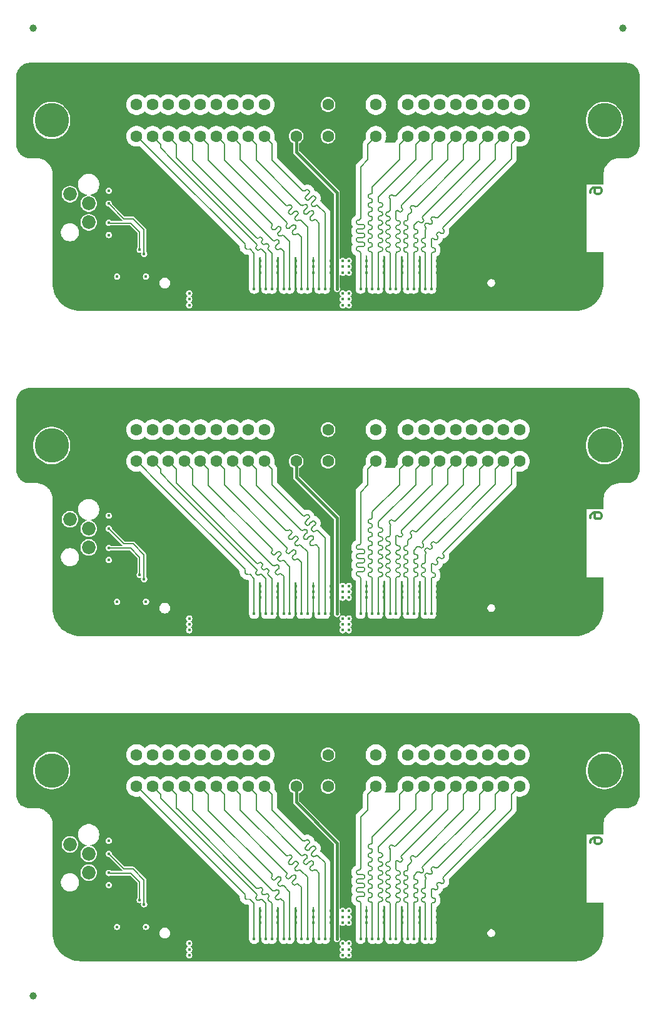
<source format=gbl>
G04 #@! TF.GenerationSoftware,KiCad,Pcbnew,8.0.6*
G04 #@! TF.CreationDate,2024-11-07T02:27:20-08:00*
G04 #@! TF.ProjectId,mse-50-ce-panel,6d73652d-3530-42d6-9365-2d70616e656c,1*
G04 #@! TF.SameCoordinates,Original*
G04 #@! TF.FileFunction,Copper,L6,Bot*
G04 #@! TF.FilePolarity,Positive*
%FSLAX46Y46*%
G04 Gerber Fmt 4.6, Leading zero omitted, Abs format (unit mm)*
G04 Created by KiCad (PCBNEW 8.0.6) date 2024-11-07 02:27:20*
%MOMM*%
%LPD*%
G01*
G04 APERTURE LIST*
%ADD10C,0.300000*%
G04 #@! TA.AperFunction,NonConductor*
%ADD11C,0.300000*%
G04 #@! TD*
G04 #@! TA.AperFunction,ComponentPad*
%ADD12C,1.600000*%
G04 #@! TD*
G04 #@! TA.AperFunction,ComponentPad*
%ADD13C,4.650000*%
G04 #@! TD*
G04 #@! TA.AperFunction,ComponentPad*
%ADD14C,1.850000*%
G04 #@! TD*
G04 #@! TA.AperFunction,ComponentPad*
%ADD15C,6.400000*%
G04 #@! TD*
G04 #@! TA.AperFunction,SMDPad,CuDef*
%ADD16C,1.000000*%
G04 #@! TD*
G04 #@! TA.AperFunction,ViaPad*
%ADD17C,0.450000*%
G04 #@! TD*
G04 #@! TA.AperFunction,Conductor*
%ADD18C,0.151400*%
G04 #@! TD*
G04 #@! TA.AperFunction,Conductor*
%ADD19C,0.400000*%
G04 #@! TD*
G04 #@! TA.AperFunction,Conductor*
%ADD20C,0.200000*%
G04 #@! TD*
G04 APERTURE END LIST*
D10*
D11*
X-6899172Y67216285D02*
X-6899172Y67502000D01*
X-6899172Y67502000D02*
X-6827743Y67644857D01*
X-6827743Y67644857D02*
X-6756315Y67716285D01*
X-6756315Y67716285D02*
X-6542029Y67859143D01*
X-6542029Y67859143D02*
X-6256315Y67930571D01*
X-6256315Y67930571D02*
X-5684886Y67930571D01*
X-5684886Y67930571D02*
X-5542029Y67859143D01*
X-5542029Y67859143D02*
X-5470600Y67787714D01*
X-5470600Y67787714D02*
X-5399172Y67644857D01*
X-5399172Y67644857D02*
X-5399172Y67359143D01*
X-5399172Y67359143D02*
X-5470600Y67216285D01*
X-5470600Y67216285D02*
X-5542029Y67144857D01*
X-5542029Y67144857D02*
X-5684886Y67073428D01*
X-5684886Y67073428D02*
X-6042029Y67073428D01*
X-6042029Y67073428D02*
X-6184886Y67144857D01*
X-6184886Y67144857D02*
X-6256315Y67216285D01*
X-6256315Y67216285D02*
X-6327743Y67359143D01*
X-6327743Y67359143D02*
X-6327743Y67644857D01*
X-6327743Y67644857D02*
X-6256315Y67787714D01*
X-6256315Y67787714D02*
X-6184886Y67859143D01*
X-6184886Y67859143D02*
X-6042029Y67930571D01*
D10*
D11*
X-6899172Y23216285D02*
X-6899172Y23502000D01*
X-6899172Y23502000D02*
X-6827743Y23644857D01*
X-6827743Y23644857D02*
X-6756315Y23716285D01*
X-6756315Y23716285D02*
X-6542029Y23859143D01*
X-6542029Y23859143D02*
X-6256315Y23930571D01*
X-6256315Y23930571D02*
X-5684886Y23930571D01*
X-5684886Y23930571D02*
X-5542029Y23859143D01*
X-5542029Y23859143D02*
X-5470600Y23787714D01*
X-5470600Y23787714D02*
X-5399172Y23644857D01*
X-5399172Y23644857D02*
X-5399172Y23359143D01*
X-5399172Y23359143D02*
X-5470600Y23216285D01*
X-5470600Y23216285D02*
X-5542029Y23144857D01*
X-5542029Y23144857D02*
X-5684886Y23073428D01*
X-5684886Y23073428D02*
X-6042029Y23073428D01*
X-6042029Y23073428D02*
X-6184886Y23144857D01*
X-6184886Y23144857D02*
X-6256315Y23216285D01*
X-6256315Y23216285D02*
X-6327743Y23359143D01*
X-6327743Y23359143D02*
X-6327743Y23644857D01*
X-6327743Y23644857D02*
X-6256315Y23787714D01*
X-6256315Y23787714D02*
X-6184886Y23859143D01*
X-6184886Y23859143D02*
X-6042029Y23930571D01*
D10*
D11*
X-6899172Y111216285D02*
X-6899172Y111502000D01*
X-6899172Y111502000D02*
X-6827743Y111644857D01*
X-6827743Y111644857D02*
X-6756315Y111716285D01*
X-6756315Y111716285D02*
X-6542029Y111859143D01*
X-6542029Y111859143D02*
X-6256315Y111930571D01*
X-6256315Y111930571D02*
X-5684886Y111930571D01*
X-5684886Y111930571D02*
X-5542029Y111859143D01*
X-5542029Y111859143D02*
X-5470600Y111787714D01*
X-5470600Y111787714D02*
X-5399172Y111644857D01*
X-5399172Y111644857D02*
X-5399172Y111359143D01*
X-5399172Y111359143D02*
X-5470600Y111216285D01*
X-5470600Y111216285D02*
X-5542029Y111144857D01*
X-5542029Y111144857D02*
X-5684886Y111073428D01*
X-5684886Y111073428D02*
X-6042029Y111073428D01*
X-6042029Y111073428D02*
X-6184886Y111144857D01*
X-6184886Y111144857D02*
X-6256315Y111216285D01*
X-6256315Y111216285D02*
X-6327743Y111359143D01*
X-6327743Y111359143D02*
X-6327743Y111644857D01*
X-6327743Y111644857D02*
X-6256315Y111787714D01*
X-6256315Y111787714D02*
X-6184886Y111859143D01*
X-6184886Y111859143D02*
X-6042029Y111930571D01*
D12*
G04 #@! TO.P,J5,1,Pin_1*
G04 #@! TO.N,Board_2-/CON.DB0+*
X-68320000Y30857000D03*
G04 #@! TO.P,J5,2,Pin_2*
G04 #@! TO.N,Board_2-/CON.DB1+*
X-66160000Y30857000D03*
G04 #@! TO.P,J5,3,Pin_3*
G04 #@! TO.N,Board_2-/CON.DB2+*
X-64000000Y30857000D03*
G04 #@! TO.P,J5,4,Pin_4*
G04 #@! TO.N,Board_2-/CON.DB3+*
X-61840000Y30857000D03*
G04 #@! TO.P,J5,5,Pin_5*
G04 #@! TO.N,Board_2-/CON.DB4+*
X-59680000Y30857000D03*
G04 #@! TO.P,J5,6,Pin_6*
G04 #@! TO.N,Board_2-/CON.DB5+*
X-57520000Y30857000D03*
G04 #@! TO.P,J5,7,Pin_7*
G04 #@! TO.N,Board_2-/CON.DB6+*
X-55360000Y30857000D03*
G04 #@! TO.P,J5,8,Pin_8*
G04 #@! TO.N,Board_2-/CON.DB7+*
X-53200000Y30857000D03*
G04 #@! TO.P,J5,9,Pin_9*
G04 #@! TO.N,Board_2-/CON.DP0+*
X-51040000Y30857000D03*
G04 #@! TO.P,J5,10,Pin_10*
G04 #@! TO.N,Board_2-GND*
X-48880000Y30857000D03*
G04 #@! TO.P,J5,11,Pin_11*
G04 #@! TO.N,Board_2-/CON.DIFFSENSE*
X-46720000Y30857000D03*
G04 #@! TO.P,J5,12,Pin_12*
G04 #@! TO.N,Board_2-GND*
X-44560000Y30857000D03*
G04 #@! TO.P,J5,13,Pin_13*
G04 #@! TO.N,Board_2-unconnected-(J5-Pin_13-Pad13)*
X-42400000Y30857000D03*
G04 #@! TO.P,J5,14,Pin_14*
G04 #@! TO.N,Board_2-GND*
X-40240000Y30857000D03*
G04 #@! TO.P,J5,15,Pin_15*
X-38080000Y30857000D03*
G04 #@! TO.P,J5,16,Pin_16*
G04 #@! TO.N,Board_2-/CON.ATN+*
X-35920000Y30857000D03*
G04 #@! TO.P,J5,17,Pin_17*
G04 #@! TO.N,Board_2-GND*
X-33760000Y30857000D03*
G04 #@! TO.P,J5,18,Pin_18*
G04 #@! TO.N,Board_2-/CON.BSY+*
X-31600000Y30857000D03*
G04 #@! TO.P,J5,19,Pin_19*
G04 #@! TO.N,Board_2-/CON.ACK+*
X-29440000Y30857000D03*
G04 #@! TO.P,J5,20,Pin_20*
G04 #@! TO.N,Board_2-/CON.RST+*
X-27280000Y30857000D03*
G04 #@! TO.P,J5,21,Pin_21*
G04 #@! TO.N,Board_2-/CON.MSG+*
X-25120000Y30857000D03*
G04 #@! TO.P,J5,22,Pin_22*
G04 #@! TO.N,Board_2-/CON.SEL+*
X-22960000Y30857000D03*
G04 #@! TO.P,J5,23,Pin_23*
G04 #@! TO.N,Board_2-/CON.C{slash}D+*
X-20800000Y30857000D03*
G04 #@! TO.P,J5,24,Pin_24*
G04 #@! TO.N,Board_2-/CON.REQ+*
X-18640000Y30857000D03*
G04 #@! TO.P,J5,25,Pin_25*
G04 #@! TO.N,Board_2-/CON.I{slash}O+*
X-16480000Y30857000D03*
G04 #@! TO.P,J5,26,Pin_26*
G04 #@! TO.N,Board_2-/CON.DB0-*
X-68320000Y35147000D03*
G04 #@! TO.P,J5,27,Pin_27*
G04 #@! TO.N,Board_2-/CON.DB1-*
X-66160000Y35147000D03*
G04 #@! TO.P,J5,28,Pin_28*
G04 #@! TO.N,Board_2-/CON.DB2-*
X-64000000Y35147000D03*
G04 #@! TO.P,J5,29,Pin_29*
G04 #@! TO.N,Board_2-/CON.DB3-*
X-61840000Y35147000D03*
G04 #@! TO.P,J5,30,Pin_30*
G04 #@! TO.N,Board_2-/CON.DB4-*
X-59680000Y35147000D03*
G04 #@! TO.P,J5,31,Pin_31*
G04 #@! TO.N,Board_2-/CON.DB5-*
X-57520000Y35147000D03*
G04 #@! TO.P,J5,32,Pin_32*
G04 #@! TO.N,Board_2-/CON.DB6-*
X-55360000Y35147000D03*
G04 #@! TO.P,J5,33,Pin_33*
G04 #@! TO.N,Board_2-/CON.DB7-*
X-53200000Y35147000D03*
G04 #@! TO.P,J5,34,Pin_34*
G04 #@! TO.N,Board_2-/CON.DP0-*
X-51040000Y35147000D03*
G04 #@! TO.P,J5,35,Pin_35*
G04 #@! TO.N,Board_2-GND*
X-48880000Y35147000D03*
G04 #@! TO.P,J5,36,Pin_36*
X-46720000Y35147000D03*
G04 #@! TO.P,J5,37,Pin_37*
X-44560000Y35147000D03*
G04 #@! TO.P,J5,38,Pin_38*
G04 #@! TO.N,Board_2-/CON.TERMPWR*
X-42400000Y35147000D03*
G04 #@! TO.P,J5,39,Pin_39*
G04 #@! TO.N,Board_2-GND*
X-40240000Y35147000D03*
G04 #@! TO.P,J5,40,Pin_40*
X-38080000Y35147000D03*
G04 #@! TO.P,J5,41,Pin_41*
G04 #@! TO.N,Board_2-/CON.ATN-*
X-35920000Y35147000D03*
G04 #@! TO.P,J5,42,Pin_42*
G04 #@! TO.N,Board_2-GND*
X-33760000Y35147000D03*
G04 #@! TO.P,J5,43,Pin_43*
G04 #@! TO.N,Board_2-/CON.BSY-*
X-31600000Y35147000D03*
G04 #@! TO.P,J5,44,Pin_44*
G04 #@! TO.N,Board_2-/CON.ACK-*
X-29440000Y35147000D03*
G04 #@! TO.P,J5,45,Pin_45*
G04 #@! TO.N,Board_2-/CON.RST-*
X-27280000Y35147000D03*
G04 #@! TO.P,J5,46,Pin_46*
G04 #@! TO.N,Board_2-/CON.MSG-*
X-25120000Y35147000D03*
G04 #@! TO.P,J5,47,Pin_47*
G04 #@! TO.N,Board_2-/CON.SEL-*
X-22960000Y35147000D03*
G04 #@! TO.P,J5,48,Pin_48*
G04 #@! TO.N,Board_2-/CON.C{slash}D-*
X-20800000Y35147000D03*
G04 #@! TO.P,J5,49,Pin_49*
G04 #@! TO.N,Board_2-/CON.REQ-*
X-18640000Y35147000D03*
G04 #@! TO.P,J5,50,Pin_50*
G04 #@! TO.N,Board_2-/CON.I{slash}O-*
X-16480000Y35147000D03*
D13*
G04 #@! TO.P,J5,SHIELD,SHIELD*
G04 #@! TO.N,Board_2-Net-(C2-Pad2)*
X-4975000Y33002000D03*
X-79825000Y33002000D03*
G04 #@! TD*
D14*
G04 #@! TO.P,J3,1,Pin_1*
G04 #@! TO.N,Board_1-+3V3*
X-77340000Y67012000D03*
G04 #@! TO.P,J3,2,Pin_2*
G04 #@! TO.N,Board_1-/PHY.ID_SDA*
X-74800000Y65742000D03*
G04 #@! TO.P,J3,3,Pin_3*
G04 #@! TO.N,Board_1-GND*
X-77340000Y64472000D03*
G04 #@! TO.P,J3,4,Pin_4*
G04 #@! TO.N,Board_1-/PHY.ID_SCL*
X-74800000Y63202000D03*
G04 #@! TD*
G04 #@! TO.P,J3,1,Pin_1*
G04 #@! TO.N,Board_0-+3V3*
X-77340000Y111012000D03*
G04 #@! TO.P,J3,2,Pin_2*
G04 #@! TO.N,Board_0-/PHY.ID_SDA*
X-74800000Y109742000D03*
G04 #@! TO.P,J3,3,Pin_3*
G04 #@! TO.N,Board_0-GND*
X-77340000Y108472000D03*
G04 #@! TO.P,J3,4,Pin_4*
G04 #@! TO.N,Board_0-/PHY.ID_SCL*
X-74800000Y107202000D03*
G04 #@! TD*
D15*
G04 #@! TO.P,H3,1,1*
G04 #@! TO.N,Board_0-GND*
X-75900000Y99002000D03*
G04 #@! TD*
D12*
G04 #@! TO.P,J5,1,Pin_1*
G04 #@! TO.N,Board_1-/CON.DB0+*
X-68320000Y74857000D03*
G04 #@! TO.P,J5,2,Pin_2*
G04 #@! TO.N,Board_1-/CON.DB1+*
X-66160000Y74857000D03*
G04 #@! TO.P,J5,3,Pin_3*
G04 #@! TO.N,Board_1-/CON.DB2+*
X-64000000Y74857000D03*
G04 #@! TO.P,J5,4,Pin_4*
G04 #@! TO.N,Board_1-/CON.DB3+*
X-61840000Y74857000D03*
G04 #@! TO.P,J5,5,Pin_5*
G04 #@! TO.N,Board_1-/CON.DB4+*
X-59680000Y74857000D03*
G04 #@! TO.P,J5,6,Pin_6*
G04 #@! TO.N,Board_1-/CON.DB5+*
X-57520000Y74857000D03*
G04 #@! TO.P,J5,7,Pin_7*
G04 #@! TO.N,Board_1-/CON.DB6+*
X-55360000Y74857000D03*
G04 #@! TO.P,J5,8,Pin_8*
G04 #@! TO.N,Board_1-/CON.DB7+*
X-53200000Y74857000D03*
G04 #@! TO.P,J5,9,Pin_9*
G04 #@! TO.N,Board_1-/CON.DP0+*
X-51040000Y74857000D03*
G04 #@! TO.P,J5,10,Pin_10*
G04 #@! TO.N,Board_1-GND*
X-48880000Y74857000D03*
G04 #@! TO.P,J5,11,Pin_11*
G04 #@! TO.N,Board_1-/CON.DIFFSENSE*
X-46720000Y74857000D03*
G04 #@! TO.P,J5,12,Pin_12*
G04 #@! TO.N,Board_1-GND*
X-44560000Y74857000D03*
G04 #@! TO.P,J5,13,Pin_13*
G04 #@! TO.N,Board_1-unconnected-(J5-Pin_13-Pad13)*
X-42400000Y74857000D03*
G04 #@! TO.P,J5,14,Pin_14*
G04 #@! TO.N,Board_1-GND*
X-40240000Y74857000D03*
G04 #@! TO.P,J5,15,Pin_15*
X-38080000Y74857000D03*
G04 #@! TO.P,J5,16,Pin_16*
G04 #@! TO.N,Board_1-/CON.ATN+*
X-35920000Y74857000D03*
G04 #@! TO.P,J5,17,Pin_17*
G04 #@! TO.N,Board_1-GND*
X-33760000Y74857000D03*
G04 #@! TO.P,J5,18,Pin_18*
G04 #@! TO.N,Board_1-/CON.BSY+*
X-31600000Y74857000D03*
G04 #@! TO.P,J5,19,Pin_19*
G04 #@! TO.N,Board_1-/CON.ACK+*
X-29440000Y74857000D03*
G04 #@! TO.P,J5,20,Pin_20*
G04 #@! TO.N,Board_1-/CON.RST+*
X-27280000Y74857000D03*
G04 #@! TO.P,J5,21,Pin_21*
G04 #@! TO.N,Board_1-/CON.MSG+*
X-25120000Y74857000D03*
G04 #@! TO.P,J5,22,Pin_22*
G04 #@! TO.N,Board_1-/CON.SEL+*
X-22960000Y74857000D03*
G04 #@! TO.P,J5,23,Pin_23*
G04 #@! TO.N,Board_1-/CON.C{slash}D+*
X-20800000Y74857000D03*
G04 #@! TO.P,J5,24,Pin_24*
G04 #@! TO.N,Board_1-/CON.REQ+*
X-18640000Y74857000D03*
G04 #@! TO.P,J5,25,Pin_25*
G04 #@! TO.N,Board_1-/CON.I{slash}O+*
X-16480000Y74857000D03*
G04 #@! TO.P,J5,26,Pin_26*
G04 #@! TO.N,Board_1-/CON.DB0-*
X-68320000Y79147000D03*
G04 #@! TO.P,J5,27,Pin_27*
G04 #@! TO.N,Board_1-/CON.DB1-*
X-66160000Y79147000D03*
G04 #@! TO.P,J5,28,Pin_28*
G04 #@! TO.N,Board_1-/CON.DB2-*
X-64000000Y79147000D03*
G04 #@! TO.P,J5,29,Pin_29*
G04 #@! TO.N,Board_1-/CON.DB3-*
X-61840000Y79147000D03*
G04 #@! TO.P,J5,30,Pin_30*
G04 #@! TO.N,Board_1-/CON.DB4-*
X-59680000Y79147000D03*
G04 #@! TO.P,J5,31,Pin_31*
G04 #@! TO.N,Board_1-/CON.DB5-*
X-57520000Y79147000D03*
G04 #@! TO.P,J5,32,Pin_32*
G04 #@! TO.N,Board_1-/CON.DB6-*
X-55360000Y79147000D03*
G04 #@! TO.P,J5,33,Pin_33*
G04 #@! TO.N,Board_1-/CON.DB7-*
X-53200000Y79147000D03*
G04 #@! TO.P,J5,34,Pin_34*
G04 #@! TO.N,Board_1-/CON.DP0-*
X-51040000Y79147000D03*
G04 #@! TO.P,J5,35,Pin_35*
G04 #@! TO.N,Board_1-GND*
X-48880000Y79147000D03*
G04 #@! TO.P,J5,36,Pin_36*
X-46720000Y79147000D03*
G04 #@! TO.P,J5,37,Pin_37*
X-44560000Y79147000D03*
G04 #@! TO.P,J5,38,Pin_38*
G04 #@! TO.N,Board_1-/CON.TERMPWR*
X-42400000Y79147000D03*
G04 #@! TO.P,J5,39,Pin_39*
G04 #@! TO.N,Board_1-GND*
X-40240000Y79147000D03*
G04 #@! TO.P,J5,40,Pin_40*
X-38080000Y79147000D03*
G04 #@! TO.P,J5,41,Pin_41*
G04 #@! TO.N,Board_1-/CON.ATN-*
X-35920000Y79147000D03*
G04 #@! TO.P,J5,42,Pin_42*
G04 #@! TO.N,Board_1-GND*
X-33760000Y79147000D03*
G04 #@! TO.P,J5,43,Pin_43*
G04 #@! TO.N,Board_1-/CON.BSY-*
X-31600000Y79147000D03*
G04 #@! TO.P,J5,44,Pin_44*
G04 #@! TO.N,Board_1-/CON.ACK-*
X-29440000Y79147000D03*
G04 #@! TO.P,J5,45,Pin_45*
G04 #@! TO.N,Board_1-/CON.RST-*
X-27280000Y79147000D03*
G04 #@! TO.P,J5,46,Pin_46*
G04 #@! TO.N,Board_1-/CON.MSG-*
X-25120000Y79147000D03*
G04 #@! TO.P,J5,47,Pin_47*
G04 #@! TO.N,Board_1-/CON.SEL-*
X-22960000Y79147000D03*
G04 #@! TO.P,J5,48,Pin_48*
G04 #@! TO.N,Board_1-/CON.C{slash}D-*
X-20800000Y79147000D03*
G04 #@! TO.P,J5,49,Pin_49*
G04 #@! TO.N,Board_1-/CON.REQ-*
X-18640000Y79147000D03*
G04 #@! TO.P,J5,50,Pin_50*
G04 #@! TO.N,Board_1-/CON.I{slash}O-*
X-16480000Y79147000D03*
D13*
G04 #@! TO.P,J5,SHIELD,SHIELD*
G04 #@! TO.N,Board_1-Net-(C2-Pad2)*
X-4975000Y77002000D03*
X-79825000Y77002000D03*
G04 #@! TD*
D15*
G04 #@! TO.P,H4,1,1*
G04 #@! TO.N,Board_0-GND*
X-8900000Y99002000D03*
G04 #@! TD*
D12*
G04 #@! TO.P,J5,1,Pin_1*
G04 #@! TO.N,Board_0-/CON.DB0+*
X-68320000Y118857000D03*
G04 #@! TO.P,J5,2,Pin_2*
G04 #@! TO.N,Board_0-/CON.DB1+*
X-66160000Y118857000D03*
G04 #@! TO.P,J5,3,Pin_3*
G04 #@! TO.N,Board_0-/CON.DB2+*
X-64000000Y118857000D03*
G04 #@! TO.P,J5,4,Pin_4*
G04 #@! TO.N,Board_0-/CON.DB3+*
X-61840000Y118857000D03*
G04 #@! TO.P,J5,5,Pin_5*
G04 #@! TO.N,Board_0-/CON.DB4+*
X-59680000Y118857000D03*
G04 #@! TO.P,J5,6,Pin_6*
G04 #@! TO.N,Board_0-/CON.DB5+*
X-57520000Y118857000D03*
G04 #@! TO.P,J5,7,Pin_7*
G04 #@! TO.N,Board_0-/CON.DB6+*
X-55360000Y118857000D03*
G04 #@! TO.P,J5,8,Pin_8*
G04 #@! TO.N,Board_0-/CON.DB7+*
X-53200000Y118857000D03*
G04 #@! TO.P,J5,9,Pin_9*
G04 #@! TO.N,Board_0-/CON.DP0+*
X-51040000Y118857000D03*
G04 #@! TO.P,J5,10,Pin_10*
G04 #@! TO.N,Board_0-GND*
X-48880000Y118857000D03*
G04 #@! TO.P,J5,11,Pin_11*
G04 #@! TO.N,Board_0-/CON.DIFFSENSE*
X-46720000Y118857000D03*
G04 #@! TO.P,J5,12,Pin_12*
G04 #@! TO.N,Board_0-GND*
X-44560000Y118857000D03*
G04 #@! TO.P,J5,13,Pin_13*
G04 #@! TO.N,Board_0-unconnected-(J5-Pin_13-Pad13)*
X-42400000Y118857000D03*
G04 #@! TO.P,J5,14,Pin_14*
G04 #@! TO.N,Board_0-GND*
X-40240000Y118857000D03*
G04 #@! TO.P,J5,15,Pin_15*
X-38080000Y118857000D03*
G04 #@! TO.P,J5,16,Pin_16*
G04 #@! TO.N,Board_0-/CON.ATN+*
X-35920000Y118857000D03*
G04 #@! TO.P,J5,17,Pin_17*
G04 #@! TO.N,Board_0-GND*
X-33760000Y118857000D03*
G04 #@! TO.P,J5,18,Pin_18*
G04 #@! TO.N,Board_0-/CON.BSY+*
X-31600000Y118857000D03*
G04 #@! TO.P,J5,19,Pin_19*
G04 #@! TO.N,Board_0-/CON.ACK+*
X-29440000Y118857000D03*
G04 #@! TO.P,J5,20,Pin_20*
G04 #@! TO.N,Board_0-/CON.RST+*
X-27280000Y118857000D03*
G04 #@! TO.P,J5,21,Pin_21*
G04 #@! TO.N,Board_0-/CON.MSG+*
X-25120000Y118857000D03*
G04 #@! TO.P,J5,22,Pin_22*
G04 #@! TO.N,Board_0-/CON.SEL+*
X-22960000Y118857000D03*
G04 #@! TO.P,J5,23,Pin_23*
G04 #@! TO.N,Board_0-/CON.C{slash}D+*
X-20800000Y118857000D03*
G04 #@! TO.P,J5,24,Pin_24*
G04 #@! TO.N,Board_0-/CON.REQ+*
X-18640000Y118857000D03*
G04 #@! TO.P,J5,25,Pin_25*
G04 #@! TO.N,Board_0-/CON.I{slash}O+*
X-16480000Y118857000D03*
G04 #@! TO.P,J5,26,Pin_26*
G04 #@! TO.N,Board_0-/CON.DB0-*
X-68320000Y123147000D03*
G04 #@! TO.P,J5,27,Pin_27*
G04 #@! TO.N,Board_0-/CON.DB1-*
X-66160000Y123147000D03*
G04 #@! TO.P,J5,28,Pin_28*
G04 #@! TO.N,Board_0-/CON.DB2-*
X-64000000Y123147000D03*
G04 #@! TO.P,J5,29,Pin_29*
G04 #@! TO.N,Board_0-/CON.DB3-*
X-61840000Y123147000D03*
G04 #@! TO.P,J5,30,Pin_30*
G04 #@! TO.N,Board_0-/CON.DB4-*
X-59680000Y123147000D03*
G04 #@! TO.P,J5,31,Pin_31*
G04 #@! TO.N,Board_0-/CON.DB5-*
X-57520000Y123147000D03*
G04 #@! TO.P,J5,32,Pin_32*
G04 #@! TO.N,Board_0-/CON.DB6-*
X-55360000Y123147000D03*
G04 #@! TO.P,J5,33,Pin_33*
G04 #@! TO.N,Board_0-/CON.DB7-*
X-53200000Y123147000D03*
G04 #@! TO.P,J5,34,Pin_34*
G04 #@! TO.N,Board_0-/CON.DP0-*
X-51040000Y123147000D03*
G04 #@! TO.P,J5,35,Pin_35*
G04 #@! TO.N,Board_0-GND*
X-48880000Y123147000D03*
G04 #@! TO.P,J5,36,Pin_36*
X-46720000Y123147000D03*
G04 #@! TO.P,J5,37,Pin_37*
X-44560000Y123147000D03*
G04 #@! TO.P,J5,38,Pin_38*
G04 #@! TO.N,Board_0-/CON.TERMPWR*
X-42400000Y123147000D03*
G04 #@! TO.P,J5,39,Pin_39*
G04 #@! TO.N,Board_0-GND*
X-40240000Y123147000D03*
G04 #@! TO.P,J5,40,Pin_40*
X-38080000Y123147000D03*
G04 #@! TO.P,J5,41,Pin_41*
G04 #@! TO.N,Board_0-/CON.ATN-*
X-35920000Y123147000D03*
G04 #@! TO.P,J5,42,Pin_42*
G04 #@! TO.N,Board_0-GND*
X-33760000Y123147000D03*
G04 #@! TO.P,J5,43,Pin_43*
G04 #@! TO.N,Board_0-/CON.BSY-*
X-31600000Y123147000D03*
G04 #@! TO.P,J5,44,Pin_44*
G04 #@! TO.N,Board_0-/CON.ACK-*
X-29440000Y123147000D03*
G04 #@! TO.P,J5,45,Pin_45*
G04 #@! TO.N,Board_0-/CON.RST-*
X-27280000Y123147000D03*
G04 #@! TO.P,J5,46,Pin_46*
G04 #@! TO.N,Board_0-/CON.MSG-*
X-25120000Y123147000D03*
G04 #@! TO.P,J5,47,Pin_47*
G04 #@! TO.N,Board_0-/CON.SEL-*
X-22960000Y123147000D03*
G04 #@! TO.P,J5,48,Pin_48*
G04 #@! TO.N,Board_0-/CON.C{slash}D-*
X-20800000Y123147000D03*
G04 #@! TO.P,J5,49,Pin_49*
G04 #@! TO.N,Board_0-/CON.REQ-*
X-18640000Y123147000D03*
G04 #@! TO.P,J5,50,Pin_50*
G04 #@! TO.N,Board_0-/CON.I{slash}O-*
X-16480000Y123147000D03*
D13*
G04 #@! TO.P,J5,SHIELD,SHIELD*
G04 #@! TO.N,Board_0-Net-(C2-Pad2)*
X-4975000Y121002000D03*
X-79825000Y121002000D03*
G04 #@! TD*
D15*
G04 #@! TO.P,H3,1,1*
G04 #@! TO.N,Board_2-GND*
X-75900000Y11002000D03*
G04 #@! TD*
G04 #@! TO.P,H4,1,1*
G04 #@! TO.N,Board_2-GND*
X-8900000Y11002000D03*
G04 #@! TD*
D14*
G04 #@! TO.P,J3,1,Pin_1*
G04 #@! TO.N,Board_2-+3V3*
X-77340000Y23012000D03*
G04 #@! TO.P,J3,2,Pin_2*
G04 #@! TO.N,Board_2-/PHY.ID_SDA*
X-74800000Y21742000D03*
G04 #@! TO.P,J3,3,Pin_3*
G04 #@! TO.N,Board_2-GND*
X-77340000Y20472000D03*
G04 #@! TO.P,J3,4,Pin_4*
G04 #@! TO.N,Board_2-/PHY.ID_SCL*
X-74800000Y19202000D03*
G04 #@! TD*
D15*
G04 #@! TO.P,H3,1,1*
G04 #@! TO.N,Board_1-GND*
X-75900000Y55002000D03*
G04 #@! TD*
G04 #@! TO.P,H4,1,1*
G04 #@! TO.N,Board_1-GND*
X-8900000Y55002000D03*
G04 #@! TD*
D16*
G04 #@! TO.P,KiKit_FID_B_1,*
G04 #@! TO.N,*
X-82300000Y133503500D03*
G04 #@! TD*
G04 #@! TO.P,KiKit_FID_B_3,*
G04 #@! TO.N,*
X-82300000Y2500000D03*
G04 #@! TD*
G04 #@! TO.P,KiKit_FID_B_2,*
G04 #@! TO.N,*
X-2500000Y133503500D03*
G04 #@! TD*
D17*
G04 #@! TO.N,Board_0-+3V3*
X-61200000Y97602000D03*
X-61200000Y96002000D03*
X-61200000Y96802000D03*
X-72100000Y111502000D03*
X-67050000Y99852000D03*
X-72100000Y105502000D03*
X-70950000Y99852000D03*
G04 #@! TO.N,Board_0-/CON.ACK+*
X-35600000Y98202000D03*
G04 #@! TO.N,Board_0-/CON.ATN+*
X-38000000Y98202000D03*
G04 #@! TO.N,Board_0-/CON.BSY+*
X-36400000Y98202000D03*
G04 #@! TO.N,Board_0-/CON.C{slash}D+*
X-30800000Y98202000D03*
G04 #@! TO.N,Board_0-/CON.DB0+*
X-52400000Y98202000D03*
G04 #@! TO.N,Board_0-/CON.DB1+*
X-50800000Y98202000D03*
G04 #@! TO.N,Board_0-/CON.DB2+*
X-50000000Y98202000D03*
G04 #@! TO.N,Board_0-/CON.DB3+*
X-48400000Y98202000D03*
G04 #@! TO.N,Board_0-/CON.DB4+*
X-47600000Y98202000D03*
G04 #@! TO.N,Board_0-/CON.DB5+*
X-46000000Y98202000D03*
G04 #@! TO.N,Board_0-/CON.DB6+*
X-45200000Y98202000D03*
G04 #@! TO.N,Board_0-/CON.DB7+*
X-43600000Y98202000D03*
G04 #@! TO.N,Board_0-/CON.DIFFSENSE*
X-41200000Y98202000D03*
G04 #@! TO.N,Board_0-/CON.DP0+*
X-42800000Y98202000D03*
G04 #@! TO.N,Board_0-/CON.I{slash}O+*
X-28400000Y98202000D03*
G04 #@! TO.N,Board_0-/CON.MSG+*
X-33200000Y98202000D03*
G04 #@! TO.N,Board_0-/CON.REQ+*
X-29200000Y98202000D03*
G04 #@! TO.N,Board_0-/CON.RST+*
X-34000000Y98202000D03*
G04 #@! TO.N,Board_0-/CON.SEL+*
X-31600000Y98202000D03*
G04 #@! TO.N,Board_0-/CON.TERMPWR*
X-40400000Y97602000D03*
X-40400000Y96002000D03*
X-39600000Y102002000D03*
X-40400000Y100402000D03*
X-39600000Y96802000D03*
X-39600000Y101202000D03*
X-40400000Y101202000D03*
X-39600000Y100402000D03*
X-40400000Y102002000D03*
X-40400000Y96802000D03*
X-39600000Y96002000D03*
X-39600000Y97602000D03*
G04 #@! TO.N,Board_0-/PHY.ID_SCL*
X-67900000Y103502000D03*
X-72100000Y107152000D03*
G04 #@! TO.N,Board_0-/PHY.ID_SDA*
X-72100000Y109752000D03*
X-67300000Y102902000D03*
G04 #@! TO.N,Board_0-GND*
X-59600000Y97602000D03*
X-27600000Y98202000D03*
X-69000000Y98502000D03*
X-49200000Y102002000D03*
X-30000000Y100402000D03*
X-49200000Y96002000D03*
X-54000000Y98202000D03*
X-59600000Y98202000D03*
X-54000000Y96002000D03*
X-58800000Y98202000D03*
X-42000000Y101202000D03*
X-37200000Y100402000D03*
X-42000000Y97602000D03*
X-42000000Y100402000D03*
X-27600000Y101202000D03*
X-25200000Y101202000D03*
X-46800000Y96002000D03*
X-22800000Y100402000D03*
X-25200000Y102002000D03*
X-51600000Y102002000D03*
X-49200000Y98202000D03*
X-22800000Y97602000D03*
X-51600000Y101202000D03*
X-22800000Y102002000D03*
X-30000000Y101202000D03*
X-38800000Y96802000D03*
X-46800000Y96802000D03*
X-42000000Y98202000D03*
X-58800000Y101202000D03*
X-27600000Y96002000D03*
X-54000000Y102002000D03*
X-25200000Y96002000D03*
X-42000000Y96802000D03*
X-56400000Y96802000D03*
X-32400000Y96002000D03*
X-30000000Y102002000D03*
X-69550000Y99002000D03*
X-25200000Y98202000D03*
X-62000000Y101202000D03*
X-58800000Y96002000D03*
X-34800000Y96802000D03*
X-22800000Y101202000D03*
X-51600000Y96002000D03*
X-54000000Y100402000D03*
X-25200000Y97602000D03*
X-22800000Y98202000D03*
X-42000000Y102002000D03*
X-51600000Y98202000D03*
X-56400000Y98202000D03*
X-49200000Y101202000D03*
X-46800000Y100402000D03*
X-32400000Y102002000D03*
X-34800000Y96002000D03*
X-62000000Y102002000D03*
X-34800000Y101202000D03*
X-44400000Y101202000D03*
X-44400000Y100402000D03*
X-34800000Y100402000D03*
X-27600000Y100402000D03*
X-59600000Y101202000D03*
X-27600000Y102002000D03*
X-44400000Y96002000D03*
X-56400000Y96002000D03*
X-56400000Y102002000D03*
X-38800000Y101202000D03*
X-46800000Y102002000D03*
X-59600000Y102002000D03*
X-27600000Y97602000D03*
X-58800000Y102002000D03*
X-30000000Y97602000D03*
X-46800000Y98202000D03*
X-32400000Y97602000D03*
X-56400000Y101202000D03*
X-70950000Y98152000D03*
X-49200000Y97602000D03*
X-37200000Y98202000D03*
X-22800000Y96802000D03*
X-25200000Y100402000D03*
X-42000000Y96002000D03*
X-37200000Y96802000D03*
X-37200000Y96002000D03*
X-58800000Y96802000D03*
X-30000000Y98202000D03*
X-38800000Y102002000D03*
X-58800000Y100402000D03*
X-22800000Y96002000D03*
X-37200000Y101202000D03*
X-32400000Y101202000D03*
X-59600000Y100402000D03*
X-59600000Y96002000D03*
X-30000000Y96802000D03*
X-56400000Y100402000D03*
X-69000000Y99502000D03*
X-49200000Y100402000D03*
X-44400000Y96802000D03*
X-51600000Y97602000D03*
X-38800000Y100402000D03*
X-44400000Y102002000D03*
X-37200000Y97602000D03*
X-34800000Y97602000D03*
X-56400000Y97602000D03*
X-58800000Y97602000D03*
X-44400000Y97602000D03*
X-32400000Y100402000D03*
X-38800000Y98202000D03*
X-34800000Y98202000D03*
X-49200000Y96802000D03*
X-54000000Y96802000D03*
X-54000000Y97602000D03*
X-32400000Y98202000D03*
X-44400000Y98202000D03*
X-68500000Y99002000D03*
X-27600000Y96802000D03*
X-59600000Y96802000D03*
X-46800000Y97602000D03*
X-34800000Y102002000D03*
X-62000000Y100402000D03*
X-38800000Y96002000D03*
X-30000000Y96002000D03*
X-37200000Y102002000D03*
X-46800000Y101202000D03*
X-54000000Y101202000D03*
X-51600000Y100402000D03*
X-51600000Y96802000D03*
X-25200000Y96802000D03*
X-38800000Y97602000D03*
X-32400000Y96802000D03*
G04 #@! TO.N,Board_1-+3V3*
X-61200000Y52802000D03*
X-67050000Y55852000D03*
X-72100000Y61502000D03*
X-61200000Y53602000D03*
X-61200000Y52002000D03*
X-70950000Y55852000D03*
X-72100000Y67502000D03*
G04 #@! TO.N,Board_1-/CON.ACK+*
X-35600000Y54202000D03*
G04 #@! TO.N,Board_1-/CON.ATN+*
X-38000000Y54202000D03*
G04 #@! TO.N,Board_1-/CON.BSY+*
X-36400000Y54202000D03*
G04 #@! TO.N,Board_1-/CON.C{slash}D+*
X-30800000Y54202000D03*
G04 #@! TO.N,Board_1-/CON.DB0+*
X-52400000Y54202000D03*
G04 #@! TO.N,Board_1-/CON.DB1+*
X-50800000Y54202000D03*
G04 #@! TO.N,Board_1-/CON.DB2+*
X-50000000Y54202000D03*
G04 #@! TO.N,Board_1-/CON.DB3+*
X-48400000Y54202000D03*
G04 #@! TO.N,Board_1-/CON.DB4+*
X-47600000Y54202000D03*
G04 #@! TO.N,Board_1-/CON.DB5+*
X-46000000Y54202000D03*
G04 #@! TO.N,Board_1-/CON.DB6+*
X-45200000Y54202000D03*
G04 #@! TO.N,Board_1-/CON.DB7+*
X-43600000Y54202000D03*
G04 #@! TO.N,Board_1-/CON.DIFFSENSE*
X-41200000Y54202000D03*
G04 #@! TO.N,Board_1-/CON.DP0+*
X-42800000Y54202000D03*
G04 #@! TO.N,Board_1-/CON.I{slash}O+*
X-28400000Y54202000D03*
G04 #@! TO.N,Board_1-/CON.MSG+*
X-33200000Y54202000D03*
G04 #@! TO.N,Board_1-/CON.REQ+*
X-29200000Y54202000D03*
G04 #@! TO.N,Board_1-/CON.RST+*
X-34000000Y54202000D03*
G04 #@! TO.N,Board_1-/CON.SEL+*
X-31600000Y54202000D03*
G04 #@! TO.N,Board_1-/CON.TERMPWR*
X-39600000Y53602000D03*
X-40400000Y56402000D03*
X-40400000Y52802000D03*
X-40400000Y58002000D03*
X-40400000Y57202000D03*
X-40400000Y53602000D03*
X-39600000Y58002000D03*
X-39600000Y52802000D03*
X-39600000Y57202000D03*
X-39600000Y52002000D03*
X-40400000Y52002000D03*
X-39600000Y56402000D03*
G04 #@! TO.N,Board_1-/PHY.ID_SCL*
X-72100000Y63152000D03*
X-67900000Y59502000D03*
G04 #@! TO.N,Board_1-/PHY.ID_SDA*
X-67300000Y58902000D03*
X-72100000Y65752000D03*
G04 #@! TO.N,Board_1-GND*
X-25200000Y58002000D03*
X-69550000Y55002000D03*
X-22800000Y52802000D03*
X-46800000Y54202000D03*
X-37200000Y52802000D03*
X-44400000Y53602000D03*
X-46800000Y57202000D03*
X-42000000Y56402000D03*
X-54000000Y57202000D03*
X-37200000Y52002000D03*
X-59600000Y53602000D03*
X-22800000Y56402000D03*
X-58800000Y56402000D03*
X-54000000Y52002000D03*
X-44400000Y52002000D03*
X-30000000Y58002000D03*
X-49200000Y56402000D03*
X-56400000Y57202000D03*
X-56400000Y53602000D03*
X-59600000Y57202000D03*
X-46800000Y58002000D03*
X-59600000Y56402000D03*
X-49200000Y58002000D03*
X-44400000Y58002000D03*
X-38800000Y52002000D03*
X-37200000Y53602000D03*
X-46800000Y53602000D03*
X-42000000Y58002000D03*
X-32400000Y57202000D03*
X-25200000Y52802000D03*
X-62000000Y57202000D03*
X-34800000Y57202000D03*
X-37200000Y57202000D03*
X-51600000Y57202000D03*
X-49200000Y54202000D03*
X-30000000Y53602000D03*
X-59600000Y54202000D03*
X-51600000Y52802000D03*
X-22800000Y53602000D03*
X-25200000Y53602000D03*
X-58800000Y52002000D03*
X-34800000Y52002000D03*
X-54000000Y53602000D03*
X-32400000Y53602000D03*
X-34800000Y54202000D03*
X-56400000Y52002000D03*
X-38800000Y56402000D03*
X-49200000Y52002000D03*
X-25200000Y54202000D03*
X-54000000Y58002000D03*
X-22800000Y57202000D03*
X-62000000Y56402000D03*
X-25200000Y57202000D03*
X-38800000Y54202000D03*
X-37200000Y58002000D03*
X-32400000Y56402000D03*
X-56400000Y58002000D03*
X-49200000Y53602000D03*
X-32400000Y58002000D03*
X-51600000Y56402000D03*
X-30000000Y57202000D03*
X-38800000Y58002000D03*
X-32400000Y52802000D03*
X-32400000Y52002000D03*
X-58800000Y54202000D03*
X-68500000Y55002000D03*
X-46800000Y52002000D03*
X-51600000Y53602000D03*
X-27600000Y52002000D03*
X-51600000Y54202000D03*
X-42000000Y53602000D03*
X-69000000Y54502000D03*
X-49200000Y57202000D03*
X-37200000Y56402000D03*
X-27600000Y52802000D03*
X-44400000Y52802000D03*
X-44400000Y56402000D03*
X-22800000Y58002000D03*
X-38800000Y57202000D03*
X-27600000Y57202000D03*
X-30000000Y52802000D03*
X-27600000Y56402000D03*
X-56400000Y52802000D03*
X-58800000Y57202000D03*
X-30000000Y56402000D03*
X-51600000Y52002000D03*
X-54000000Y54202000D03*
X-42000000Y52002000D03*
X-44400000Y54202000D03*
X-58800000Y58002000D03*
X-30000000Y52002000D03*
X-42000000Y52802000D03*
X-34800000Y53602000D03*
X-22800000Y52002000D03*
X-56400000Y56402000D03*
X-70950000Y54152000D03*
X-58800000Y52802000D03*
X-59600000Y52802000D03*
X-27600000Y58002000D03*
X-58800000Y53602000D03*
X-59600000Y52002000D03*
X-27600000Y53602000D03*
X-42000000Y54202000D03*
X-46800000Y52802000D03*
X-62000000Y58002000D03*
X-44400000Y57202000D03*
X-54000000Y56402000D03*
X-22800000Y54202000D03*
X-32400000Y54202000D03*
X-42000000Y57202000D03*
X-25200000Y52002000D03*
X-46800000Y56402000D03*
X-34800000Y56402000D03*
X-34800000Y52802000D03*
X-30000000Y54202000D03*
X-51600000Y58002000D03*
X-59600000Y58002000D03*
X-69000000Y55502000D03*
X-38800000Y52802000D03*
X-37200000Y54202000D03*
X-27600000Y54202000D03*
X-34800000Y58002000D03*
X-49200000Y52802000D03*
X-25200000Y56402000D03*
X-38800000Y53602000D03*
X-56400000Y54202000D03*
X-54000000Y52802000D03*
G04 #@! TO.N,Board_2-+3V3*
X-67050000Y11852000D03*
X-72100000Y17502000D03*
X-70950000Y11852000D03*
X-72100000Y23502000D03*
X-61200000Y8802000D03*
X-61200000Y8002000D03*
X-61200000Y9602000D03*
G04 #@! TO.N,Board_2-/CON.ACK+*
X-35600000Y10202000D03*
G04 #@! TO.N,Board_2-/CON.ATN+*
X-38000000Y10202000D03*
G04 #@! TO.N,Board_2-/CON.BSY+*
X-36400000Y10202000D03*
G04 #@! TO.N,Board_2-/CON.C{slash}D+*
X-30800000Y10202000D03*
G04 #@! TO.N,Board_2-/CON.DB0+*
X-52400000Y10202000D03*
G04 #@! TO.N,Board_2-/CON.DB1+*
X-50800000Y10202000D03*
G04 #@! TO.N,Board_2-/CON.DB2+*
X-50000000Y10202000D03*
G04 #@! TO.N,Board_2-/CON.DB3+*
X-48400000Y10202000D03*
G04 #@! TO.N,Board_2-/CON.DB4+*
X-47600000Y10202000D03*
G04 #@! TO.N,Board_2-/CON.DB5+*
X-46000000Y10202000D03*
G04 #@! TO.N,Board_2-/CON.DB6+*
X-45200000Y10202000D03*
G04 #@! TO.N,Board_2-/CON.DB7+*
X-43600000Y10202000D03*
G04 #@! TO.N,Board_2-/CON.DIFFSENSE*
X-41200000Y10202000D03*
G04 #@! TO.N,Board_2-/CON.DP0+*
X-42800000Y10202000D03*
G04 #@! TO.N,Board_2-/CON.I{slash}O+*
X-28400000Y10202000D03*
G04 #@! TO.N,Board_2-/CON.MSG+*
X-33200000Y10202000D03*
G04 #@! TO.N,Board_2-/CON.REQ+*
X-29200000Y10202000D03*
G04 #@! TO.N,Board_2-/CON.RST+*
X-34000000Y10202000D03*
G04 #@! TO.N,Board_2-/CON.SEL+*
X-31600000Y10202000D03*
G04 #@! TO.N,Board_2-/CON.TERMPWR*
X-40400000Y9602000D03*
X-40400000Y13202000D03*
X-40400000Y14002000D03*
X-39600000Y9602000D03*
X-39600000Y13202000D03*
X-39600000Y8802000D03*
X-39600000Y14002000D03*
X-40400000Y8002000D03*
X-39600000Y8002000D03*
X-39600000Y12402000D03*
X-40400000Y12402000D03*
X-40400000Y8802000D03*
G04 #@! TO.N,Board_2-/PHY.ID_SCL*
X-72100000Y19152000D03*
X-67900000Y15502000D03*
G04 #@! TO.N,Board_2-/PHY.ID_SDA*
X-72100000Y21752000D03*
X-67300000Y14902000D03*
G04 #@! TO.N,Board_2-GND*
X-32400000Y9602000D03*
X-22800000Y9602000D03*
X-49200000Y12402000D03*
X-59600000Y13202000D03*
X-54000000Y14002000D03*
X-44400000Y8802000D03*
X-59600000Y8802000D03*
X-51600000Y13202000D03*
X-25200000Y8802000D03*
X-37200000Y13202000D03*
X-27600000Y8802000D03*
X-38800000Y8002000D03*
X-37200000Y14002000D03*
X-56400000Y12402000D03*
X-49200000Y14002000D03*
X-46800000Y9602000D03*
X-38800000Y14002000D03*
X-25200000Y12402000D03*
X-44400000Y10202000D03*
X-42000000Y8002000D03*
X-37200000Y10202000D03*
X-58800000Y9602000D03*
X-44400000Y13202000D03*
X-30000000Y13202000D03*
X-58800000Y12402000D03*
X-34800000Y12402000D03*
X-59600000Y9602000D03*
X-58800000Y14002000D03*
X-62000000Y14002000D03*
X-25200000Y9602000D03*
X-59600000Y12402000D03*
X-69550000Y11002000D03*
X-46800000Y12402000D03*
X-49200000Y8002000D03*
X-54000000Y12402000D03*
X-27600000Y13202000D03*
X-44400000Y9602000D03*
X-34800000Y9602000D03*
X-34800000Y8002000D03*
X-44400000Y14002000D03*
X-56400000Y14002000D03*
X-30000000Y8802000D03*
X-54000000Y8002000D03*
X-54000000Y8802000D03*
X-58800000Y10202000D03*
X-46800000Y13202000D03*
X-58800000Y8802000D03*
X-59600000Y14002000D03*
X-58800000Y8002000D03*
X-62000000Y13202000D03*
X-68500000Y11002000D03*
X-51600000Y8002000D03*
X-42000000Y10202000D03*
X-32400000Y10202000D03*
X-37200000Y12402000D03*
X-32400000Y12402000D03*
X-44400000Y8002000D03*
X-30000000Y9602000D03*
X-46800000Y8802000D03*
X-27600000Y9602000D03*
X-46800000Y14002000D03*
X-59600000Y10202000D03*
X-42000000Y9602000D03*
X-51600000Y8802000D03*
X-25200000Y13202000D03*
X-49200000Y13202000D03*
X-46800000Y8002000D03*
X-22800000Y14002000D03*
X-37200000Y9602000D03*
X-38800000Y13202000D03*
X-37200000Y8802000D03*
X-70950000Y10152000D03*
X-27600000Y12402000D03*
X-69000000Y11502000D03*
X-32400000Y8802000D03*
X-25200000Y14002000D03*
X-49200000Y9602000D03*
X-22800000Y13202000D03*
X-34800000Y10202000D03*
X-25200000Y8002000D03*
X-30000000Y10202000D03*
X-56400000Y10202000D03*
X-56400000Y8002000D03*
X-59600000Y8002000D03*
X-54000000Y10202000D03*
X-69000000Y10502000D03*
X-30000000Y8002000D03*
X-51600000Y9602000D03*
X-42000000Y13202000D03*
X-56400000Y13202000D03*
X-62000000Y12402000D03*
X-38800000Y9602000D03*
X-38800000Y8802000D03*
X-34800000Y13202000D03*
X-49200000Y10202000D03*
X-44400000Y12402000D03*
X-30000000Y12402000D03*
X-37200000Y8002000D03*
X-51600000Y10202000D03*
X-22800000Y10202000D03*
X-32400000Y14002000D03*
X-22800000Y8802000D03*
X-27600000Y10202000D03*
X-58800000Y13202000D03*
X-56400000Y9602000D03*
X-42000000Y8802000D03*
X-38800000Y12402000D03*
X-51600000Y12402000D03*
X-27600000Y14002000D03*
X-51600000Y14002000D03*
X-27600000Y8002000D03*
X-42000000Y12402000D03*
X-32400000Y8002000D03*
X-22800000Y12402000D03*
X-32400000Y13202000D03*
X-38800000Y10202000D03*
X-42000000Y14002000D03*
X-34800000Y14002000D03*
X-25200000Y10202000D03*
X-56400000Y8802000D03*
X-34800000Y8802000D03*
X-49200000Y8802000D03*
X-30000000Y14002000D03*
X-46800000Y10202000D03*
X-54000000Y13202000D03*
X-22800000Y8002000D03*
X-54000000Y9602000D03*
G04 #@! TD*
D18*
G04 #@! TO.N,Board_0-/CON.ACK+*
X-30525000Y117772000D02*
X-29440000Y118857000D01*
X-35600000Y110097480D02*
X-35600000Y110217480D01*
X-35262094Y103857480D02*
X-35360000Y103857480D01*
X-35600000Y106497480D02*
X-35600000Y106617480D01*
X-35360000Y108057480D02*
X-35262094Y108057480D01*
X-35360000Y106857480D02*
X-35262094Y106857480D01*
X-35360000Y104457480D02*
X-35262094Y104457480D01*
X-35022094Y104697480D02*
X-35022094Y104817480D01*
X-35600000Y110652000D02*
X-30538746Y115713254D01*
X-30525000Y115727000D02*
X-30525000Y117772000D01*
X-35022068Y109497480D02*
X-35022068Y109617480D01*
X-35022094Y105897480D02*
X-35022094Y106017480D01*
X-35600000Y108897480D02*
X-35600000Y109017480D01*
X-35600000Y105297480D02*
X-35600000Y105417480D01*
X-35360000Y103257480D02*
X-35262094Y103257480D01*
X-35262068Y109857480D02*
X-35360000Y109857480D01*
X-30538746Y115713254D02*
X-30525000Y115727000D01*
X-35022094Y108297480D02*
X-35022094Y108417480D01*
X-35262094Y107457480D02*
X-35360000Y107457480D01*
X-35262094Y108657480D02*
X-35360000Y108657480D01*
X-35360000Y105657480D02*
X-35262094Y105657480D01*
X-35600000Y107697480D02*
X-35600000Y107817480D01*
X-35600000Y98202000D02*
X-35600000Y103017480D01*
X-35262094Y105057480D02*
X-35360000Y105057480D01*
X-35600000Y104097480D02*
X-35600000Y104217480D01*
X-35022094Y103497480D02*
X-35022094Y103617480D01*
X-35262094Y106257480D02*
X-35360000Y106257480D01*
X-35360000Y109257480D02*
X-35262068Y109257480D01*
X-35022094Y107097480D02*
X-35022094Y107217480D01*
X-35600000Y110217480D02*
X-35600000Y110652000D01*
X-35600000Y105417480D02*
G75*
G02*
X-35360000Y105657500I240000J20D01*
G01*
X-35360000Y105057480D02*
G75*
G02*
X-35600020Y105297480I0J240020D01*
G01*
X-35022094Y107217480D02*
G75*
G03*
X-35262094Y107457506I-240006J20D01*
G01*
X-35262068Y109257480D02*
G75*
G03*
X-35022080Y109497480I-32J240020D01*
G01*
X-35360000Y107457480D02*
G75*
G02*
X-35600020Y107697480I0J240020D01*
G01*
X-35600000Y109017480D02*
G75*
G02*
X-35360000Y109257500I240000J20D01*
G01*
X-35262094Y106857480D02*
G75*
G03*
X-35022080Y107097480I-6J240020D01*
G01*
X-35360000Y106257480D02*
G75*
G02*
X-35600020Y106497480I0J240020D01*
G01*
X-35022094Y103617480D02*
G75*
G03*
X-35262094Y103857506I-240006J20D01*
G01*
X-35360000Y109857480D02*
G75*
G02*
X-35600020Y110097480I0J240020D01*
G01*
X-35262094Y103257480D02*
G75*
G03*
X-35022080Y103497480I-6J240020D01*
G01*
X-35262094Y104457480D02*
G75*
G03*
X-35022080Y104697480I-6J240020D01*
G01*
X-35600000Y106617480D02*
G75*
G02*
X-35360000Y106857500I240000J20D01*
G01*
X-35600000Y107817480D02*
G75*
G02*
X-35360000Y108057500I240000J20D01*
G01*
X-35022094Y106017480D02*
G75*
G03*
X-35262094Y106257506I-240006J20D01*
G01*
X-35600000Y104217480D02*
G75*
G02*
X-35360000Y104457500I240000J20D01*
G01*
X-35022094Y108417480D02*
G75*
G03*
X-35262094Y108657506I-240006J20D01*
G01*
X-35360000Y103857480D02*
G75*
G02*
X-35600020Y104097480I0J240020D01*
G01*
X-35262094Y105657480D02*
G75*
G03*
X-35022080Y105897480I-6J240020D01*
G01*
X-35360000Y108657480D02*
G75*
G02*
X-35600020Y108897480I0J240020D01*
G01*
X-35600000Y103017480D02*
G75*
G02*
X-35360000Y103257500I240000J20D01*
G01*
X-35022094Y104817480D02*
G75*
G03*
X-35262094Y105057506I-240006J20D01*
G01*
X-35262094Y108057480D02*
G75*
G03*
X-35022080Y108297480I-6J240020D01*
G01*
X-35022068Y109617480D02*
G75*
G03*
X-35262068Y109857532I-240032J20D01*
G01*
G04 #@! TO.N,Board_0-/CON.ATN+*
X-38240000Y103930401D02*
X-38000000Y103930401D01*
X-38557243Y105970401D02*
X-38557243Y106090401D01*
X-37442757Y106570401D02*
X-37442757Y106690401D01*
X-37682770Y105730401D02*
X-38000000Y105730401D01*
X-38000000Y105130401D02*
X-37682770Y105130401D01*
X-37000000Y117777000D02*
X-35920000Y118857000D01*
X-38000000Y107890401D02*
X-38000000Y114702000D01*
X-38000000Y98202000D02*
X-38000000Y103090401D01*
X-38557230Y104770401D02*
X-38557230Y104890401D01*
X-38000000Y106330401D02*
X-37682757Y106330401D01*
X-38557243Y107170401D02*
X-38557243Y107290401D01*
X-38317243Y107530401D02*
X-38240000Y107530401D01*
X-38317230Y105130401D02*
X-38000000Y105130401D01*
X-38317230Y103930401D02*
X-38240000Y103930401D01*
X-38000000Y114702000D02*
X-37015585Y115686415D01*
X-37442770Y105370401D02*
X-37442770Y105490401D01*
X-37682757Y106930401D02*
X-38000000Y106930401D01*
X-37442770Y104170401D02*
X-37442770Y104290401D01*
X-37682770Y104530401D02*
X-38000000Y104530401D01*
X-37015585Y115686415D02*
X-37000000Y115702000D01*
X-38317243Y106330401D02*
X-38000000Y106330401D01*
X-38000000Y105730401D02*
X-38317243Y105730401D01*
X-38240000Y103330401D02*
X-38317230Y103330401D01*
X-37000000Y115702000D02*
X-37000000Y117777000D01*
X-38000000Y106930401D02*
X-38240000Y106930401D01*
X-38240000Y106930401D02*
X-38317243Y106930401D01*
X-38000000Y103930401D02*
X-37682770Y103930401D01*
X-38557230Y103570401D02*
X-38557230Y103690401D01*
X-38000000Y107770401D02*
X-38000000Y107890401D01*
X-38000000Y104530401D02*
X-38317230Y104530401D01*
X-38557230Y104890401D02*
G75*
G02*
X-38317230Y105130430I240030J-1D01*
G01*
X-37682770Y103930401D02*
G75*
G03*
X-37442801Y104170401I-30J239999D01*
G01*
X-37682770Y105130401D02*
G75*
G03*
X-37442801Y105370401I-30J239999D01*
G01*
X-38240000Y107530401D02*
G75*
G03*
X-38000001Y107770401I0J239999D01*
G01*
X-38557243Y107290401D02*
G75*
G02*
X-38317243Y107530443I240043J-1D01*
G01*
X-37682757Y106330401D02*
G75*
G03*
X-37442801Y106570401I-43J239999D01*
G01*
X-38000000Y103090401D02*
G75*
G03*
X-38240000Y103330400I-240000J-1D01*
G01*
X-37442757Y106690401D02*
G75*
G03*
X-37682757Y106930443I-240043J-1D01*
G01*
X-38317230Y103330401D02*
G75*
G02*
X-38557199Y103570401I30J239999D01*
G01*
X-37442770Y105490401D02*
G75*
G03*
X-37682770Y105730430I-240030J-1D01*
G01*
X-38557230Y103690401D02*
G75*
G02*
X-38317230Y103930430I240030J-1D01*
G01*
X-38557243Y106090401D02*
G75*
G02*
X-38317243Y106330443I240043J-1D01*
G01*
X-38317243Y106930401D02*
G75*
G02*
X-38557199Y107170401I43J239999D01*
G01*
X-38317243Y105730401D02*
G75*
G02*
X-38557199Y105970401I43J239999D01*
G01*
X-38317230Y104530401D02*
G75*
G02*
X-38557199Y104770401I30J239999D01*
G01*
X-37442770Y104290401D02*
G75*
G03*
X-37682770Y104530430I-240030J-1D01*
G01*
G04 #@! TO.N,Board_0-/CON.BSY+*
X-36640000Y105642000D02*
X-36725048Y105642000D01*
X-32696713Y115705287D02*
X-32690000Y115712000D01*
X-36400000Y107682000D02*
X-36400000Y107802000D01*
X-36725047Y103842000D02*
X-36640000Y103842000D01*
X-36965047Y103482000D02*
X-36965047Y103602000D01*
X-36725048Y108642000D02*
X-36640000Y108642000D01*
X-36725048Y105042000D02*
X-36640000Y105042000D01*
X-36965050Y109482000D02*
X-36965050Y109602000D01*
X-36725048Y106242000D02*
X-36640000Y106242000D01*
X-36400000Y104082000D02*
X-36400000Y104202000D01*
X-36400000Y98202000D02*
X-36400000Y103002000D01*
X-36400000Y106482000D02*
X-36400000Y106602000D01*
X-36965047Y110682000D02*
X-36965047Y110802000D01*
X-36400000Y111402000D02*
X-36400000Y112002000D01*
X-36400000Y112002000D02*
X-32696713Y115705287D01*
X-36725050Y109842000D02*
X-36640000Y109842000D01*
X-36400000Y105282000D02*
X-36400000Y105402000D01*
X-36640000Y108042000D02*
X-36725048Y108042000D01*
X-36400000Y111282000D02*
X-36400000Y111402000D01*
X-36965048Y104682000D02*
X-36965048Y104802000D01*
X-36640000Y104442000D02*
X-36725048Y104442000D01*
X-36400000Y110082000D02*
X-36400000Y110202000D01*
X-36640000Y103242000D02*
X-36725047Y103242000D01*
X-36400000Y108882000D02*
X-36400000Y109002000D01*
X-36725050Y107442000D02*
X-36640000Y107442000D01*
X-36965048Y105882000D02*
X-36965048Y106002000D01*
X-36725047Y111042000D02*
X-36640000Y111042000D01*
X-36640000Y110442000D02*
X-36725047Y110442000D01*
X-36965048Y108282000D02*
X-36965048Y108402000D01*
X-32690000Y117767000D02*
X-31600000Y118857000D01*
X-36965050Y107082000D02*
X-36965050Y107202000D01*
X-36640000Y109242000D02*
X-36725050Y109242000D01*
X-36640000Y106842000D02*
X-36725050Y106842000D01*
X-32690000Y115712000D02*
X-32690000Y117767000D01*
X-36640000Y109842000D02*
G75*
G03*
X-36400000Y110082000I0J240000D01*
G01*
X-36965047Y110802000D02*
G75*
G02*
X-36725047Y111042047I240047J0D01*
G01*
X-36965048Y108402000D02*
G75*
G02*
X-36725048Y108642048I240048J0D01*
G01*
X-36640000Y105042000D02*
G75*
G03*
X-36400000Y105282000I0J240000D01*
G01*
X-36725047Y110442000D02*
G75*
G02*
X-36965000Y110682000I47J240000D01*
G01*
X-36965050Y109602000D02*
G75*
G02*
X-36725050Y109841950I239950J0D01*
G01*
X-36965048Y106002000D02*
G75*
G02*
X-36725048Y106242048I240048J0D01*
G01*
X-36640000Y108642000D02*
G75*
G03*
X-36400000Y108882000I0J240000D01*
G01*
X-36725050Y109242000D02*
G75*
G02*
X-36965100Y109482000I-50J240000D01*
G01*
X-36725047Y103242000D02*
G75*
G02*
X-36965000Y103482000I47J240000D01*
G01*
X-36965047Y103602000D02*
G75*
G02*
X-36725047Y103842047I240047J0D01*
G01*
X-36725048Y108042000D02*
G75*
G02*
X-36965000Y108282000I48J240000D01*
G01*
X-36400000Y104202000D02*
G75*
G03*
X-36640000Y104442000I-240000J0D01*
G01*
X-36965048Y104802000D02*
G75*
G02*
X-36725048Y105042048I240048J0D01*
G01*
X-36640000Y107442000D02*
G75*
G03*
X-36400000Y107682000I0J240000D01*
G01*
X-36400000Y103002000D02*
G75*
G03*
X-36640000Y103242000I-240000J0D01*
G01*
X-36640000Y103842000D02*
G75*
G03*
X-36400000Y104082000I0J240000D01*
G01*
X-36725050Y106842000D02*
G75*
G02*
X-36965100Y107082000I-50J240000D01*
G01*
X-36965050Y107202000D02*
G75*
G02*
X-36725050Y107441950I239950J0D01*
G01*
X-36725048Y104442000D02*
G75*
G02*
X-36965000Y104682000I48J240000D01*
G01*
X-36400000Y105402000D02*
G75*
G03*
X-36640000Y105642000I-240000J0D01*
G01*
X-36400000Y106602000D02*
G75*
G03*
X-36640000Y106842000I-240000J0D01*
G01*
X-36725048Y105642000D02*
G75*
G02*
X-36965000Y105882000I48J240000D01*
G01*
X-36400000Y109002000D02*
G75*
G03*
X-36640000Y109242000I-240000J0D01*
G01*
X-36400000Y110202000D02*
G75*
G03*
X-36640000Y110442000I-240000J0D01*
G01*
X-36640000Y111042000D02*
G75*
G03*
X-36400000Y111282000I0J240000D01*
G01*
X-36640000Y106242000D02*
G75*
G03*
X-36400000Y106482000I0J240000D01*
G01*
X-36400000Y107802000D02*
G75*
G03*
X-36640000Y108042000I-240000J0D01*
G01*
G04 #@! TO.N,Board_0-/CON.C{slash}D+*
X-30800000Y106482708D02*
X-30800000Y106602708D01*
X-21882429Y115719571D02*
X-21875000Y115727000D01*
X-30560000Y105642708D02*
X-30474906Y105642708D01*
X-29516555Y107625732D02*
X-29576708Y107685885D01*
X-30000970Y107261619D02*
X-29940818Y107201467D01*
X-30234906Y105882708D02*
X-30234906Y106002708D01*
X-30474906Y106242708D02*
X-30560000Y106242708D01*
X-30474906Y105042708D02*
X-30560000Y105042708D01*
X-29601407Y107201467D02*
X-29516555Y107286320D01*
X-30560000Y104442708D02*
X-30474906Y104442708D01*
X-30474906Y103842708D02*
X-30560000Y103842708D01*
X-30234906Y103482708D02*
X-30234906Y103602708D01*
X-30560000Y103242708D02*
X-30474906Y103242708D01*
X-30800000Y98202000D02*
X-30800000Y103002708D01*
X-29491853Y108110148D02*
X-22244001Y115357999D01*
X-30234906Y104682708D02*
X-30234906Y104802708D01*
X-30800000Y106602708D02*
X-30800000Y106802000D01*
X-30800000Y105282708D02*
X-30800000Y105402708D01*
X-21875000Y117782000D02*
X-20800000Y118857000D01*
X-30800000Y104082708D02*
X-30800000Y104202708D01*
X-29576708Y108025296D02*
X-29491853Y108110148D01*
X-22244001Y115357999D02*
X-21882429Y115719571D01*
X-30800000Y106802000D02*
X-30340381Y107261619D01*
X-21875000Y115727000D02*
X-21875000Y117782000D01*
X-30340381Y107261619D02*
G75*
G02*
X-30000970Y107261620I169706J-169707D01*
G01*
X-29576708Y107685885D02*
G75*
G02*
X-29576718Y108025305I169708J169715D01*
G01*
X-30800000Y103002708D02*
G75*
G02*
X-30560000Y103242700I240000J-8D01*
G01*
X-30560000Y105042708D02*
G75*
G02*
X-30799992Y105282708I0J239992D01*
G01*
X-30474906Y104442708D02*
G75*
G03*
X-30234908Y104682708I6J239992D01*
G01*
X-30560000Y103842708D02*
G75*
G02*
X-30799992Y104082708I0J239992D01*
G01*
X-29516555Y107286320D02*
G75*
G03*
X-29516581Y107625706I-169745J169680D01*
G01*
X-30474906Y103242708D02*
G75*
G03*
X-30234908Y103482708I6J239992D01*
G01*
X-30234906Y104802708D02*
G75*
G03*
X-30474906Y105042694I-239994J-8D01*
G01*
X-29940818Y107201467D02*
G75*
G03*
X-29601407Y107201466I169706J169707D01*
G01*
X-30234906Y106002708D02*
G75*
G03*
X-30474906Y106242694I-239994J-8D01*
G01*
X-30800000Y105402708D02*
G75*
G02*
X-30560000Y105642700I240000J-8D01*
G01*
X-30234906Y103602708D02*
G75*
G03*
X-30474906Y103842694I-239994J-8D01*
G01*
X-30560000Y106242708D02*
G75*
G02*
X-30799992Y106482708I0J239992D01*
G01*
X-30800000Y104202708D02*
G75*
G02*
X-30560000Y104442700I240000J-8D01*
G01*
X-30474906Y105642708D02*
G75*
G03*
X-30234908Y105882708I6J239992D01*
G01*
G04 #@! TO.N,Board_0-/CON.DB0+*
X-53639628Y104241628D02*
X-53816134Y104418134D01*
X-52400000Y98202000D02*
X-52400000Y103002000D01*
X-53816134Y104418134D02*
X-65103824Y115705824D01*
X-53463121Y103569605D02*
X-53639628Y103746112D01*
X-65103824Y115705824D02*
X-68255000Y118857000D01*
X-68255000Y118857000D02*
X-68320000Y118857000D01*
X-52400000Y103002000D02*
X-52967605Y103569605D01*
X-53215363Y103569605D02*
G75*
G02*
X-53463121Y103569605I-123879J123884D01*
G01*
X-52967605Y103569605D02*
G75*
G03*
X-53215363Y103569605I-123879J-123877D01*
G01*
X-53639628Y103993870D02*
G75*
G03*
X-53639677Y104241579I-123872J123830D01*
G01*
X-53639628Y103746112D02*
G75*
G02*
X-53639637Y103993879I123828J123888D01*
G01*
G04 #@! TO.N,Board_0-/CON.DB1+*
X-65075000Y117772000D02*
X-66160000Y118857000D01*
X-63510137Y115712137D02*
X-65075000Y117277000D01*
X-50800000Y103002000D02*
X-51327528Y103529528D01*
X-65075000Y117277000D02*
X-65075000Y117772000D01*
X-52128099Y103916899D02*
X-52091206Y103953795D01*
X-52043246Y103492634D02*
X-52128099Y103577487D01*
X-51666940Y103529528D02*
X-51703836Y103492635D01*
X-50800000Y98202000D02*
X-50800000Y103002000D01*
X-52176057Y104378057D02*
X-63510137Y115712137D01*
X-52091205Y104293205D02*
X-52176057Y104378057D01*
X-51327528Y103529528D02*
G75*
G03*
X-51666940Y103529528I-169706J-169701D01*
G01*
X-51703836Y103492635D02*
G75*
G02*
X-52043204Y103492675I-169664J169665D01*
G01*
X-52091206Y103953795D02*
G75*
G03*
X-52091205Y104293205I-169694J169705D01*
G01*
X-52128099Y103577487D02*
G75*
G02*
X-52128106Y103916906I169699J169713D01*
G01*
G04 #@! TO.N,Board_0-/CON.DB2+*
X-62925000Y117782000D02*
X-64000000Y118857000D01*
X-51338748Y104680160D02*
X-51317575Y104701334D01*
X-51317575Y105040745D02*
X-51402428Y105125598D01*
X-50490219Y103831631D02*
X-50469065Y103852786D01*
X-62720250Y115722250D02*
X-62925000Y115927000D01*
X-50000000Y103002000D02*
X-50490219Y103492219D01*
X-50893330Y104277050D02*
X-50914485Y104255896D01*
X-52187277Y105189277D02*
X-62720250Y115722250D01*
X-51741840Y105125598D02*
X-51763014Y105104425D01*
X-62925000Y115927000D02*
X-62925000Y117782000D01*
X-52102425Y105104425D02*
X-52187277Y105189277D01*
X-50000000Y98202000D02*
X-50000000Y103002000D01*
X-51253896Y104255896D02*
X-51338748Y104340748D01*
X-50469065Y104192197D02*
X-50553918Y104277050D01*
X-51338748Y104340748D02*
G75*
G02*
X-51338794Y104680206I169748J169752D01*
G01*
X-50469065Y103852786D02*
G75*
G03*
X-50469056Y104192205I-169735J169714D01*
G01*
X-51402428Y105125598D02*
G75*
G03*
X-51741840Y105125598I-169706J-169704D01*
G01*
X-50553918Y104277050D02*
G75*
G03*
X-50893330Y104277050I-169706J-169704D01*
G01*
X-50490219Y103492219D02*
G75*
G02*
X-50490194Y103831606I169719J169681D01*
G01*
X-51763014Y105104425D02*
G75*
G02*
X-52102424Y105104425I-169705J169703D01*
G01*
X-50914485Y104255896D02*
G75*
G02*
X-51253895Y104255896I-169705J169703D01*
G01*
X-51317575Y104701334D02*
G75*
G03*
X-51317614Y105040705I-169725J169666D01*
G01*
G04 #@! TO.N,Board_0-/CON.DB3+*
X-49276948Y104178948D02*
X-49276946Y104178946D01*
X-49107241Y104348652D02*
X-49081517Y104374376D01*
X-49955769Y104857769D02*
X-60750000Y115652000D01*
X-49870918Y104772917D02*
X-49955769Y104857769D01*
X-49081517Y104713787D02*
X-49166370Y104798640D01*
X-49022386Y103584974D02*
X-49048130Y103559233D01*
X-49276946Y104178946D02*
X-49107241Y104348652D01*
X-49505782Y104798640D02*
X-49531506Y104772917D01*
X-60750000Y115652000D02*
X-60750000Y115676427D01*
X-48400000Y98202000D02*
X-48400000Y103302000D01*
X-49387542Y103559233D02*
X-49472397Y103644088D01*
X-60750000Y117767000D02*
X-61840000Y118857000D01*
X-49472397Y103983500D02*
X-49446654Y104009242D01*
X-60750000Y115676427D02*
X-60750000Y117767000D01*
X-49446654Y104009242D02*
X-49276948Y104178948D01*
X-48400000Y103302000D02*
X-48682974Y103584974D01*
X-49048130Y103559233D02*
G75*
G02*
X-49387542Y103559233I-169706J169701D01*
G01*
X-49472397Y103644088D02*
G75*
G02*
X-49472403Y103983506I169697J169712D01*
G01*
X-49531506Y104772917D02*
G75*
G02*
X-49870918Y104772917I-169706J169704D01*
G01*
X-49081517Y104374376D02*
G75*
G03*
X-49081498Y104713806I-169683J169724D01*
G01*
X-49166370Y104798640D02*
G75*
G03*
X-49505782Y104798640I-169706J-169704D01*
G01*
X-48682974Y103584974D02*
G75*
G03*
X-49022386Y103584974I-169706J-169701D01*
G01*
G04 #@! TO.N,Board_0-/CON.DB4+*
X-49248096Y106582775D02*
X-49414436Y106416436D01*
X-48823830Y106491189D02*
X-48915416Y106582775D01*
X-50093258Y107095258D02*
X-58600000Y115602000D01*
X-58600000Y115602000D02*
X-58600000Y115722100D01*
X-47600000Y104602000D02*
X-48396197Y105398197D01*
X-48990169Y105992169D02*
X-48823830Y106158509D01*
X-48990172Y105992171D02*
X-48990169Y105992169D01*
X-47600000Y98202000D02*
X-47600000Y104602000D01*
X-58600000Y115722100D02*
X-58600000Y117777000D01*
X-58600000Y117777000D02*
X-59680000Y118857000D01*
X-49911839Y106250636D02*
X-50004502Y106343299D01*
X-50004502Y107006503D02*
X-50093258Y107095258D01*
X-49155955Y105826385D02*
X-48990172Y105992171D01*
X-49414436Y106416436D02*
X-49414435Y106416435D01*
X-49059337Y105398197D02*
X-49155955Y105494815D01*
X-49414435Y106416435D02*
X-49580237Y106250636D01*
X-48823830Y106158509D02*
G75*
G03*
X-48823879Y106491140I-166370J166291D01*
G01*
X-49155955Y105494815D02*
G75*
G02*
X-49155955Y105826385I165755J165785D01*
G01*
X-48915416Y106582775D02*
G75*
G03*
X-49248096Y106582775I-166340J-166341D01*
G01*
X-49580237Y106250636D02*
G75*
G02*
X-49911839Y106250636I-165801J165801D01*
G01*
X-50004502Y106674901D02*
G75*
G03*
X-50004504Y107006501I-165798J165799D01*
G01*
X-48396197Y105398197D02*
G75*
G03*
X-48727767Y105398197I-165785J-165783D01*
G01*
X-50004502Y106343299D02*
G75*
G02*
X-50004502Y106674901I165802J165801D01*
G01*
X-48727767Y105398197D02*
G75*
G02*
X-49059337Y105398197I-165785J165790D01*
G01*
G04 #@! TO.N,Board_0-/CON.DB5+*
X-56450000Y115681515D02*
X-56450000Y117787000D01*
X-48096059Y107298059D02*
X-56450000Y115652000D01*
X-47586943Y106449532D02*
X-47608988Y106427487D01*
X-46801240Y106726112D02*
X-46886095Y106810967D01*
X-47417236Y106619236D02*
X-47586943Y106449532D01*
X-48033251Y106851751D02*
X-48011208Y106873797D01*
X-46738410Y105600998D02*
X-46760456Y105578955D01*
X-46000000Y98202000D02*
X-46000000Y105202000D01*
X-48011208Y107213209D02*
X-48096059Y107298059D01*
X-47184723Y106003222D02*
X-47162678Y106025266D01*
X-47948398Y106427486D02*
X-48033251Y106512339D01*
X-47225506Y106810967D02*
X-47417237Y106619237D01*
X-56450000Y115652000D02*
X-56450000Y115681515D01*
X-47162678Y106025266D02*
X-46992972Y106194972D01*
X-46992970Y106194970D02*
X-46801240Y106386701D01*
X-47099868Y105578955D02*
X-47184723Y105663810D01*
X-56450000Y117787000D02*
X-57520000Y118857000D01*
X-46000000Y105202000D02*
X-46398998Y105600998D01*
X-46992972Y106194972D02*
X-46992970Y106194970D01*
X-47417237Y106619237D02*
X-47417236Y106619236D01*
X-47608988Y106427487D02*
G75*
G02*
X-47948404Y106427479I-169712J169713D01*
G01*
X-48011208Y106873797D02*
G75*
G03*
X-48011211Y107213206I-169692J169703D01*
G01*
X-46760456Y105578955D02*
G75*
G02*
X-47099868Y105578955I-169706J169701D01*
G01*
X-46398998Y105600998D02*
G75*
G03*
X-46738410Y105600998I-169706J-169701D01*
G01*
X-47184723Y105663810D02*
G75*
G02*
X-47184707Y106003206I169723J169690D01*
G01*
X-46886095Y106810967D02*
G75*
G03*
X-47225505Y106810967I-169705J-169703D01*
G01*
X-48033251Y106512339D02*
G75*
G02*
X-48033206Y106851706I169651J169661D01*
G01*
X-46801240Y106386701D02*
G75*
G03*
X-46801246Y106726105I-169660J169699D01*
G01*
G04 #@! TO.N,Board_0-/CON.DB6+*
X-47522321Y108924320D02*
X-47522318Y108924318D01*
X-47522318Y108924318D02*
X-47352853Y109093784D01*
X-47098052Y108500052D02*
X-47098051Y108500051D01*
X-54275000Y115700116D02*
X-54275000Y117772000D01*
X-46757593Y107481813D02*
X-46843231Y107567451D01*
X-47606577Y108330543D02*
X-47691828Y108415794D01*
X-45200000Y98202000D02*
X-45200000Y106602000D01*
X-46673785Y108075785D02*
X-46504301Y108245270D01*
X-46673788Y108075787D02*
X-46673785Y108075785D01*
X-54275000Y115677000D02*
X-54275000Y115700116D01*
X-54275000Y117772000D02*
X-55360000Y118857000D01*
X-45200000Y106602000D02*
X-46079813Y107481813D01*
X-48201141Y109603141D02*
X-54275000Y115677000D01*
X-46928567Y108669536D02*
X-47098052Y108500052D01*
X-46843231Y107906341D02*
X-46673788Y108075787D01*
X-47098051Y108500051D02*
X-47267561Y108330544D01*
X-47352853Y109432716D02*
X-47438186Y109518049D01*
X-48116050Y109518049D02*
X-48201141Y109603141D01*
X-46504301Y108584237D02*
X-46589600Y108669536D01*
X-47691828Y108754810D02*
X-47522321Y108924320D01*
X-46589600Y108669536D02*
G75*
G03*
X-46928566Y108669536I-169483J-169481D01*
G01*
X-46418703Y107481813D02*
G75*
G02*
X-46757593Y107481813I-169445J169450D01*
G01*
X-46504301Y108245270D02*
G75*
G03*
X-46504254Y108584283I-169499J169530D01*
G01*
X-47438186Y109518049D02*
G75*
G03*
X-47777118Y109518049I-169466J-169466D01*
G01*
X-46079813Y107481813D02*
G75*
G03*
X-46418703Y107481813I-169445J-169443D01*
G01*
X-46843231Y107567451D02*
G75*
G02*
X-46843235Y107906345I169431J169449D01*
G01*
X-47267561Y108330544D02*
G75*
G02*
X-47606607Y108330512I-169539J169556D01*
G01*
X-47352853Y109093784D02*
G75*
G03*
X-47352903Y109432666I-169447J169416D01*
G01*
X-47777118Y109518049D02*
G75*
G02*
X-48116050Y109518049I-169466J169466D01*
G01*
X-47691828Y108415794D02*
G75*
G02*
X-47691826Y108754808I169528J169506D01*
G01*
G04 #@! TO.N,Board_0-/CON.DB7+*
X-52125000Y117782000D02*
X-53200000Y118857000D01*
X-45033599Y108535599D02*
X-45033598Y108535598D01*
X-46051837Y109553835D02*
X-46136688Y109638688D01*
X-45033598Y108535598D02*
X-45223481Y108345718D01*
X-46136688Y109638688D02*
X-52125000Y115627000D01*
X-44799235Y107921434D02*
X-44779040Y107941628D01*
X-44419451Y108640625D02*
X-44504306Y108725480D01*
X-45647748Y108769985D02*
X-45457866Y108959866D01*
X-45288160Y109129571D02*
X-45267987Y109149744D01*
X-45457865Y108959865D02*
X-45288160Y109129571D01*
X-43600000Y98202000D02*
X-43600000Y107102000D01*
X-45457866Y108959866D02*
X-45457865Y108959865D01*
X-52125000Y115627000D02*
X-52125000Y115692343D01*
X-44609332Y108111332D02*
X-44419451Y108301214D01*
X-44779040Y107941628D02*
X-44609334Y108111334D01*
X-44843717Y108725480D02*
X-45033599Y108535599D01*
X-44714380Y107497167D02*
X-44799235Y107582022D01*
X-52125000Y115692343D02*
X-52125000Y117782000D01*
X-44354772Y107517360D02*
X-44374968Y107497167D01*
X-44609334Y108111334D02*
X-44609332Y108111332D01*
X-45562891Y108345717D02*
X-45647747Y108430573D01*
X-45267987Y109489155D02*
X-45352840Y109574008D01*
X-43600000Y107102000D02*
X-44015360Y107517360D01*
X-45692252Y109574008D02*
X-45712426Y109553835D01*
X-45352840Y109574008D02*
G75*
G03*
X-45692252Y109574008I-169706J-169704D01*
G01*
X-44374968Y107497167D02*
G75*
G02*
X-44714380Y107497167I-169706J169701D01*
G01*
X-44504306Y108725480D02*
G75*
G03*
X-44843716Y108725480I-169705J-169703D01*
G01*
X-44015360Y107517360D02*
G75*
G03*
X-44354772Y107517360I-169706J-169701D01*
G01*
X-45712426Y109553835D02*
G75*
G02*
X-46051836Y109553835I-169705J169703D01*
G01*
X-45647747Y108430573D02*
G75*
G02*
X-45647769Y108770005I169747J169727D01*
G01*
X-45223481Y108345718D02*
G75*
G02*
X-45562905Y108345703I-169719J169682D01*
G01*
X-44799235Y107582022D02*
G75*
G02*
X-44799207Y107921406I169735J169678D01*
G01*
X-44419451Y108301214D02*
G75*
G03*
X-44419470Y108640606I-169749J169686D01*
G01*
X-45267987Y109149744D02*
G75*
G03*
X-45268036Y109489105I-169713J169656D01*
G01*
D19*
G04 #@! TO.N,Board_0-/CON.DIFFSENSE*
X-46720000Y116722000D02*
X-46720000Y118857000D01*
X-41200000Y98202000D02*
X-41200000Y111202000D01*
X-41200000Y111202000D02*
X-46720000Y116722000D01*
D18*
G04 #@! TO.N,Board_0-/CON.DP0+*
X-44122427Y110643156D02*
X-44207282Y110728011D01*
X-44970930Y111491718D02*
X-45055783Y111576571D01*
X-44786352Y110488353D02*
X-44786351Y110488351D01*
X-42800000Y98202000D02*
X-42800000Y108502000D01*
X-45210621Y110912620D02*
X-45210618Y110912618D01*
X-45395195Y111576571D02*
X-45465179Y111506588D01*
X-44362088Y110064087D02*
X-44362085Y110064085D01*
X-45365462Y110248655D02*
X-45450318Y110333511D01*
X-45804590Y111506588D02*
X-45889441Y111591441D01*
X-45889441Y111591441D02*
X-49954144Y115656144D01*
X-45210618Y110912618D02*
X-45040913Y111082324D01*
X-45040913Y111082324D02*
X-44970930Y111152307D01*
X-45450317Y110672921D02*
X-45210621Y110912620D01*
X-44362085Y110064085D02*
X-44122427Y110303744D01*
X-44601755Y109824417D02*
X-44531793Y109894382D01*
X-49954144Y115656144D02*
X-49975000Y115677000D01*
X-42800000Y108502000D02*
X-43768113Y109470113D01*
X-44546693Y110728011D02*
X-44786352Y110488353D01*
X-44531793Y109894382D02*
X-44362088Y110064087D01*
X-49975000Y115677000D02*
X-49975000Y117792000D01*
X-44516900Y109400150D02*
X-44601755Y109485005D01*
X-44786351Y110488351D02*
X-45026050Y110248655D01*
X-44107525Y109470113D02*
X-44177490Y109400151D01*
X-49975000Y117792000D02*
X-51040000Y118857000D01*
X-45465179Y111506588D02*
G75*
G02*
X-45804589Y111506588I-169705J169703D01*
G01*
X-44122427Y110303744D02*
G75*
G03*
X-44122477Y110643106I-169673J169656D01*
G01*
X-44601755Y109485005D02*
G75*
G02*
X-44601744Y109824406I169655J169695D01*
G01*
X-43768113Y109470113D02*
G75*
G03*
X-44107525Y109470113I-169706J-169701D01*
G01*
X-44207282Y110728011D02*
G75*
G03*
X-44546694Y110728012I-169706J-169703D01*
G01*
X-44970930Y111152307D02*
G75*
G03*
X-44970942Y111491705I-169670J169693D01*
G01*
X-45055783Y111576571D02*
G75*
G03*
X-45395195Y111576571I-169706J-169704D01*
G01*
X-44177490Y109400151D02*
G75*
G02*
X-44516904Y109400146I-169710J169749D01*
G01*
X-45026050Y110248655D02*
G75*
G02*
X-45365462Y110248655I-169706J169701D01*
G01*
X-45450318Y110333511D02*
G75*
G02*
X-45450302Y110672906I169718J169689D01*
G01*
G04 #@! TO.N,Board_0-/CON.I{slash}O+*
X-17568177Y115783823D02*
X-17550000Y115802000D01*
X-27847752Y103394730D02*
X-27847752Y103514730D01*
X-28400000Y98202000D02*
X-28400000Y102914730D01*
X-26821572Y105749452D02*
X-26736720Y105834305D01*
X-28400000Y104764730D02*
X-28400000Y104952000D01*
X-26702943Y106649058D02*
X-17758033Y115593967D01*
X-28400000Y103994730D02*
X-28400000Y104114730D01*
X-26736720Y106173717D02*
X-26787798Y106224795D01*
X-17550000Y117787000D02*
X-16480000Y118857000D01*
X-27551472Y105800529D02*
X-27551471Y105800529D01*
X-27636327Y105715677D02*
X-27551472Y105800529D01*
X-17550000Y115802000D02*
X-17550000Y117787000D01*
X-28400000Y104114730D02*
X-28400000Y104764730D01*
X-27585259Y105325198D02*
X-27636327Y105376266D01*
X-27212060Y105800529D02*
X-27160983Y105749452D01*
X-28087752Y103754730D02*
X-28160000Y103754730D01*
X-27670111Y104900933D02*
X-27585259Y104985786D01*
X-28160000Y103154730D02*
X-28087752Y103154730D01*
X-26787798Y106564206D02*
X-26702943Y106649058D01*
X-28060589Y104952000D02*
X-28009522Y104900933D01*
X-17758033Y115593967D02*
X-17568177Y115783823D01*
X-27636327Y105376266D02*
G75*
G02*
X-27636356Y105715705I169727J169734D01*
G01*
X-28400000Y104952000D02*
G75*
G02*
X-28060589Y104952001I169706J-169707D01*
G01*
X-28160000Y103754730D02*
G75*
G02*
X-28399970Y103994730I0J239970D01*
G01*
X-27847752Y103514730D02*
G75*
G03*
X-28087752Y103754748I-240048J-30D01*
G01*
X-26787798Y106224795D02*
G75*
G02*
X-26787798Y106564205I169698J169705D01*
G01*
X-27160983Y105749452D02*
G75*
G03*
X-26821572Y105749451I169706J169707D01*
G01*
X-28087752Y103154730D02*
G75*
G03*
X-27847830Y103394730I-48J239970D01*
G01*
X-28009522Y104900933D02*
G75*
G03*
X-27670111Y104900933I169705J169707D01*
G01*
X-27585259Y104985786D02*
G75*
G03*
X-27585251Y105325206I-169741J169714D01*
G01*
X-27551471Y105800529D02*
G75*
G02*
X-27212060Y105800530I169706J-169707D01*
G01*
X-28400000Y102914730D02*
G75*
G02*
X-28160000Y103154700I240000J-30D01*
G01*
X-26736720Y105834305D02*
G75*
G03*
X-26736731Y106173706I-169680J169695D01*
G01*
G04 #@! TO.N,Board_0-/CON.MSG+*
X-32860589Y108752000D02*
X-32795007Y108686418D01*
X-26200000Y115752000D02*
X-26200000Y117777000D01*
X-33200000Y106471082D02*
X-33200000Y106591082D01*
X-33200000Y104071082D02*
X-33200000Y104191082D01*
X-32627245Y104671082D02*
X-32627245Y104791082D01*
X-32867231Y106231082D02*
X-32960000Y106231082D01*
X-33200000Y108441082D02*
X-33200000Y108752000D01*
X-32627245Y103471082D02*
X-32627245Y103591082D01*
X-32960000Y104431082D02*
X-32867245Y104431082D01*
X-32455596Y108686418D02*
X-32370744Y108771271D01*
X-26225902Y115726098D02*
X-26200000Y115752000D01*
X-33200000Y98202000D02*
X-33200000Y102991082D01*
X-32867245Y105031082D02*
X-32960000Y105031082D01*
X-32627231Y107071082D02*
X-32627231Y107191082D01*
X-33200000Y105271082D02*
X-33200000Y105391082D01*
X-33200000Y107791082D02*
X-33200000Y108441082D01*
X-32370744Y109110683D02*
X-32436327Y109176266D01*
X-33200000Y107671082D02*
X-33200000Y107791082D01*
X-26200000Y117777000D02*
X-25120000Y118857000D01*
X-32960000Y103231082D02*
X-32867245Y103231082D01*
X-32351472Y109600529D02*
X-26225902Y115726098D01*
X-32867231Y107431082D02*
X-32960000Y107431082D01*
X-32436327Y109515677D02*
X-32351472Y109600529D01*
X-32867245Y103831082D02*
X-32960000Y103831082D01*
X-32960000Y105631082D02*
X-32867231Y105631082D01*
X-32627231Y105871082D02*
X-32627231Y105991082D01*
X-32960000Y106831082D02*
X-32867231Y106831082D01*
X-32627245Y104791082D02*
G75*
G03*
X-32867245Y105031055I-239955J18D01*
G01*
X-33200000Y102991082D02*
G75*
G02*
X-32960000Y103231100I240000J18D01*
G01*
X-32867245Y103231082D02*
G75*
G03*
X-32627182Y103471082I45J240018D01*
G01*
X-33200000Y105391082D02*
G75*
G02*
X-32960000Y105631100I240000J18D01*
G01*
X-32867231Y106831082D02*
G75*
G03*
X-32627182Y107071082I31J240018D01*
G01*
X-32795007Y108686418D02*
G75*
G03*
X-32455596Y108686417I169706J169707D01*
G01*
X-32627245Y103591082D02*
G75*
G03*
X-32867245Y103831055I-239955J18D01*
G01*
X-32867231Y105631082D02*
G75*
G03*
X-32627182Y105871082I31J240018D01*
G01*
X-32627231Y107191082D02*
G75*
G03*
X-32867231Y107431069I-239969J18D01*
G01*
X-32960000Y106231082D02*
G75*
G02*
X-33200018Y106471082I0J240018D01*
G01*
X-33200000Y106591082D02*
G75*
G02*
X-32960000Y106831100I240000J18D01*
G01*
X-32960000Y103831082D02*
G75*
G02*
X-33200018Y104071082I0J240018D01*
G01*
X-32960000Y105031082D02*
G75*
G02*
X-33200018Y105271082I0J240018D01*
G01*
X-33200000Y104191082D02*
G75*
G02*
X-32960000Y104431100I240000J18D01*
G01*
X-32867245Y104431082D02*
G75*
G03*
X-32627182Y104671082I45J240018D01*
G01*
X-32436327Y109176266D02*
G75*
G02*
X-32436356Y109515705I169727J169734D01*
G01*
X-32370744Y108771271D02*
G75*
G03*
X-32370721Y109110706I-169656J169729D01*
G01*
X-33200000Y108752000D02*
G75*
G02*
X-32860589Y108752001I169706J-169707D01*
G01*
X-32960000Y107431082D02*
G75*
G02*
X-33200018Y107671082I0J240018D01*
G01*
X-32627231Y105991082D02*
G75*
G03*
X-32867231Y106231069I-239969J18D01*
G01*
G04 #@! TO.N,Board_0-/CON.REQ+*
X-28815377Y107055320D02*
X-28775733Y107015676D01*
X-29496048Y103835054D02*
X-29440000Y103835054D01*
X-19725000Y115745383D02*
X-19725000Y117772000D01*
X-29496049Y105035054D02*
X-29440000Y105035054D01*
X-28351470Y107100529D02*
X-28351470Y107100530D01*
X-29200000Y106045054D02*
X-29200000Y106252000D01*
X-28351469Y107439942D02*
X-28391074Y107479547D01*
X-19725000Y117772000D02*
X-18640000Y118857000D01*
X-29200000Y104075054D02*
X-29200000Y104195054D01*
X-29440000Y103235054D02*
X-29496048Y103235054D01*
X-29736049Y104675054D02*
X-29736049Y104795054D01*
X-28436321Y107015676D02*
X-28351470Y107100529D01*
X-29736048Y103475054D02*
X-29736048Y103595054D01*
X-29200000Y98202000D02*
X-29200000Y102995054D01*
X-28391075Y107818957D02*
X-28306220Y107903811D01*
X-27502940Y107949059D02*
X-19725000Y115727000D01*
X-29440000Y104435054D02*
X-29496049Y104435054D01*
X-29200000Y105395054D02*
X-29200000Y106045054D01*
X-27587792Y107864205D02*
X-27502940Y107949059D01*
X-19725000Y115727000D02*
X-19725000Y115745383D01*
X-29200000Y105275054D02*
X-29200000Y105395054D01*
X-27966810Y107903810D02*
X-27927204Y107864204D01*
X-29199999Y106591412D02*
X-29239642Y106631055D01*
X-29239642Y106970467D02*
X-29154789Y107055319D01*
X-29736049Y104795054D02*
G75*
G02*
X-29496049Y105035049I239949J46D01*
G01*
X-28351470Y107100530D02*
G75*
G03*
X-28351505Y107439906I-169730J169670D01*
G01*
X-29200000Y106252000D02*
G75*
G03*
X-29200005Y106591405I-169700J169700D01*
G01*
X-28391074Y107479547D02*
G75*
G02*
X-28391123Y107819005I169674J169753D01*
G01*
X-29440000Y105035054D02*
G75*
G03*
X-29199954Y105275054I0J240046D01*
G01*
X-28306220Y107903811D02*
G75*
G02*
X-27966795Y107903826I169720J-169711D01*
G01*
X-29736048Y103595054D02*
G75*
G02*
X-29496048Y103835148I240048J46D01*
G01*
X-28775733Y107015676D02*
G75*
G03*
X-28436321Y107015676I169706J169701D01*
G01*
X-29200000Y104195054D02*
G75*
G03*
X-29440000Y104435100I-240000J46D01*
G01*
X-29496048Y103235054D02*
G75*
G02*
X-29736046Y103475054I48J240046D01*
G01*
X-27927204Y107864204D02*
G75*
G03*
X-27587794Y107864207I169704J169696D01*
G01*
X-29239642Y106631055D02*
G75*
G02*
X-29239681Y106970506I169742J169745D01*
G01*
X-29496049Y104435054D02*
G75*
G02*
X-29736146Y104675054I-51J240046D01*
G01*
X-29440000Y103835054D02*
G75*
G03*
X-29199954Y104075054I0J240046D01*
G01*
X-29154789Y107055319D02*
G75*
G02*
X-28815394Y107055303I169689J-169719D01*
G01*
X-29200000Y102995054D02*
G75*
G03*
X-29440000Y103235100I-240000J46D01*
G01*
G04 #@! TO.N,Board_0-/CON.RST+*
X-34240000Y104437317D02*
X-34318627Y104437317D01*
X-34000000Y107677317D02*
X-34000000Y107797317D01*
X-34558640Y105877317D02*
X-34558640Y105997317D01*
X-34558640Y107077317D02*
X-34558640Y107197317D01*
X-34240000Y103237317D02*
X-34318627Y103237317D01*
X-34558640Y108277317D02*
X-34558640Y108397317D01*
X-33236322Y110815675D02*
X-33151470Y110900529D01*
X-34000000Y108997317D02*
X-34000000Y109647317D01*
X-28449201Y115602799D02*
X-28350000Y115702000D01*
X-34000000Y98202000D02*
X-34000000Y102997317D01*
X-28350000Y115702000D02*
X-28350000Y115706395D01*
X-33151470Y110900529D02*
X-28449201Y115602799D01*
X-34318640Y107437317D02*
X-34240000Y107437317D01*
X-33631367Y110871307D02*
X-33575734Y110815674D01*
X-34000000Y108877317D02*
X-34000000Y108997317D01*
X-34240000Y106837317D02*
X-34318640Y106837317D01*
X-34240000Y105637317D02*
X-34318640Y105637317D01*
X-34000000Y105277317D02*
X-34000000Y105397317D01*
X-34240000Y108037317D02*
X-34318640Y108037317D01*
X-34000000Y104077317D02*
X-34000000Y104197317D01*
X-34318640Y108637317D02*
X-34240000Y108637317D01*
X-34558627Y103477317D02*
X-34558627Y103597317D01*
X-28350000Y115706395D02*
X-28350000Y117787000D01*
X-34000000Y109647317D02*
X-34000000Y110052000D01*
X-34000000Y106477317D02*
X-34000000Y106597317D01*
X-34318627Y103837317D02*
X-34240000Y103837317D01*
X-34558627Y104677317D02*
X-34558627Y104797317D01*
X-34055632Y110786454D02*
X-33970777Y110871308D01*
X-34318640Y106237317D02*
X-34240000Y106237317D01*
X-34318627Y105037317D02*
X-34240000Y105037317D01*
X-33999999Y110391412D02*
X-34055631Y110447044D01*
X-28350000Y117787000D02*
X-27280000Y118857000D01*
X-34558640Y107197317D02*
G75*
G02*
X-34318640Y107437340I240040J-17D01*
G01*
X-34318640Y106837317D02*
G75*
G02*
X-34558583Y107077317I40J239983D01*
G01*
X-34558640Y108397317D02*
G75*
G02*
X-34318640Y108637340I240040J-17D01*
G01*
X-34000000Y105397317D02*
G75*
G03*
X-34240000Y105637300I-240000J-17D01*
G01*
X-34240000Y107437317D02*
G75*
G03*
X-34000017Y107677317I0J239983D01*
G01*
X-34558627Y103597317D02*
G75*
G02*
X-34318627Y103837327I240027J-17D01*
G01*
X-34558640Y105997317D02*
G75*
G02*
X-34318640Y106237340I240040J-17D01*
G01*
X-34000000Y104197317D02*
G75*
G03*
X-34240000Y104437300I-240000J-17D01*
G01*
X-34318640Y108037317D02*
G75*
G02*
X-34558583Y108277317I40J239983D01*
G01*
X-34240000Y103837317D02*
G75*
G03*
X-34000017Y104077317I0J239983D01*
G01*
X-34000000Y107797317D02*
G75*
G03*
X-34240000Y108037300I-240000J-17D01*
G01*
X-34240000Y106237317D02*
G75*
G03*
X-34000017Y106477317I0J239983D01*
G01*
X-34000000Y102997317D02*
G75*
G03*
X-34240000Y103237300I-240000J-17D01*
G01*
X-34558627Y104797317D02*
G75*
G02*
X-34318627Y105037327I240027J-17D01*
G01*
X-34318640Y105637317D02*
G75*
G02*
X-34558583Y105877317I40J239983D01*
G01*
X-34000000Y110052000D02*
G75*
G03*
X-34000005Y110391405I-169700J169700D01*
G01*
X-33575734Y110815674D02*
G75*
G03*
X-33236294Y110815646I169734J169726D01*
G01*
X-34318627Y103237317D02*
G75*
G02*
X-34558583Y103477317I27J239983D01*
G01*
X-34000000Y106597317D02*
G75*
G03*
X-34240000Y106837300I-240000J-17D01*
G01*
X-33970777Y110871308D02*
G75*
G02*
X-33631395Y110871280I169677J-169708D01*
G01*
X-34240000Y105037317D02*
G75*
G03*
X-34000017Y105277317I0J239983D01*
G01*
X-34055631Y110447044D02*
G75*
G02*
X-34055583Y110786405I169731J169656D01*
G01*
X-34318627Y104437317D02*
G75*
G02*
X-34558583Y104677317I27J239983D01*
G01*
X-34240000Y108637317D02*
G75*
G03*
X-34000017Y108877317I0J239983D01*
G01*
G04 #@! TO.N,Board_0-/CON.SEL+*
X-31189589Y109339649D02*
X-31104734Y109424503D01*
X-31840000Y105605681D02*
X-31909577Y105605681D01*
X-31600000Y98202000D02*
X-31600000Y102965681D01*
X-31600000Y106445681D02*
X-31600000Y106565681D01*
X-32149564Y104645681D02*
X-32149564Y104765681D01*
X-31909564Y105005681D02*
X-31840000Y105005681D01*
X-31140380Y108951031D02*
X-31189588Y109000239D01*
X-31909577Y106205681D02*
X-31840000Y106205681D01*
X-31840000Y106805681D02*
X-31909577Y106805681D01*
X-30291851Y109460148D02*
X-24050000Y115702000D01*
X-31600000Y108152000D02*
X-31140381Y108611619D01*
X-32149577Y107045681D02*
X-32149577Y107165681D01*
X-24050000Y117767000D02*
X-22960000Y118857000D01*
X-31909564Y103805681D02*
X-31840000Y103805681D01*
X-30376703Y109375294D02*
X-30291851Y109460148D01*
X-30765324Y109424502D02*
X-30716115Y109375293D01*
X-31600000Y107645681D02*
X-31600000Y107765681D01*
X-32149564Y103445681D02*
X-32149564Y103565681D01*
X-24050000Y115702000D02*
X-24050000Y115707075D01*
X-31600000Y104045681D02*
X-31600000Y104165681D01*
X-24050000Y115707075D02*
X-24050000Y117767000D01*
X-31840000Y104405681D02*
X-31909564Y104405681D01*
X-31600000Y105245681D02*
X-31600000Y105365681D01*
X-32149577Y105845681D02*
X-32149577Y105965681D01*
X-31600000Y107765681D02*
X-31600000Y108152000D01*
X-31840000Y103205681D02*
X-31909564Y103205681D01*
X-31909577Y107405681D02*
X-31840000Y107405681D01*
X-31909577Y106805681D02*
G75*
G02*
X-32149619Y107045681I-23J240019D01*
G01*
X-31909564Y103205681D02*
G75*
G02*
X-32149619Y103445681I-36J240019D01*
G01*
X-31104734Y109424503D02*
G75*
G02*
X-30765295Y109424532I169734J-169703D01*
G01*
X-31909564Y104405681D02*
G75*
G02*
X-32149619Y104645681I-36J240019D01*
G01*
X-30716115Y109375293D02*
G75*
G03*
X-30376694Y109375284I169715J169707D01*
G01*
X-31140381Y108611619D02*
G75*
G03*
X-31140405Y108951006I-169719J169681D01*
G01*
X-31600000Y102965681D02*
G75*
G03*
X-31840000Y103205700I-240000J19D01*
G01*
X-31840000Y103805681D02*
G75*
G03*
X-31599981Y104045681I0J240019D01*
G01*
X-31909577Y105605681D02*
G75*
G02*
X-32149619Y105845681I-23J240019D01*
G01*
X-32149564Y103565681D02*
G75*
G02*
X-31909564Y103805664I239964J19D01*
G01*
X-31600000Y106565681D02*
G75*
G03*
X-31840000Y106805700I-240000J19D01*
G01*
X-31840000Y107405681D02*
G75*
G03*
X-31599981Y107645681I0J240019D01*
G01*
X-32149564Y104765681D02*
G75*
G02*
X-31909564Y105005664I239964J19D01*
G01*
X-31840000Y105005681D02*
G75*
G03*
X-31599981Y105245681I0J240019D01*
G01*
X-32149577Y107165681D02*
G75*
G02*
X-31909577Y107405677I239977J19D01*
G01*
X-31189588Y109000239D02*
G75*
G02*
X-31189545Y109339604I169688J169661D01*
G01*
X-31600000Y105365681D02*
G75*
G03*
X-31840000Y105605700I-240000J19D01*
G01*
X-31840000Y106205681D02*
G75*
G03*
X-31599981Y106445681I0J240019D01*
G01*
X-32149577Y105965681D02*
G75*
G02*
X-31909577Y106205677I239977J19D01*
G01*
X-31600000Y104165681D02*
G75*
G03*
X-31840000Y104405700I-240000J19D01*
G01*
D20*
G04 #@! TO.N,Board_0-/PHY.ID_SCL*
X-67900000Y103502000D02*
X-67900000Y105902000D01*
X-69100000Y107102000D02*
X-72050000Y107102000D01*
X-72050000Y107102000D02*
X-72100000Y107152000D01*
X-67900000Y105902000D02*
X-69100000Y107102000D01*
G04 #@! TO.N,Board_0-/PHY.ID_SDA*
X-70050000Y107702000D02*
X-72100000Y109752000D01*
X-67300000Y102902000D02*
X-67300000Y106202000D01*
X-67300000Y106202000D02*
X-68800000Y107702000D01*
X-68800000Y107702000D02*
X-70050000Y107702000D01*
D18*
G04 #@! TO.N,Board_1-/CON.ACK+*
X-35022094Y61897480D02*
X-35022094Y62017480D01*
X-30525000Y73772000D02*
X-29440000Y74857000D01*
X-35262094Y63457480D02*
X-35360000Y63457480D01*
X-35360000Y60457480D02*
X-35262094Y60457480D01*
X-35360000Y64057480D02*
X-35262094Y64057480D01*
X-35022094Y60697480D02*
X-35022094Y60817480D01*
X-35600000Y54202000D02*
X-35600000Y59017480D01*
X-35262068Y65857480D02*
X-35360000Y65857480D01*
X-30525000Y71727000D02*
X-30525000Y73772000D01*
X-35600000Y62497480D02*
X-35600000Y62617480D01*
X-35262094Y59857480D02*
X-35360000Y59857480D01*
X-35600000Y61297480D02*
X-35600000Y61417480D01*
X-35600000Y66652000D02*
X-30538746Y71713254D01*
X-35600000Y66097480D02*
X-35600000Y66217480D01*
X-35022094Y63097480D02*
X-35022094Y63217480D01*
X-35600000Y64897480D02*
X-35600000Y65017480D01*
X-35360000Y61657480D02*
X-35262094Y61657480D01*
X-35022094Y59497480D02*
X-35022094Y59617480D01*
X-35360000Y59257480D02*
X-35262094Y59257480D01*
X-35022068Y65497480D02*
X-35022068Y65617480D01*
X-30538746Y71713254D02*
X-30525000Y71727000D01*
X-35600000Y66217480D02*
X-35600000Y66652000D01*
X-35600000Y63697480D02*
X-35600000Y63817480D01*
X-35360000Y62857480D02*
X-35262094Y62857480D01*
X-35262094Y61057480D02*
X-35360000Y61057480D01*
X-35262094Y62257480D02*
X-35360000Y62257480D01*
X-35022094Y64297480D02*
X-35022094Y64417480D01*
X-35262094Y64657480D02*
X-35360000Y64657480D01*
X-35600000Y60097480D02*
X-35600000Y60217480D01*
X-35360000Y65257480D02*
X-35262068Y65257480D01*
X-35022094Y63217480D02*
G75*
G03*
X-35262094Y63457506I-240006J20D01*
G01*
X-35600000Y61417480D02*
G75*
G02*
X-35360000Y61657500I240000J20D01*
G01*
X-35262094Y64057480D02*
G75*
G03*
X-35022080Y64297480I-6J240020D01*
G01*
X-35360000Y62257480D02*
G75*
G02*
X-35600020Y62497480I0J240020D01*
G01*
X-35022094Y60817480D02*
G75*
G03*
X-35262094Y61057506I-240006J20D01*
G01*
X-35360000Y65857480D02*
G75*
G02*
X-35600020Y66097480I0J240020D01*
G01*
X-35022094Y62017480D02*
G75*
G03*
X-35262094Y62257506I-240006J20D01*
G01*
X-35600000Y60217480D02*
G75*
G02*
X-35360000Y60457500I240000J20D01*
G01*
X-35360000Y61057480D02*
G75*
G02*
X-35600020Y61297480I0J240020D01*
G01*
X-35022094Y59617480D02*
G75*
G03*
X-35262094Y59857506I-240006J20D01*
G01*
X-35360000Y64657480D02*
G75*
G02*
X-35600020Y64897480I0J240020D01*
G01*
X-35022068Y65617480D02*
G75*
G03*
X-35262068Y65857532I-240032J20D01*
G01*
X-35600000Y59017480D02*
G75*
G02*
X-35360000Y59257500I240000J20D01*
G01*
X-35262094Y60457480D02*
G75*
G03*
X-35022080Y60697480I-6J240020D01*
G01*
X-35262094Y59257480D02*
G75*
G03*
X-35022080Y59497480I-6J240020D01*
G01*
X-35360000Y63457480D02*
G75*
G02*
X-35600020Y63697480I0J240020D01*
G01*
X-35600000Y65017480D02*
G75*
G02*
X-35360000Y65257500I240000J20D01*
G01*
X-35262094Y61657480D02*
G75*
G03*
X-35022080Y61897480I-6J240020D01*
G01*
X-35022094Y64417480D02*
G75*
G03*
X-35262094Y64657506I-240006J20D01*
G01*
X-35600000Y62617480D02*
G75*
G02*
X-35360000Y62857500I240000J20D01*
G01*
X-35262068Y65257480D02*
G75*
G03*
X-35022080Y65497480I-32J240020D01*
G01*
X-35262094Y62857480D02*
G75*
G03*
X-35022080Y63097480I-6J240020D01*
G01*
X-35360000Y59857480D02*
G75*
G02*
X-35600020Y60097480I0J240020D01*
G01*
X-35600000Y63817480D02*
G75*
G02*
X-35360000Y64057500I240000J20D01*
G01*
G04 #@! TO.N,Board_1-/CON.ATN+*
X-38557230Y59570401D02*
X-38557230Y59690401D01*
X-37682770Y60530401D02*
X-38000000Y60530401D01*
X-38000000Y63890401D02*
X-38000000Y70702000D01*
X-38557230Y60770401D02*
X-38557230Y60890401D01*
X-38317243Y62330401D02*
X-38000000Y62330401D01*
X-38240000Y59930401D02*
X-38000000Y59930401D01*
X-38317230Y61130401D02*
X-38000000Y61130401D01*
X-38557243Y61970401D02*
X-38557243Y62090401D01*
X-38000000Y61730401D02*
X-38317243Y61730401D01*
X-37682770Y61730401D02*
X-38000000Y61730401D01*
X-37682757Y62930401D02*
X-38000000Y62930401D01*
X-38000000Y54202000D02*
X-38000000Y59090401D01*
X-38000000Y63770401D02*
X-38000000Y63890401D01*
X-38240000Y62930401D02*
X-38317243Y62930401D01*
X-38000000Y70702000D02*
X-37015585Y71686415D01*
X-38000000Y59930401D02*
X-37682770Y59930401D01*
X-38557243Y63170401D02*
X-38557243Y63290401D01*
X-38000000Y62930401D02*
X-38240000Y62930401D01*
X-38317243Y63530401D02*
X-38240000Y63530401D01*
X-38000000Y61130401D02*
X-37682770Y61130401D01*
X-37442770Y61370401D02*
X-37442770Y61490401D01*
X-38317230Y59930401D02*
X-38240000Y59930401D01*
X-37442770Y60170401D02*
X-37442770Y60290401D01*
X-38000000Y62330401D02*
X-37682757Y62330401D01*
X-37000000Y71702000D02*
X-37000000Y73777000D01*
X-37000000Y73777000D02*
X-35920000Y74857000D01*
X-37015585Y71686415D02*
X-37000000Y71702000D01*
X-37442757Y62570401D02*
X-37442757Y62690401D01*
X-38240000Y59330401D02*
X-38317230Y59330401D01*
X-38000000Y60530401D02*
X-38317230Y60530401D01*
X-38317243Y62930401D02*
G75*
G02*
X-38557199Y63170401I43J239999D01*
G01*
X-38317243Y61730401D02*
G75*
G02*
X-38557199Y61970401I43J239999D01*
G01*
X-37682770Y59930401D02*
G75*
G03*
X-37442801Y60170401I-30J239999D01*
G01*
X-38557243Y63290401D02*
G75*
G02*
X-38317243Y63530443I240043J-1D01*
G01*
X-38557230Y60890401D02*
G75*
G02*
X-38317230Y61130430I240030J-1D01*
G01*
X-38000000Y59090401D02*
G75*
G03*
X-38240000Y59330400I-240000J-1D01*
G01*
X-37682757Y62330401D02*
G75*
G03*
X-37442801Y62570401I-43J239999D01*
G01*
X-38557243Y62090401D02*
G75*
G02*
X-38317243Y62330443I240043J-1D01*
G01*
X-38240000Y63530401D02*
G75*
G03*
X-38000001Y63770401I0J239999D01*
G01*
X-38557230Y59690401D02*
G75*
G02*
X-38317230Y59930430I240030J-1D01*
G01*
X-37442770Y61490401D02*
G75*
G03*
X-37682770Y61730430I-240030J-1D01*
G01*
X-37442757Y62690401D02*
G75*
G03*
X-37682757Y62930443I-240043J-1D01*
G01*
X-38317230Y60530401D02*
G75*
G02*
X-38557199Y60770401I30J239999D01*
G01*
X-37682770Y61130401D02*
G75*
G03*
X-37442801Y61370401I-30J239999D01*
G01*
X-38317230Y59330401D02*
G75*
G02*
X-38557199Y59570401I30J239999D01*
G01*
X-37442770Y60290401D02*
G75*
G03*
X-37682770Y60530430I-240030J-1D01*
G01*
G04 #@! TO.N,Board_1-/CON.BSY+*
X-36965050Y65482000D02*
X-36965050Y65602000D01*
X-36725047Y67042000D02*
X-36640000Y67042000D01*
X-36725047Y59842000D02*
X-36640000Y59842000D01*
X-36725048Y64642000D02*
X-36640000Y64642000D01*
X-36400000Y54202000D02*
X-36400000Y59002000D01*
X-32690000Y73767000D02*
X-31600000Y74857000D01*
X-32690000Y71712000D02*
X-32690000Y73767000D01*
X-36965048Y60682000D02*
X-36965048Y60802000D01*
X-36640000Y66442000D02*
X-36725047Y66442000D01*
X-36400000Y62482000D02*
X-36400000Y62602000D01*
X-36725050Y65842000D02*
X-36640000Y65842000D01*
X-36725048Y61042000D02*
X-36640000Y61042000D01*
X-36965047Y59482000D02*
X-36965047Y59602000D01*
X-36400000Y66082000D02*
X-36400000Y66202000D01*
X-36400000Y60082000D02*
X-36400000Y60202000D01*
X-36965050Y63082000D02*
X-36965050Y63202000D01*
X-36965047Y66682000D02*
X-36965047Y66802000D01*
X-36400000Y68002000D02*
X-32696713Y71705287D01*
X-36400000Y64882000D02*
X-36400000Y65002000D01*
X-36400000Y61282000D02*
X-36400000Y61402000D01*
X-36965048Y64282000D02*
X-36965048Y64402000D01*
X-36400000Y67402000D02*
X-36400000Y68002000D01*
X-36965048Y61882000D02*
X-36965048Y62002000D01*
X-36640000Y60442000D02*
X-36725048Y60442000D01*
X-36640000Y62842000D02*
X-36725050Y62842000D01*
X-36640000Y64042000D02*
X-36725048Y64042000D01*
X-36640000Y65242000D02*
X-36725050Y65242000D01*
X-36400000Y67282000D02*
X-36400000Y67402000D01*
X-32696713Y71705287D02*
X-32690000Y71712000D01*
X-36400000Y63682000D02*
X-36400000Y63802000D01*
X-36640000Y61642000D02*
X-36725048Y61642000D01*
X-36725048Y62242000D02*
X-36640000Y62242000D01*
X-36725050Y63442000D02*
X-36640000Y63442000D01*
X-36640000Y59242000D02*
X-36725047Y59242000D01*
X-36400000Y59002000D02*
G75*
G03*
X-36640000Y59242000I-240000J0D01*
G01*
X-36725048Y61642000D02*
G75*
G02*
X-36965000Y61882000I48J240000D01*
G01*
X-36725048Y64042000D02*
G75*
G02*
X-36965000Y64282000I48J240000D01*
G01*
X-36640000Y61042000D02*
G75*
G03*
X-36400000Y61282000I0J240000D01*
G01*
X-36640000Y62242000D02*
G75*
G03*
X-36400000Y62482000I0J240000D01*
G01*
X-36725048Y60442000D02*
G75*
G02*
X-36965000Y60682000I48J240000D01*
G01*
X-36400000Y60202000D02*
G75*
G03*
X-36640000Y60442000I-240000J0D01*
G01*
X-36640000Y65842000D02*
G75*
G03*
X-36400000Y66082000I0J240000D01*
G01*
X-36400000Y63802000D02*
G75*
G03*
X-36640000Y64042000I-240000J0D01*
G01*
X-36400000Y65002000D02*
G75*
G03*
X-36640000Y65242000I-240000J0D01*
G01*
X-36725047Y59242000D02*
G75*
G02*
X-36965000Y59482000I47J240000D01*
G01*
X-36965047Y66802000D02*
G75*
G02*
X-36725047Y67042047I240047J0D01*
G01*
X-36965050Y65602000D02*
G75*
G02*
X-36725050Y65841950I239950J0D01*
G01*
X-36400000Y66202000D02*
G75*
G03*
X-36640000Y66442000I-240000J0D01*
G01*
X-36965048Y62002000D02*
G75*
G02*
X-36725048Y62242048I240048J0D01*
G01*
X-36400000Y61402000D02*
G75*
G03*
X-36640000Y61642000I-240000J0D01*
G01*
X-36965048Y64402000D02*
G75*
G02*
X-36725048Y64642048I240048J0D01*
G01*
X-36640000Y64642000D02*
G75*
G03*
X-36400000Y64882000I0J240000D01*
G01*
X-36725050Y62842000D02*
G75*
G02*
X-36965100Y63082000I-50J240000D01*
G01*
X-36965048Y60802000D02*
G75*
G02*
X-36725048Y61042048I240048J0D01*
G01*
X-36965047Y59602000D02*
G75*
G02*
X-36725047Y59842047I240047J0D01*
G01*
X-36640000Y59842000D02*
G75*
G03*
X-36400000Y60082000I0J240000D01*
G01*
X-36965050Y63202000D02*
G75*
G02*
X-36725050Y63441950I239950J0D01*
G01*
X-36640000Y63442000D02*
G75*
G03*
X-36400000Y63682000I0J240000D01*
G01*
X-36725047Y66442000D02*
G75*
G02*
X-36965000Y66682000I47J240000D01*
G01*
X-36400000Y62602000D02*
G75*
G03*
X-36640000Y62842000I-240000J0D01*
G01*
X-36725050Y65242000D02*
G75*
G02*
X-36965100Y65482000I-50J240000D01*
G01*
X-36640000Y67042000D02*
G75*
G03*
X-36400000Y67282000I0J240000D01*
G01*
G04 #@! TO.N,Board_1-/CON.C{slash}D+*
X-22244001Y71357999D02*
X-21882429Y71719571D01*
X-30234906Y60682708D02*
X-30234906Y60802708D01*
X-30560000Y59242708D02*
X-30474906Y59242708D01*
X-30474906Y59842708D02*
X-30560000Y59842708D01*
X-30560000Y60442708D02*
X-30474906Y60442708D01*
X-30474906Y61042708D02*
X-30560000Y61042708D01*
X-30800000Y61282708D02*
X-30800000Y61402708D01*
X-30474906Y62242708D02*
X-30560000Y62242708D01*
X-30800000Y60082708D02*
X-30800000Y60202708D01*
X-30800000Y62602708D02*
X-30800000Y62802000D01*
X-30800000Y62482708D02*
X-30800000Y62602708D01*
X-29491853Y64110148D02*
X-22244001Y71357999D01*
X-21882429Y71719571D02*
X-21875000Y71727000D01*
X-30234906Y61882708D02*
X-30234906Y62002708D01*
X-30000970Y63261619D02*
X-29940818Y63201467D01*
X-30234906Y59482708D02*
X-30234906Y59602708D01*
X-29576708Y64025296D02*
X-29491853Y64110148D01*
X-29601407Y63201467D02*
X-29516555Y63286320D01*
X-29516555Y63625732D02*
X-29576708Y63685885D01*
X-30800000Y54202000D02*
X-30800000Y59002708D01*
X-21875000Y73782000D02*
X-20800000Y74857000D01*
X-30560000Y61642708D02*
X-30474906Y61642708D01*
X-21875000Y71727000D02*
X-21875000Y73782000D01*
X-30800000Y62802000D02*
X-30340381Y63261619D01*
X-29576708Y63685885D02*
G75*
G02*
X-29576718Y64025305I169708J169715D01*
G01*
X-30474906Y61642708D02*
G75*
G03*
X-30234908Y61882708I6J239992D01*
G01*
X-30234906Y62002708D02*
G75*
G03*
X-30474906Y62242694I-239994J-8D01*
G01*
X-30800000Y60202708D02*
G75*
G02*
X-30560000Y60442700I240000J-8D01*
G01*
X-30234906Y59602708D02*
G75*
G03*
X-30474906Y59842694I-239994J-8D01*
G01*
X-29516555Y63286320D02*
G75*
G03*
X-29516581Y63625706I-169745J169680D01*
G01*
X-30560000Y59842708D02*
G75*
G02*
X-30799992Y60082708I0J239992D01*
G01*
X-30474906Y60442708D02*
G75*
G03*
X-30234908Y60682708I6J239992D01*
G01*
X-30474906Y59242708D02*
G75*
G03*
X-30234908Y59482708I6J239992D01*
G01*
X-29940818Y63201467D02*
G75*
G03*
X-29601407Y63201466I169706J169707D01*
G01*
X-30800000Y61402708D02*
G75*
G02*
X-30560000Y61642700I240000J-8D01*
G01*
X-30800000Y59002708D02*
G75*
G02*
X-30560000Y59242700I240000J-8D01*
G01*
X-30560000Y62242708D02*
G75*
G02*
X-30799992Y62482708I0J239992D01*
G01*
X-30560000Y61042708D02*
G75*
G02*
X-30799992Y61282708I0J239992D01*
G01*
X-30234906Y60802708D02*
G75*
G03*
X-30474906Y61042694I-239994J-8D01*
G01*
X-30340381Y63261619D02*
G75*
G02*
X-30000970Y63261620I169706J-169707D01*
G01*
G04 #@! TO.N,Board_1-/CON.DB0+*
X-52400000Y59002000D02*
X-52967605Y59569605D01*
X-53639628Y60241628D02*
X-53816134Y60418134D01*
X-68255000Y74857000D02*
X-68320000Y74857000D01*
X-53463121Y59569605D02*
X-53639628Y59746112D01*
X-52400000Y54202000D02*
X-52400000Y59002000D01*
X-65103824Y71705824D02*
X-68255000Y74857000D01*
X-53816134Y60418134D02*
X-65103824Y71705824D01*
X-53639628Y59993870D02*
G75*
G03*
X-53639677Y60241579I-123872J123830D01*
G01*
X-53215363Y59569605D02*
G75*
G02*
X-53463121Y59569605I-123879J123884D01*
G01*
X-53639628Y59746112D02*
G75*
G02*
X-53639637Y59993879I123828J123888D01*
G01*
X-52967605Y59569605D02*
G75*
G03*
X-53215363Y59569605I-123879J-123877D01*
G01*
G04 #@! TO.N,Board_1-/CON.DB1+*
X-50800000Y54202000D02*
X-50800000Y59002000D01*
X-52091205Y60293205D02*
X-52176057Y60378057D01*
X-52043246Y59492634D02*
X-52128099Y59577487D01*
X-52128099Y59916899D02*
X-52091206Y59953795D01*
X-63510137Y71712137D02*
X-65075000Y73277000D01*
X-65075000Y73772000D02*
X-66160000Y74857000D01*
X-52176057Y60378057D02*
X-63510137Y71712137D01*
X-65075000Y73277000D02*
X-65075000Y73772000D01*
X-50800000Y59002000D02*
X-51327528Y59529528D01*
X-51666940Y59529528D02*
X-51703836Y59492635D01*
X-51327528Y59529528D02*
G75*
G03*
X-51666940Y59529528I-169706J-169701D01*
G01*
X-51703836Y59492635D02*
G75*
G02*
X-52043204Y59492675I-169664J169665D01*
G01*
X-52128099Y59577487D02*
G75*
G02*
X-52128106Y59916906I169699J169713D01*
G01*
X-52091206Y59953795D02*
G75*
G03*
X-52091205Y60293205I-169694J169705D01*
G01*
G04 #@! TO.N,Board_1-/CON.DB2+*
X-51317575Y61040745D02*
X-51402428Y61125598D01*
X-51253896Y60255896D02*
X-51338748Y60340748D01*
X-52187277Y61189277D02*
X-62720250Y71722250D01*
X-62925000Y73782000D02*
X-64000000Y74857000D01*
X-50893330Y60277050D02*
X-50914485Y60255896D01*
X-62720250Y71722250D02*
X-62925000Y71927000D01*
X-50000000Y54202000D02*
X-50000000Y59002000D01*
X-62925000Y71927000D02*
X-62925000Y73782000D01*
X-52102425Y61104425D02*
X-52187277Y61189277D01*
X-50490219Y59831631D02*
X-50469065Y59852786D01*
X-51741840Y61125598D02*
X-51763014Y61104425D01*
X-50469065Y60192197D02*
X-50553918Y60277050D01*
X-51338748Y60680160D02*
X-51317575Y60701334D01*
X-50000000Y59002000D02*
X-50490219Y59492219D01*
X-51763014Y61104425D02*
G75*
G02*
X-52102424Y61104425I-169705J169703D01*
G01*
X-51338748Y60340748D02*
G75*
G02*
X-51338794Y60680206I169748J169752D01*
G01*
X-50914485Y60255896D02*
G75*
G02*
X-51253895Y60255896I-169705J169703D01*
G01*
X-50469065Y59852786D02*
G75*
G03*
X-50469056Y60192205I-169735J169714D01*
G01*
X-50490219Y59492219D02*
G75*
G02*
X-50490194Y59831606I169719J169681D01*
G01*
X-50553918Y60277050D02*
G75*
G03*
X-50893330Y60277050I-169706J-169704D01*
G01*
X-51317575Y60701334D02*
G75*
G03*
X-51317614Y61040705I-169725J169666D01*
G01*
X-51402428Y61125598D02*
G75*
G03*
X-51741840Y61125598I-169706J-169704D01*
G01*
G04 #@! TO.N,Board_1-/CON.DB3+*
X-49081517Y60713787D02*
X-49166370Y60798640D01*
X-60750000Y73767000D02*
X-61840000Y74857000D01*
X-49870918Y60772917D02*
X-49955769Y60857769D01*
X-49276946Y60178946D02*
X-49107241Y60348652D01*
X-49022386Y59584974D02*
X-49048130Y59559233D01*
X-49505782Y60798640D02*
X-49531506Y60772917D01*
X-49472397Y59983500D02*
X-49446654Y60009242D01*
X-49107241Y60348652D02*
X-49081517Y60374376D01*
X-49387542Y59559233D02*
X-49472397Y59644088D01*
X-49446654Y60009242D02*
X-49276948Y60178948D01*
X-49276948Y60178948D02*
X-49276946Y60178946D01*
X-48400000Y59302000D02*
X-48682974Y59584974D01*
X-48400000Y54202000D02*
X-48400000Y59302000D01*
X-49955769Y60857769D02*
X-60750000Y71652000D01*
X-60750000Y71676427D02*
X-60750000Y73767000D01*
X-60750000Y71652000D02*
X-60750000Y71676427D01*
X-49472397Y59644088D02*
G75*
G02*
X-49472403Y59983506I169697J169712D01*
G01*
X-48682974Y59584974D02*
G75*
G03*
X-49022386Y59584974I-169706J-169701D01*
G01*
X-49048130Y59559233D02*
G75*
G02*
X-49387542Y59559233I-169706J169701D01*
G01*
X-49081517Y60374376D02*
G75*
G03*
X-49081498Y60713806I-169683J169724D01*
G01*
X-49166370Y60798640D02*
G75*
G03*
X-49505782Y60798640I-169706J-169704D01*
G01*
X-49531506Y60772917D02*
G75*
G02*
X-49870918Y60772917I-169706J169704D01*
G01*
G04 #@! TO.N,Board_1-/CON.DB4+*
X-58600000Y71602000D02*
X-58600000Y71722100D01*
X-48823830Y62491189D02*
X-48915416Y62582775D01*
X-49155955Y61826385D02*
X-48990172Y61992171D01*
X-58600000Y71722100D02*
X-58600000Y73777000D01*
X-50093258Y63095258D02*
X-58600000Y71602000D01*
X-49248096Y62582775D02*
X-49414436Y62416436D01*
X-47600000Y54202000D02*
X-47600000Y60602000D01*
X-49414435Y62416435D02*
X-49580237Y62250636D01*
X-48990172Y61992171D02*
X-48990169Y61992169D01*
X-50004502Y63006503D02*
X-50093258Y63095258D01*
X-58600000Y73777000D02*
X-59680000Y74857000D01*
X-48990169Y61992169D02*
X-48823830Y62158509D01*
X-47600000Y60602000D02*
X-48396197Y61398197D01*
X-49059337Y61398197D02*
X-49155955Y61494815D01*
X-49911839Y62250636D02*
X-50004502Y62343299D01*
X-49414436Y62416436D02*
X-49414435Y62416435D01*
X-49580237Y62250636D02*
G75*
G02*
X-49911839Y62250636I-165801J165801D01*
G01*
X-50004502Y62674901D02*
G75*
G03*
X-50004504Y63006501I-165798J165799D01*
G01*
X-50004502Y62343299D02*
G75*
G02*
X-50004502Y62674901I165802J165801D01*
G01*
X-48823830Y62158509D02*
G75*
G03*
X-48823879Y62491140I-166370J166291D01*
G01*
X-48727767Y61398197D02*
G75*
G02*
X-49059337Y61398197I-165785J165790D01*
G01*
X-48915416Y62582775D02*
G75*
G03*
X-49248096Y62582775I-166340J-166341D01*
G01*
X-49155955Y61494815D02*
G75*
G02*
X-49155955Y61826385I165755J165785D01*
G01*
X-48396197Y61398197D02*
G75*
G03*
X-48727767Y61398197I-165785J-165783D01*
G01*
G04 #@! TO.N,Board_1-/CON.DB5+*
X-48011208Y63213209D02*
X-48096059Y63298059D01*
X-46000000Y54202000D02*
X-46000000Y61202000D01*
X-56450000Y71681515D02*
X-56450000Y73787000D01*
X-56450000Y71652000D02*
X-56450000Y71681515D01*
X-47099868Y61578955D02*
X-47184723Y61663810D01*
X-47417237Y62619237D02*
X-47417236Y62619236D01*
X-47162678Y62025266D02*
X-46992972Y62194972D01*
X-48033251Y62851751D02*
X-48011208Y62873797D01*
X-47184723Y62003222D02*
X-47162678Y62025266D01*
X-48096059Y63298059D02*
X-56450000Y71652000D01*
X-56450000Y73787000D02*
X-57520000Y74857000D01*
X-46738410Y61600998D02*
X-46760456Y61578955D01*
X-46992972Y62194972D02*
X-46992970Y62194970D01*
X-47417236Y62619236D02*
X-47586943Y62449532D01*
X-46992970Y62194970D02*
X-46801240Y62386701D01*
X-47225506Y62810967D02*
X-47417237Y62619237D01*
X-47586943Y62449532D02*
X-47608988Y62427487D01*
X-46000000Y61202000D02*
X-46398998Y61600998D01*
X-47948398Y62427486D02*
X-48033251Y62512339D01*
X-46801240Y62726112D02*
X-46886095Y62810967D01*
X-47608988Y62427487D02*
G75*
G02*
X-47948404Y62427479I-169712J169713D01*
G01*
X-46886095Y62810967D02*
G75*
G03*
X-47225505Y62810967I-169705J-169703D01*
G01*
X-46760456Y61578955D02*
G75*
G02*
X-47099868Y61578955I-169706J169701D01*
G01*
X-48033251Y62512339D02*
G75*
G02*
X-48033206Y62851706I169651J169661D01*
G01*
X-46398998Y61600998D02*
G75*
G03*
X-46738410Y61600998I-169706J-169701D01*
G01*
X-46801240Y62386701D02*
G75*
G03*
X-46801246Y62726105I-169660J169699D01*
G01*
X-47184723Y61663810D02*
G75*
G02*
X-47184707Y62003206I169723J169690D01*
G01*
X-48011208Y62873797D02*
G75*
G03*
X-48011211Y63213206I-169692J169703D01*
G01*
G04 #@! TO.N,Board_1-/CON.DB6+*
X-54275000Y71677000D02*
X-54275000Y71700116D01*
X-54275000Y71700116D02*
X-54275000Y73772000D01*
X-47606577Y64330543D02*
X-47691828Y64415794D01*
X-47522318Y64924318D02*
X-47352853Y65093784D01*
X-47098051Y64500051D02*
X-47267561Y64330544D01*
X-48116050Y65518049D02*
X-48201141Y65603141D01*
X-46504301Y64584237D02*
X-46589600Y64669536D01*
X-47522321Y64924320D02*
X-47522318Y64924318D01*
X-45200000Y62602000D02*
X-46079813Y63481813D01*
X-45200000Y54202000D02*
X-45200000Y62602000D01*
X-46928567Y64669536D02*
X-47098052Y64500052D01*
X-46843231Y63906341D02*
X-46673788Y64075787D01*
X-46757593Y63481813D02*
X-46843231Y63567451D01*
X-54275000Y73772000D02*
X-55360000Y74857000D01*
X-46673785Y64075785D02*
X-46504301Y64245270D01*
X-47098052Y64500052D02*
X-47098051Y64500051D01*
X-47691828Y64754810D02*
X-47522321Y64924320D01*
X-48201141Y65603141D02*
X-54275000Y71677000D01*
X-47352853Y65432716D02*
X-47438186Y65518049D01*
X-46673788Y64075787D02*
X-46673785Y64075785D01*
X-47691828Y64415794D02*
G75*
G02*
X-47691826Y64754808I169528J169506D01*
G01*
X-47267561Y64330544D02*
G75*
G02*
X-47606607Y64330512I-169539J169556D01*
G01*
X-46589600Y64669536D02*
G75*
G03*
X-46928566Y64669536I-169483J-169481D01*
G01*
X-47352853Y65093784D02*
G75*
G03*
X-47352903Y65432666I-169447J169416D01*
G01*
X-47438186Y65518049D02*
G75*
G03*
X-47777118Y65518049I-169466J-169466D01*
G01*
X-46504301Y64245270D02*
G75*
G03*
X-46504254Y64584283I-169499J169530D01*
G01*
X-46079813Y63481813D02*
G75*
G03*
X-46418703Y63481813I-169445J-169443D01*
G01*
X-46843231Y63567451D02*
G75*
G02*
X-46843235Y63906345I169431J169449D01*
G01*
X-46418703Y63481813D02*
G75*
G02*
X-46757593Y63481813I-169445J169450D01*
G01*
X-47777118Y65518049D02*
G75*
G02*
X-48116050Y65518049I-169466J169466D01*
G01*
G04 #@! TO.N,Board_1-/CON.DB7+*
X-52125000Y73782000D02*
X-53200000Y74857000D01*
X-45033599Y64535599D02*
X-45033598Y64535598D01*
X-52125000Y71627000D02*
X-52125000Y71692343D01*
X-44799235Y63921434D02*
X-44779040Y63941628D01*
X-44609332Y64111332D02*
X-44419451Y64301214D01*
X-45457866Y64959866D02*
X-45457865Y64959865D01*
X-44354772Y63517360D02*
X-44374968Y63497167D01*
X-45562891Y64345717D02*
X-45647747Y64430573D01*
X-45647748Y64769985D02*
X-45457866Y64959866D01*
X-44779040Y63941628D02*
X-44609334Y64111334D01*
X-43600000Y63102000D02*
X-44015360Y63517360D01*
X-45033598Y64535598D02*
X-45223481Y64345718D01*
X-46051837Y65553835D02*
X-46136688Y65638688D01*
X-45288160Y65129571D02*
X-45267987Y65149744D01*
X-44714380Y63497167D02*
X-44799235Y63582022D01*
X-46136688Y65638688D02*
X-52125000Y71627000D01*
X-44843717Y64725480D02*
X-45033599Y64535599D01*
X-52125000Y71692343D02*
X-52125000Y73782000D01*
X-45267987Y65489155D02*
X-45352840Y65574008D01*
X-43600000Y54202000D02*
X-43600000Y63102000D01*
X-44419451Y64640625D02*
X-44504306Y64725480D01*
X-44609334Y64111334D02*
X-44609332Y64111332D01*
X-45692252Y65574008D02*
X-45712426Y65553835D01*
X-45457865Y64959865D02*
X-45288160Y65129571D01*
X-44419451Y64301214D02*
G75*
G03*
X-44419470Y64640606I-169749J169686D01*
G01*
X-45352840Y65574008D02*
G75*
G03*
X-45692252Y65574008I-169706J-169704D01*
G01*
X-45223481Y64345718D02*
G75*
G02*
X-45562905Y64345703I-169719J169682D01*
G01*
X-44504306Y64725480D02*
G75*
G03*
X-44843716Y64725480I-169705J-169703D01*
G01*
X-44799235Y63582022D02*
G75*
G02*
X-44799207Y63921406I169735J169678D01*
G01*
X-45712426Y65553835D02*
G75*
G02*
X-46051836Y65553835I-169705J169703D01*
G01*
X-45267987Y65149744D02*
G75*
G03*
X-45268036Y65489105I-169713J169656D01*
G01*
X-45647747Y64430573D02*
G75*
G02*
X-45647769Y64770005I169747J169727D01*
G01*
X-44015360Y63517360D02*
G75*
G03*
X-44354772Y63517360I-169706J-169701D01*
G01*
X-44374968Y63497167D02*
G75*
G02*
X-44714380Y63497167I-169706J169701D01*
G01*
D19*
G04 #@! TO.N,Board_1-/CON.DIFFSENSE*
X-41200000Y67202000D02*
X-46720000Y72722000D01*
X-46720000Y72722000D02*
X-46720000Y74857000D01*
X-41200000Y54202000D02*
X-41200000Y67202000D01*
D18*
G04 #@! TO.N,Board_1-/CON.DP0+*
X-44362085Y66064085D02*
X-44122427Y66303744D01*
X-42800000Y54202000D02*
X-42800000Y64502000D01*
X-45210621Y66912620D02*
X-45210618Y66912618D01*
X-49975000Y73792000D02*
X-51040000Y74857000D01*
X-44122427Y66643156D02*
X-44207282Y66728011D01*
X-44786352Y66488353D02*
X-44786351Y66488351D01*
X-49975000Y71677000D02*
X-49975000Y73792000D01*
X-45365462Y66248655D02*
X-45450318Y66333511D01*
X-45040913Y67082324D02*
X-44970930Y67152307D01*
X-49954144Y71656144D02*
X-49975000Y71677000D01*
X-45395195Y67576571D02*
X-45465179Y67506588D01*
X-44531793Y65894382D02*
X-44362088Y66064087D01*
X-45889441Y67591441D02*
X-49954144Y71656144D01*
X-44107525Y65470113D02*
X-44177490Y65400151D01*
X-44362088Y66064087D02*
X-44362085Y66064085D01*
X-45210618Y66912618D02*
X-45040913Y67082324D01*
X-44546693Y66728011D02*
X-44786352Y66488353D01*
X-44516900Y65400150D02*
X-44601755Y65485005D01*
X-45450317Y66672921D02*
X-45210621Y66912620D01*
X-45804590Y67506588D02*
X-45889441Y67591441D01*
X-44601755Y65824417D02*
X-44531793Y65894382D01*
X-44970930Y67491718D02*
X-45055783Y67576571D01*
X-42800000Y64502000D02*
X-43768113Y65470113D01*
X-44786351Y66488351D02*
X-45026050Y66248655D01*
X-45450318Y66333511D02*
G75*
G02*
X-45450302Y66672906I169718J169689D01*
G01*
X-44207282Y66728011D02*
G75*
G03*
X-44546694Y66728012I-169706J-169703D01*
G01*
X-45465179Y67506588D02*
G75*
G02*
X-45804589Y67506588I-169705J169703D01*
G01*
X-44970930Y67152307D02*
G75*
G03*
X-44970942Y67491705I-169670J169693D01*
G01*
X-44177490Y65400151D02*
G75*
G02*
X-44516904Y65400146I-169710J169749D01*
G01*
X-44601755Y65485005D02*
G75*
G02*
X-44601744Y65824406I169655J169695D01*
G01*
X-44122427Y66303744D02*
G75*
G03*
X-44122477Y66643106I-169673J169656D01*
G01*
X-43768113Y65470113D02*
G75*
G03*
X-44107525Y65470113I-169706J-169701D01*
G01*
X-45055783Y67576571D02*
G75*
G03*
X-45395195Y67576571I-169706J-169704D01*
G01*
X-45026050Y66248655D02*
G75*
G02*
X-45365462Y66248655I-169706J169701D01*
G01*
G04 #@! TO.N,Board_1-/CON.I{slash}O+*
X-28400000Y54202000D02*
X-28400000Y58914730D01*
X-26787798Y62564206D02*
X-26702943Y62649058D01*
X-28087752Y59754730D02*
X-28160000Y59754730D01*
X-17568177Y71783823D02*
X-17550000Y71802000D01*
X-17550000Y73787000D02*
X-16480000Y74857000D01*
X-17758033Y71593967D02*
X-17568177Y71783823D01*
X-26736720Y62173717D02*
X-26787798Y62224795D01*
X-27636327Y61715677D02*
X-27551472Y61800529D01*
X-27551472Y61800529D02*
X-27551471Y61800529D01*
X-26821572Y61749452D02*
X-26736720Y61834305D01*
X-26702943Y62649058D02*
X-17758033Y71593967D01*
X-27670111Y60900933D02*
X-27585259Y60985786D01*
X-28160000Y59154730D02*
X-28087752Y59154730D01*
X-28400000Y60764730D02*
X-28400000Y60952000D01*
X-27847752Y59394730D02*
X-27847752Y59514730D01*
X-27585259Y61325198D02*
X-27636327Y61376266D01*
X-28400000Y60114730D02*
X-28400000Y60764730D01*
X-28060589Y60952000D02*
X-28009522Y60900933D01*
X-27212060Y61800529D02*
X-27160983Y61749452D01*
X-17550000Y71802000D02*
X-17550000Y73787000D01*
X-28400000Y59994730D02*
X-28400000Y60114730D01*
X-28400000Y58914730D02*
G75*
G02*
X-28160000Y59154700I240000J-30D01*
G01*
X-28087752Y59154730D02*
G75*
G03*
X-27847830Y59394730I-48J239970D01*
G01*
X-28009522Y60900933D02*
G75*
G03*
X-27670111Y60900933I169705J169707D01*
G01*
X-26787798Y62224795D02*
G75*
G02*
X-26787798Y62564205I169698J169705D01*
G01*
X-27585259Y60985786D02*
G75*
G03*
X-27585251Y61325206I-169741J169714D01*
G01*
X-28400000Y60952000D02*
G75*
G02*
X-28060589Y60952001I169706J-169707D01*
G01*
X-27160983Y61749452D02*
G75*
G03*
X-26821572Y61749451I169706J169707D01*
G01*
X-26736720Y61834305D02*
G75*
G03*
X-26736731Y62173706I-169680J169695D01*
G01*
X-27636327Y61376266D02*
G75*
G02*
X-27636356Y61715705I169727J169734D01*
G01*
X-27847752Y59514730D02*
G75*
G03*
X-28087752Y59754748I-240048J-30D01*
G01*
X-27551471Y61800529D02*
G75*
G02*
X-27212060Y61800530I169706J-169707D01*
G01*
X-28160000Y59754730D02*
G75*
G02*
X-28399970Y59994730I0J239970D01*
G01*
G04 #@! TO.N,Board_1-/CON.MSG+*
X-32627231Y63071082D02*
X-32627231Y63191082D01*
X-33200000Y63671082D02*
X-33200000Y63791082D01*
X-32860589Y64752000D02*
X-32795007Y64686418D01*
X-33200000Y54202000D02*
X-33200000Y58991082D01*
X-32627245Y60671082D02*
X-32627245Y60791082D01*
X-33200000Y63791082D02*
X-33200000Y64441082D01*
X-32627231Y61871082D02*
X-32627231Y61991082D01*
X-32960000Y59231082D02*
X-32867245Y59231082D01*
X-26200000Y71752000D02*
X-26200000Y73777000D01*
X-32627245Y59471082D02*
X-32627245Y59591082D01*
X-26200000Y73777000D02*
X-25120000Y74857000D01*
X-32867245Y59831082D02*
X-32960000Y59831082D01*
X-32960000Y62831082D02*
X-32867231Y62831082D01*
X-33200000Y64441082D02*
X-33200000Y64752000D01*
X-32370744Y65110683D02*
X-32436327Y65176266D01*
X-32960000Y60431082D02*
X-32867245Y60431082D01*
X-32436327Y65515677D02*
X-32351472Y65600529D01*
X-33200000Y61271082D02*
X-33200000Y61391082D01*
X-26225902Y71726098D02*
X-26200000Y71752000D01*
X-33200000Y60071082D02*
X-33200000Y60191082D01*
X-32867245Y61031082D02*
X-32960000Y61031082D01*
X-32960000Y61631082D02*
X-32867231Y61631082D01*
X-32455596Y64686418D02*
X-32370744Y64771271D01*
X-32867231Y63431082D02*
X-32960000Y63431082D01*
X-32867231Y62231082D02*
X-32960000Y62231082D01*
X-33200000Y62471082D02*
X-33200000Y62591082D01*
X-32351472Y65600529D02*
X-26225902Y71726098D01*
X-33200000Y60191082D02*
G75*
G02*
X-32960000Y60431100I240000J18D01*
G01*
X-33200000Y64752000D02*
G75*
G02*
X-32860589Y64752001I169706J-169707D01*
G01*
X-32960000Y59831082D02*
G75*
G02*
X-33200018Y60071082I0J240018D01*
G01*
X-32627245Y59591082D02*
G75*
G03*
X-32867245Y59831055I-239955J18D01*
G01*
X-32436327Y65176266D02*
G75*
G02*
X-32436356Y65515705I169727J169734D01*
G01*
X-32867231Y62831082D02*
G75*
G03*
X-32627182Y63071082I31J240018D01*
G01*
X-33200000Y62591082D02*
G75*
G02*
X-32960000Y62831100I240000J18D01*
G01*
X-32867231Y61631082D02*
G75*
G03*
X-32627182Y61871082I31J240018D01*
G01*
X-32960000Y62231082D02*
G75*
G02*
X-33200018Y62471082I0J240018D01*
G01*
X-32627245Y60791082D02*
G75*
G03*
X-32867245Y61031055I-239955J18D01*
G01*
X-32960000Y63431082D02*
G75*
G02*
X-33200018Y63671082I0J240018D01*
G01*
X-32867245Y59231082D02*
G75*
G03*
X-32627182Y59471082I45J240018D01*
G01*
X-32370744Y64771271D02*
G75*
G03*
X-32370721Y65110706I-169656J169729D01*
G01*
X-32960000Y61031082D02*
G75*
G02*
X-33200018Y61271082I0J240018D01*
G01*
X-32627231Y63191082D02*
G75*
G03*
X-32867231Y63431069I-239969J18D01*
G01*
X-32627231Y61991082D02*
G75*
G03*
X-32867231Y62231069I-239969J18D01*
G01*
X-33200000Y58991082D02*
G75*
G02*
X-32960000Y59231100I240000J18D01*
G01*
X-32867245Y60431082D02*
G75*
G03*
X-32627182Y60671082I45J240018D01*
G01*
X-32795007Y64686418D02*
G75*
G03*
X-32455596Y64686417I169706J169707D01*
G01*
X-33200000Y61391082D02*
G75*
G02*
X-32960000Y61631100I240000J18D01*
G01*
G04 #@! TO.N,Board_1-/CON.REQ+*
X-28351470Y63100529D02*
X-28351470Y63100530D01*
X-29200000Y54202000D02*
X-29200000Y58995054D01*
X-27587792Y63864205D02*
X-27502940Y63949059D01*
X-29199999Y62591412D02*
X-29239642Y62631055D01*
X-29200000Y62045054D02*
X-29200000Y62252000D01*
X-29736049Y60675054D02*
X-29736049Y60795054D01*
X-19725000Y71745383D02*
X-19725000Y73772000D01*
X-27502940Y63949059D02*
X-19725000Y71727000D01*
X-29200000Y60075054D02*
X-29200000Y60195054D01*
X-28436321Y63015676D02*
X-28351470Y63100529D01*
X-29239642Y62970467D02*
X-29154789Y63055319D01*
X-29200000Y61395054D02*
X-29200000Y62045054D01*
X-28815377Y63055320D02*
X-28775733Y63015676D01*
X-29496049Y61035054D02*
X-29440000Y61035054D01*
X-27966810Y63903810D02*
X-27927204Y63864204D01*
X-29440000Y59235054D02*
X-29496048Y59235054D01*
X-29496048Y59835054D02*
X-29440000Y59835054D01*
X-29736048Y59475054D02*
X-29736048Y59595054D01*
X-19725000Y73772000D02*
X-18640000Y74857000D01*
X-28391075Y63818957D02*
X-28306220Y63903811D01*
X-28351469Y63439942D02*
X-28391074Y63479547D01*
X-19725000Y71727000D02*
X-19725000Y71745383D01*
X-29440000Y60435054D02*
X-29496049Y60435054D01*
X-29200000Y61275054D02*
X-29200000Y61395054D01*
X-29239642Y62631055D02*
G75*
G02*
X-29239681Y62970506I169742J169745D01*
G01*
X-29200000Y62252000D02*
G75*
G03*
X-29200005Y62591405I-169700J169700D01*
G01*
X-27927204Y63864204D02*
G75*
G03*
X-27587794Y63864207I169704J169696D01*
G01*
X-29154789Y63055319D02*
G75*
G02*
X-28815394Y63055303I169689J-169719D01*
G01*
X-29736049Y60795054D02*
G75*
G02*
X-29496049Y61035049I239949J46D01*
G01*
X-28351470Y63100530D02*
G75*
G03*
X-28351505Y63439906I-169730J169670D01*
G01*
X-29496049Y60435054D02*
G75*
G02*
X-29736146Y60675054I-51J240046D01*
G01*
X-29440000Y61035054D02*
G75*
G03*
X-29199954Y61275054I0J240046D01*
G01*
X-28306220Y63903811D02*
G75*
G02*
X-27966795Y63903826I169720J-169711D01*
G01*
X-29200000Y58995054D02*
G75*
G03*
X-29440000Y59235100I-240000J46D01*
G01*
X-28391074Y63479547D02*
G75*
G02*
X-28391123Y63819005I169674J169753D01*
G01*
X-29440000Y59835054D02*
G75*
G03*
X-29199954Y60075054I0J240046D01*
G01*
X-28775733Y63015676D02*
G75*
G03*
X-28436321Y63015676I169706J169701D01*
G01*
X-29200000Y60195054D02*
G75*
G03*
X-29440000Y60435100I-240000J46D01*
G01*
X-29496048Y59235054D02*
G75*
G02*
X-29736046Y59475054I48J240046D01*
G01*
X-29736048Y59595054D02*
G75*
G02*
X-29496048Y59835148I240048J46D01*
G01*
G04 #@! TO.N,Board_1-/CON.RST+*
X-34240000Y64037317D02*
X-34318640Y64037317D01*
X-34318627Y59837317D02*
X-34240000Y59837317D01*
X-34318627Y61037317D02*
X-34240000Y61037317D01*
X-33236322Y66815675D02*
X-33151470Y66900529D01*
X-34558640Y63077317D02*
X-34558640Y63197317D01*
X-28350000Y71706395D02*
X-28350000Y73787000D01*
X-34558627Y59477317D02*
X-34558627Y59597317D01*
X-34000000Y62477317D02*
X-34000000Y62597317D01*
X-34558640Y61877317D02*
X-34558640Y61997317D01*
X-34240000Y60437317D02*
X-34318627Y60437317D01*
X-34318640Y64637317D02*
X-34240000Y64637317D01*
X-33631367Y66871307D02*
X-33575734Y66815674D01*
X-34000000Y65647317D02*
X-34000000Y66052000D01*
X-34000000Y63677317D02*
X-34000000Y63797317D01*
X-34558627Y60677317D02*
X-34558627Y60797317D01*
X-34318640Y63437317D02*
X-34240000Y63437317D01*
X-34240000Y62837317D02*
X-34318640Y62837317D01*
X-34000000Y64877317D02*
X-34000000Y64997317D01*
X-34240000Y61637317D02*
X-34318640Y61637317D01*
X-28350000Y71702000D02*
X-28350000Y71706395D01*
X-28449201Y71602799D02*
X-28350000Y71702000D01*
X-34000000Y60077317D02*
X-34000000Y60197317D01*
X-34000000Y61277317D02*
X-34000000Y61397317D01*
X-34318640Y62237317D02*
X-34240000Y62237317D01*
X-34000000Y54202000D02*
X-34000000Y58997317D01*
X-34055632Y66786454D02*
X-33970777Y66871308D01*
X-33999999Y66391412D02*
X-34055631Y66447044D01*
X-28350000Y73787000D02*
X-27280000Y74857000D01*
X-34558640Y64277317D02*
X-34558640Y64397317D01*
X-33151470Y66900529D02*
X-28449201Y71602799D01*
X-34240000Y59237317D02*
X-34318627Y59237317D01*
X-34000000Y64997317D02*
X-34000000Y65647317D01*
X-34240000Y59837317D02*
G75*
G03*
X-34000017Y60077317I0J239983D01*
G01*
X-33970777Y66871308D02*
G75*
G02*
X-33631395Y66871280I169677J-169708D01*
G01*
X-34558640Y63197317D02*
G75*
G02*
X-34318640Y63437340I240040J-17D01*
G01*
X-34558627Y59597317D02*
G75*
G02*
X-34318627Y59837327I240027J-17D01*
G01*
X-34558640Y64397317D02*
G75*
G02*
X-34318640Y64637340I240040J-17D01*
G01*
X-34558627Y60797317D02*
G75*
G02*
X-34318627Y61037327I240027J-17D01*
G01*
X-34318627Y59237317D02*
G75*
G02*
X-34558583Y59477317I27J239983D01*
G01*
X-34240000Y61037317D02*
G75*
G03*
X-34000017Y61277317I0J239983D01*
G01*
X-34000000Y61397317D02*
G75*
G03*
X-34240000Y61637300I-240000J-17D01*
G01*
X-34000000Y63797317D02*
G75*
G03*
X-34240000Y64037300I-240000J-17D01*
G01*
X-34318640Y61637317D02*
G75*
G02*
X-34558583Y61877317I40J239983D01*
G01*
X-33575734Y66815674D02*
G75*
G03*
X-33236294Y66815646I169734J169726D01*
G01*
X-34240000Y64637317D02*
G75*
G03*
X-34000017Y64877317I0J239983D01*
G01*
X-34318640Y64037317D02*
G75*
G02*
X-34558583Y64277317I40J239983D01*
G01*
X-34000000Y66052000D02*
G75*
G03*
X-34000005Y66391405I-169700J169700D01*
G01*
X-34318627Y60437317D02*
G75*
G02*
X-34558583Y60677317I27J239983D01*
G01*
X-34240000Y62237317D02*
G75*
G03*
X-34000017Y62477317I0J239983D01*
G01*
X-34240000Y63437317D02*
G75*
G03*
X-34000017Y63677317I0J239983D01*
G01*
X-34000000Y58997317D02*
G75*
G03*
X-34240000Y59237300I-240000J-17D01*
G01*
X-34000000Y62597317D02*
G75*
G03*
X-34240000Y62837300I-240000J-17D01*
G01*
X-34318640Y62837317D02*
G75*
G02*
X-34558583Y63077317I40J239983D01*
G01*
X-34558640Y61997317D02*
G75*
G02*
X-34318640Y62237340I240040J-17D01*
G01*
X-34000000Y60197317D02*
G75*
G03*
X-34240000Y60437300I-240000J-17D01*
G01*
X-34055631Y66447044D02*
G75*
G02*
X-34055583Y66786405I169731J169656D01*
G01*
G04 #@! TO.N,Board_1-/CON.SEL+*
X-32149577Y63045681D02*
X-32149577Y63165681D01*
X-31909564Y61005681D02*
X-31840000Y61005681D01*
X-24050000Y73767000D02*
X-22960000Y74857000D01*
X-24050000Y71702000D02*
X-24050000Y71707075D01*
X-31840000Y62805681D02*
X-31909577Y62805681D01*
X-31909564Y59805681D02*
X-31840000Y59805681D01*
X-24050000Y71707075D02*
X-24050000Y73767000D01*
X-30291851Y65460148D02*
X-24050000Y71702000D01*
X-32149564Y60645681D02*
X-32149564Y60765681D01*
X-31840000Y59205681D02*
X-31909564Y59205681D01*
X-31600000Y61245681D02*
X-31600000Y61365681D01*
X-31140380Y64951031D02*
X-31189588Y65000239D01*
X-31840000Y61605681D02*
X-31909577Y61605681D01*
X-31600000Y62445681D02*
X-31600000Y62565681D01*
X-31600000Y54202000D02*
X-31600000Y58965681D01*
X-31189589Y65339649D02*
X-31104734Y65424503D01*
X-31840000Y60405681D02*
X-31909564Y60405681D01*
X-31600000Y64152000D02*
X-31140381Y64611619D01*
X-32149577Y61845681D02*
X-32149577Y61965681D01*
X-30376703Y65375294D02*
X-30291851Y65460148D01*
X-31600000Y63645681D02*
X-31600000Y63765681D01*
X-32149564Y59445681D02*
X-32149564Y59565681D01*
X-31909577Y62205681D02*
X-31840000Y62205681D01*
X-31600000Y63765681D02*
X-31600000Y64152000D01*
X-31600000Y60045681D02*
X-31600000Y60165681D01*
X-31909577Y63405681D02*
X-31840000Y63405681D01*
X-30765324Y65424502D02*
X-30716115Y65375293D01*
X-30716115Y65375293D02*
G75*
G03*
X-30376694Y65375284I169715J169707D01*
G01*
X-32149577Y61965681D02*
G75*
G02*
X-31909577Y62205677I239977J19D01*
G01*
X-31189588Y65000239D02*
G75*
G02*
X-31189545Y65339604I169688J169661D01*
G01*
X-31600000Y60165681D02*
G75*
G03*
X-31840000Y60405700I-240000J19D01*
G01*
X-31909577Y62805681D02*
G75*
G02*
X-32149619Y63045681I-23J240019D01*
G01*
X-31104734Y65424503D02*
G75*
G02*
X-30765295Y65424532I169734J-169703D01*
G01*
X-32149564Y60765681D02*
G75*
G02*
X-31909564Y61005664I239964J19D01*
G01*
X-32149577Y63165681D02*
G75*
G02*
X-31909577Y63405677I239977J19D01*
G01*
X-31909564Y59205681D02*
G75*
G02*
X-32149619Y59445681I-36J240019D01*
G01*
X-31909564Y60405681D02*
G75*
G02*
X-32149619Y60645681I-36J240019D01*
G01*
X-31840000Y59805681D02*
G75*
G03*
X-31599981Y60045681I0J240019D01*
G01*
X-31840000Y62205681D02*
G75*
G03*
X-31599981Y62445681I0J240019D01*
G01*
X-31840000Y63405681D02*
G75*
G03*
X-31599981Y63645681I0J240019D01*
G01*
X-31600000Y62565681D02*
G75*
G03*
X-31840000Y62805700I-240000J19D01*
G01*
X-32149564Y59565681D02*
G75*
G02*
X-31909564Y59805664I239964J19D01*
G01*
X-31840000Y61005681D02*
G75*
G03*
X-31599981Y61245681I0J240019D01*
G01*
X-31600000Y61365681D02*
G75*
G03*
X-31840000Y61605700I-240000J19D01*
G01*
X-31140381Y64611619D02*
G75*
G03*
X-31140405Y64951006I-169719J169681D01*
G01*
X-31909577Y61605681D02*
G75*
G02*
X-32149619Y61845681I-23J240019D01*
G01*
X-31600000Y58965681D02*
G75*
G03*
X-31840000Y59205700I-240000J19D01*
G01*
D20*
G04 #@! TO.N,Board_1-/PHY.ID_SCL*
X-67900000Y61902000D02*
X-69100000Y63102000D01*
X-69100000Y63102000D02*
X-72050000Y63102000D01*
X-67900000Y59502000D02*
X-67900000Y61902000D01*
X-72050000Y63102000D02*
X-72100000Y63152000D01*
G04 #@! TO.N,Board_1-/PHY.ID_SDA*
X-68800000Y63702000D02*
X-70050000Y63702000D01*
X-67300000Y58902000D02*
X-67300000Y62202000D01*
X-67300000Y62202000D02*
X-68800000Y63702000D01*
X-70050000Y63702000D02*
X-72100000Y65752000D01*
D18*
G04 #@! TO.N,Board_2-/CON.ACK+*
X-35360000Y17657480D02*
X-35262094Y17657480D01*
X-35360000Y15257480D02*
X-35262094Y15257480D01*
X-35262094Y17057480D02*
X-35360000Y17057480D01*
X-30525000Y29772000D02*
X-29440000Y30857000D01*
X-35022094Y17897480D02*
X-35022094Y18017480D01*
X-35600000Y20897480D02*
X-35600000Y21017480D01*
X-35022094Y15497480D02*
X-35022094Y15617480D01*
X-35262094Y18257480D02*
X-35360000Y18257480D01*
X-35600000Y22217480D02*
X-35600000Y22652000D01*
X-35022094Y19097480D02*
X-35022094Y19217480D01*
X-35600000Y16097480D02*
X-35600000Y16217480D01*
X-35360000Y18857480D02*
X-35262094Y18857480D01*
X-35600000Y22097480D02*
X-35600000Y22217480D01*
X-35600000Y22652000D02*
X-30538746Y27713254D01*
X-35600000Y17297480D02*
X-35600000Y17417480D01*
X-35022094Y16697480D02*
X-35022094Y16817480D01*
X-35360000Y16457480D02*
X-35262094Y16457480D01*
X-35360000Y20057480D02*
X-35262094Y20057480D01*
X-35600000Y19697480D02*
X-35600000Y19817480D01*
X-35262068Y21857480D02*
X-35360000Y21857480D01*
X-35262094Y20657480D02*
X-35360000Y20657480D01*
X-35262094Y15857480D02*
X-35360000Y15857480D01*
X-35022094Y20297480D02*
X-35022094Y20417480D01*
X-35262094Y19457480D02*
X-35360000Y19457480D01*
X-35022068Y21497480D02*
X-35022068Y21617480D01*
X-35600000Y10202000D02*
X-35600000Y15017480D01*
X-35360000Y21257480D02*
X-35262068Y21257480D01*
X-35600000Y18497480D02*
X-35600000Y18617480D01*
X-30525000Y27727000D02*
X-30525000Y29772000D01*
X-30538746Y27713254D02*
X-30525000Y27727000D01*
X-35262094Y15257480D02*
G75*
G03*
X-35022080Y15497480I-6J240020D01*
G01*
X-35360000Y18257480D02*
G75*
G02*
X-35600020Y18497480I0J240020D01*
G01*
X-35600000Y19817480D02*
G75*
G02*
X-35360000Y20057500I240000J20D01*
G01*
X-35600000Y16217480D02*
G75*
G02*
X-35360000Y16457500I240000J20D01*
G01*
X-35022094Y18017480D02*
G75*
G03*
X-35262094Y18257506I-240006J20D01*
G01*
X-35262094Y18857480D02*
G75*
G03*
X-35022080Y19097480I-6J240020D01*
G01*
X-35600000Y21017480D02*
G75*
G02*
X-35360000Y21257500I240000J20D01*
G01*
X-35600000Y18617480D02*
G75*
G02*
X-35360000Y18857500I240000J20D01*
G01*
X-35262094Y20057480D02*
G75*
G03*
X-35022080Y20297480I-6J240020D01*
G01*
X-35600000Y15017480D02*
G75*
G02*
X-35360000Y15257500I240000J20D01*
G01*
X-35360000Y20657480D02*
G75*
G02*
X-35600020Y20897480I0J240020D01*
G01*
X-35022094Y16817480D02*
G75*
G03*
X-35262094Y17057506I-240006J20D01*
G01*
X-35360000Y17057480D02*
G75*
G02*
X-35600020Y17297480I0J240020D01*
G01*
X-35022094Y19217480D02*
G75*
G03*
X-35262094Y19457506I-240006J20D01*
G01*
X-35600000Y17417480D02*
G75*
G02*
X-35360000Y17657500I240000J20D01*
G01*
X-35262094Y17657480D02*
G75*
G03*
X-35022080Y17897480I-6J240020D01*
G01*
X-35022094Y15617480D02*
G75*
G03*
X-35262094Y15857506I-240006J20D01*
G01*
X-35360000Y21857480D02*
G75*
G02*
X-35600020Y22097480I0J240020D01*
G01*
X-35360000Y19457480D02*
G75*
G02*
X-35600020Y19697480I0J240020D01*
G01*
X-35262094Y16457480D02*
G75*
G03*
X-35022080Y16697480I-6J240020D01*
G01*
X-35022068Y21617480D02*
G75*
G03*
X-35262068Y21857532I-240032J20D01*
G01*
X-35022094Y20417480D02*
G75*
G03*
X-35262094Y20657506I-240006J20D01*
G01*
X-35360000Y15857480D02*
G75*
G02*
X-35600020Y16097480I0J240020D01*
G01*
X-35262068Y21257480D02*
G75*
G03*
X-35022080Y21497480I-32J240020D01*
G01*
G04 #@! TO.N,Board_2-/CON.ATN+*
X-38000000Y26702000D02*
X-37015585Y27686415D01*
X-38557230Y15570401D02*
X-38557230Y15690401D01*
X-37000000Y29777000D02*
X-35920000Y30857000D01*
X-38000000Y10202000D02*
X-38000000Y15090401D01*
X-37015585Y27686415D02*
X-37000000Y27702000D01*
X-37442757Y18570401D02*
X-37442757Y18690401D01*
X-38317243Y18330401D02*
X-38000000Y18330401D01*
X-38240000Y18930401D02*
X-38317243Y18930401D01*
X-38000000Y19770401D02*
X-38000000Y19890401D01*
X-37000000Y27702000D02*
X-37000000Y29777000D01*
X-38557243Y17970401D02*
X-38557243Y18090401D01*
X-38000000Y18330401D02*
X-37682757Y18330401D01*
X-38000000Y17730401D02*
X-38317243Y17730401D01*
X-38317230Y15930401D02*
X-38240000Y15930401D01*
X-38317243Y19530401D02*
X-38240000Y19530401D01*
X-38240000Y15930401D02*
X-38000000Y15930401D01*
X-37682757Y18930401D02*
X-38000000Y18930401D01*
X-37682770Y17730401D02*
X-38000000Y17730401D01*
X-38000000Y15930401D02*
X-37682770Y15930401D01*
X-38317230Y17130401D02*
X-38000000Y17130401D01*
X-38000000Y16530401D02*
X-38317230Y16530401D01*
X-38000000Y18930401D02*
X-38240000Y18930401D01*
X-38557230Y16770401D02*
X-38557230Y16890401D01*
X-38557243Y19170401D02*
X-38557243Y19290401D01*
X-37442770Y17370401D02*
X-37442770Y17490401D01*
X-38240000Y15330401D02*
X-38317230Y15330401D01*
X-37682770Y16530401D02*
X-38000000Y16530401D01*
X-37442770Y16170401D02*
X-37442770Y16290401D01*
X-38000000Y19890401D02*
X-38000000Y26702000D01*
X-38000000Y17130401D02*
X-37682770Y17130401D01*
X-38317230Y15330401D02*
G75*
G02*
X-38557199Y15570401I30J239999D01*
G01*
X-37682770Y17130401D02*
G75*
G03*
X-37442801Y17370401I-30J239999D01*
G01*
X-38317243Y17730401D02*
G75*
G02*
X-38557199Y17970401I43J239999D01*
G01*
X-38240000Y19530401D02*
G75*
G03*
X-38000001Y19770401I0J239999D01*
G01*
X-38557243Y19290401D02*
G75*
G02*
X-38317243Y19530443I240043J-1D01*
G01*
X-37682757Y18330401D02*
G75*
G03*
X-37442801Y18570401I-43J239999D01*
G01*
X-37442770Y17490401D02*
G75*
G03*
X-37682770Y17730430I-240030J-1D01*
G01*
X-37442757Y18690401D02*
G75*
G03*
X-37682757Y18930443I-240043J-1D01*
G01*
X-38557243Y18090401D02*
G75*
G02*
X-38317243Y18330443I240043J-1D01*
G01*
X-37682770Y15930401D02*
G75*
G03*
X-37442801Y16170401I-30J239999D01*
G01*
X-38317230Y16530401D02*
G75*
G02*
X-38557199Y16770401I30J239999D01*
G01*
X-38000000Y15090401D02*
G75*
G03*
X-38240000Y15330400I-240000J-1D01*
G01*
X-38317243Y18930401D02*
G75*
G02*
X-38557199Y19170401I43J239999D01*
G01*
X-38557230Y16890401D02*
G75*
G02*
X-38317230Y17130430I240030J-1D01*
G01*
X-37442770Y16290401D02*
G75*
G03*
X-37682770Y16530430I-240030J-1D01*
G01*
X-38557230Y15690401D02*
G75*
G02*
X-38317230Y15930430I240030J-1D01*
G01*
G04 #@! TO.N,Board_2-/CON.BSY+*
X-36400000Y23282000D02*
X-36400000Y23402000D01*
X-36640000Y20042000D02*
X-36725048Y20042000D01*
X-36640000Y22442000D02*
X-36725047Y22442000D01*
X-36400000Y18482000D02*
X-36400000Y18602000D01*
X-36965048Y17882000D02*
X-36965048Y18002000D01*
X-36725050Y21842000D02*
X-36640000Y21842000D01*
X-36965050Y21482000D02*
X-36965050Y21602000D01*
X-36640000Y15242000D02*
X-36725047Y15242000D01*
X-32690000Y29767000D02*
X-31600000Y30857000D01*
X-36400000Y17282000D02*
X-36400000Y17402000D01*
X-36400000Y19682000D02*
X-36400000Y19802000D01*
X-36400000Y16082000D02*
X-36400000Y16202000D01*
X-36400000Y23402000D02*
X-36400000Y24002000D01*
X-36725048Y18242000D02*
X-36640000Y18242000D01*
X-32690000Y27712000D02*
X-32690000Y29767000D01*
X-36640000Y17642000D02*
X-36725048Y17642000D01*
X-36965048Y16682000D02*
X-36965048Y16802000D01*
X-36400000Y20882000D02*
X-36400000Y21002000D01*
X-36725048Y20642000D02*
X-36640000Y20642000D01*
X-36400000Y10202000D02*
X-36400000Y15002000D01*
X-36400000Y24002000D02*
X-32696713Y27705287D01*
X-36640000Y21242000D02*
X-36725050Y21242000D01*
X-36725047Y15842000D02*
X-36640000Y15842000D01*
X-32696713Y27705287D02*
X-32690000Y27712000D01*
X-36725048Y17042000D02*
X-36640000Y17042000D01*
X-36640000Y18842000D02*
X-36725050Y18842000D01*
X-36725047Y23042000D02*
X-36640000Y23042000D01*
X-36965050Y19082000D02*
X-36965050Y19202000D01*
X-36640000Y16442000D02*
X-36725048Y16442000D01*
X-36725050Y19442000D02*
X-36640000Y19442000D01*
X-36965047Y15482000D02*
X-36965047Y15602000D01*
X-36400000Y22082000D02*
X-36400000Y22202000D01*
X-36965047Y22682000D02*
X-36965047Y22802000D01*
X-36965048Y20282000D02*
X-36965048Y20402000D01*
X-36400000Y22202000D02*
G75*
G03*
X-36640000Y22442000I-240000J0D01*
G01*
X-36965048Y16802000D02*
G75*
G02*
X-36725048Y17042048I240048J0D01*
G01*
X-36725048Y20042000D02*
G75*
G02*
X-36965000Y20282000I48J240000D01*
G01*
X-36965050Y21602000D02*
G75*
G02*
X-36725050Y21841950I239950J0D01*
G01*
X-36400000Y18602000D02*
G75*
G03*
X-36640000Y18842000I-240000J0D01*
G01*
X-36965047Y22802000D02*
G75*
G02*
X-36725047Y23042047I240047J0D01*
G01*
X-36725048Y17642000D02*
G75*
G02*
X-36965000Y17882000I48J240000D01*
G01*
X-36640000Y20642000D02*
G75*
G03*
X-36400000Y20882000I0J240000D01*
G01*
X-36400000Y15002000D02*
G75*
G03*
X-36640000Y15242000I-240000J0D01*
G01*
X-36400000Y21002000D02*
G75*
G03*
X-36640000Y21242000I-240000J0D01*
G01*
X-36640000Y19442000D02*
G75*
G03*
X-36400000Y19682000I0J240000D01*
G01*
X-36640000Y15842000D02*
G75*
G03*
X-36400000Y16082000I0J240000D01*
G01*
X-36400000Y19802000D02*
G75*
G03*
X-36640000Y20042000I-240000J0D01*
G01*
X-36725050Y18842000D02*
G75*
G02*
X-36965100Y19082000I-50J240000D01*
G01*
X-36400000Y16202000D02*
G75*
G03*
X-36640000Y16442000I-240000J0D01*
G01*
X-36965048Y20402000D02*
G75*
G02*
X-36725048Y20642048I240048J0D01*
G01*
X-36640000Y17042000D02*
G75*
G03*
X-36400000Y17282000I0J240000D01*
G01*
X-36725047Y22442000D02*
G75*
G02*
X-36965000Y22682000I47J240000D01*
G01*
X-36965048Y18002000D02*
G75*
G02*
X-36725048Y18242048I240048J0D01*
G01*
X-36725048Y16442000D02*
G75*
G02*
X-36965000Y16682000I48J240000D01*
G01*
X-36965050Y19202000D02*
G75*
G02*
X-36725050Y19441950I239950J0D01*
G01*
X-36400000Y17402000D02*
G75*
G03*
X-36640000Y17642000I-240000J0D01*
G01*
X-36725047Y15242000D02*
G75*
G02*
X-36965000Y15482000I47J240000D01*
G01*
X-36725050Y21242000D02*
G75*
G02*
X-36965100Y21482000I-50J240000D01*
G01*
X-36640000Y21842000D02*
G75*
G03*
X-36400000Y22082000I0J240000D01*
G01*
X-36640000Y18242000D02*
G75*
G03*
X-36400000Y18482000I0J240000D01*
G01*
X-36965047Y15602000D02*
G75*
G02*
X-36725047Y15842047I240047J0D01*
G01*
X-36640000Y23042000D02*
G75*
G03*
X-36400000Y23282000I0J240000D01*
G01*
G04 #@! TO.N,Board_2-/CON.C{slash}D+*
X-21875000Y27727000D02*
X-21875000Y29782000D01*
X-21875000Y29782000D02*
X-20800000Y30857000D01*
X-30474906Y17042708D02*
X-30560000Y17042708D01*
X-30234906Y16682708D02*
X-30234906Y16802708D01*
X-21882429Y27719571D02*
X-21875000Y27727000D01*
X-29576708Y20025296D02*
X-29491853Y20110148D01*
X-29491853Y20110148D02*
X-22244001Y27357999D01*
X-30800000Y18602708D02*
X-30800000Y18802000D01*
X-30800000Y17282708D02*
X-30800000Y17402708D01*
X-30234906Y15482708D02*
X-30234906Y15602708D01*
X-30800000Y18802000D02*
X-30340381Y19261619D01*
X-30560000Y15242708D02*
X-30474906Y15242708D01*
X-30000970Y19261619D02*
X-29940818Y19201467D01*
X-29601407Y19201467D02*
X-29516555Y19286320D01*
X-30800000Y18482708D02*
X-30800000Y18602708D01*
X-30560000Y17642708D02*
X-30474906Y17642708D01*
X-30234906Y17882708D02*
X-30234906Y18002708D01*
X-30800000Y10202000D02*
X-30800000Y15002708D01*
X-29516555Y19625732D02*
X-29576708Y19685885D01*
X-30800000Y16082708D02*
X-30800000Y16202708D01*
X-30474906Y15842708D02*
X-30560000Y15842708D01*
X-22244001Y27357999D02*
X-21882429Y27719571D01*
X-30474906Y18242708D02*
X-30560000Y18242708D01*
X-30560000Y16442708D02*
X-30474906Y16442708D01*
X-30234906Y15602708D02*
G75*
G03*
X-30474906Y15842694I-239994J-8D01*
G01*
X-30800000Y15002708D02*
G75*
G02*
X-30560000Y15242700I240000J-8D01*
G01*
X-30800000Y17402708D02*
G75*
G02*
X-30560000Y17642700I240000J-8D01*
G01*
X-30560000Y15842708D02*
G75*
G02*
X-30799992Y16082708I0J239992D01*
G01*
X-30800000Y16202708D02*
G75*
G02*
X-30560000Y16442700I240000J-8D01*
G01*
X-29576708Y19685885D02*
G75*
G02*
X-29576718Y20025305I169708J169715D01*
G01*
X-30474906Y17642708D02*
G75*
G03*
X-30234908Y17882708I6J239992D01*
G01*
X-30474906Y16442708D02*
G75*
G03*
X-30234908Y16682708I6J239992D01*
G01*
X-29516555Y19286320D02*
G75*
G03*
X-29516581Y19625706I-169745J169680D01*
G01*
X-29940818Y19201467D02*
G75*
G03*
X-29601407Y19201466I169706J169707D01*
G01*
X-30560000Y17042708D02*
G75*
G02*
X-30799992Y17282708I0J239992D01*
G01*
X-30340381Y19261619D02*
G75*
G02*
X-30000970Y19261620I169706J-169707D01*
G01*
X-30560000Y18242708D02*
G75*
G02*
X-30799992Y18482708I0J239992D01*
G01*
X-30474906Y15242708D02*
G75*
G03*
X-30234908Y15482708I6J239992D01*
G01*
X-30234906Y16802708D02*
G75*
G03*
X-30474906Y17042694I-239994J-8D01*
G01*
X-30234906Y18002708D02*
G75*
G03*
X-30474906Y18242694I-239994J-8D01*
G01*
G04 #@! TO.N,Board_2-/CON.DB0+*
X-53639628Y16241628D02*
X-53816134Y16418134D01*
X-68255000Y30857000D02*
X-68320000Y30857000D01*
X-52400000Y15002000D02*
X-52967605Y15569605D01*
X-52400000Y10202000D02*
X-52400000Y15002000D01*
X-65103824Y27705824D02*
X-68255000Y30857000D01*
X-53816134Y16418134D02*
X-65103824Y27705824D01*
X-53463121Y15569605D02*
X-53639628Y15746112D01*
X-53639628Y15993870D02*
G75*
G03*
X-53639677Y16241579I-123872J123830D01*
G01*
X-52967605Y15569605D02*
G75*
G03*
X-53215363Y15569605I-123879J-123877D01*
G01*
X-53215363Y15569605D02*
G75*
G02*
X-53463121Y15569605I-123879J123884D01*
G01*
X-53639628Y15746112D02*
G75*
G02*
X-53639637Y15993879I123828J123888D01*
G01*
G04 #@! TO.N,Board_2-/CON.DB1+*
X-52176057Y16378057D02*
X-63510137Y27712137D01*
X-50800000Y10202000D02*
X-50800000Y15002000D01*
X-63510137Y27712137D02*
X-65075000Y29277000D01*
X-52043246Y15492634D02*
X-52128099Y15577487D01*
X-52091205Y16293205D02*
X-52176057Y16378057D01*
X-51666940Y15529528D02*
X-51703836Y15492635D01*
X-65075000Y29277000D02*
X-65075000Y29772000D01*
X-50800000Y15002000D02*
X-51327528Y15529528D01*
X-65075000Y29772000D02*
X-66160000Y30857000D01*
X-52128099Y15916899D02*
X-52091206Y15953795D01*
X-52091206Y15953795D02*
G75*
G03*
X-52091205Y16293205I-169694J169705D01*
G01*
X-51703836Y15492635D02*
G75*
G02*
X-52043204Y15492675I-169664J169665D01*
G01*
X-52128099Y15577487D02*
G75*
G02*
X-52128106Y15916906I169699J169713D01*
G01*
X-51327528Y15529528D02*
G75*
G03*
X-51666940Y15529528I-169706J-169701D01*
G01*
G04 #@! TO.N,Board_2-/CON.DB2+*
X-52102425Y17104425D02*
X-52187277Y17189277D01*
X-52187277Y17189277D02*
X-62720250Y27722250D01*
X-50469065Y16192197D02*
X-50553918Y16277050D01*
X-51741840Y17125598D02*
X-51763014Y17104425D01*
X-62720250Y27722250D02*
X-62925000Y27927000D01*
X-50893330Y16277050D02*
X-50914485Y16255896D01*
X-51317575Y17040745D02*
X-51402428Y17125598D01*
X-62925000Y29782000D02*
X-64000000Y30857000D01*
X-51338748Y16680160D02*
X-51317575Y16701334D01*
X-50000000Y10202000D02*
X-50000000Y15002000D01*
X-62925000Y27927000D02*
X-62925000Y29782000D01*
X-50490219Y15831631D02*
X-50469065Y15852786D01*
X-50000000Y15002000D02*
X-50490219Y15492219D01*
X-51253896Y16255896D02*
X-51338748Y16340748D01*
X-51402428Y17125598D02*
G75*
G03*
X-51741840Y17125598I-169706J-169704D01*
G01*
X-51317575Y16701334D02*
G75*
G03*
X-51317614Y17040705I-169725J169666D01*
G01*
X-51338748Y16340748D02*
G75*
G02*
X-51338794Y16680206I169748J169752D01*
G01*
X-50469065Y15852786D02*
G75*
G03*
X-50469056Y16192205I-169735J169714D01*
G01*
X-50914485Y16255896D02*
G75*
G02*
X-51253895Y16255896I-169705J169703D01*
G01*
X-50490219Y15492219D02*
G75*
G02*
X-50490194Y15831606I169719J169681D01*
G01*
X-51763014Y17104425D02*
G75*
G02*
X-52102424Y17104425I-169705J169703D01*
G01*
X-50553918Y16277050D02*
G75*
G03*
X-50893330Y16277050I-169706J-169704D01*
G01*
G04 #@! TO.N,Board_2-/CON.DB3+*
X-48400000Y10202000D02*
X-48400000Y15302000D01*
X-49955769Y16857769D02*
X-60750000Y27652000D01*
X-49107241Y16348652D02*
X-49081517Y16374376D01*
X-49081517Y16713787D02*
X-49166370Y16798640D01*
X-48400000Y15302000D02*
X-48682974Y15584974D01*
X-49505782Y16798640D02*
X-49531506Y16772917D01*
X-49446654Y16009242D02*
X-49276948Y16178948D01*
X-60750000Y27676427D02*
X-60750000Y29767000D01*
X-49387542Y15559233D02*
X-49472397Y15644088D01*
X-49870918Y16772917D02*
X-49955769Y16857769D01*
X-49276948Y16178948D02*
X-49276946Y16178946D01*
X-60750000Y29767000D02*
X-61840000Y30857000D01*
X-49276946Y16178946D02*
X-49107241Y16348652D01*
X-49022386Y15584974D02*
X-49048130Y15559233D01*
X-60750000Y27652000D02*
X-60750000Y27676427D01*
X-49472397Y15983500D02*
X-49446654Y16009242D01*
X-49531506Y16772917D02*
G75*
G02*
X-49870918Y16772917I-169706J169704D01*
G01*
X-49166370Y16798640D02*
G75*
G03*
X-49505782Y16798640I-169706J-169704D01*
G01*
X-48682974Y15584974D02*
G75*
G03*
X-49022386Y15584974I-169706J-169701D01*
G01*
X-49048130Y15559233D02*
G75*
G02*
X-49387542Y15559233I-169706J169701D01*
G01*
X-49472397Y15644088D02*
G75*
G02*
X-49472403Y15983506I169697J169712D01*
G01*
X-49081517Y16374376D02*
G75*
G03*
X-49081498Y16713806I-169683J169724D01*
G01*
G04 #@! TO.N,Board_2-/CON.DB4+*
X-49414436Y18416436D02*
X-49414435Y18416435D01*
X-49059337Y17398197D02*
X-49155955Y17494815D01*
X-49155955Y17826385D02*
X-48990172Y17992171D01*
X-49414435Y18416435D02*
X-49580237Y18250636D01*
X-48990169Y17992169D02*
X-48823830Y18158509D01*
X-50093258Y19095258D02*
X-58600000Y27602000D01*
X-58600000Y29777000D02*
X-59680000Y30857000D01*
X-48823830Y18491189D02*
X-48915416Y18582775D01*
X-47600000Y10202000D02*
X-47600000Y16602000D01*
X-49911839Y18250636D02*
X-50004502Y18343299D01*
X-50004502Y19006503D02*
X-50093258Y19095258D01*
X-48990172Y17992171D02*
X-48990169Y17992169D01*
X-58600000Y27602000D02*
X-58600000Y27722100D01*
X-49248096Y18582775D02*
X-49414436Y18416436D01*
X-58600000Y27722100D02*
X-58600000Y29777000D01*
X-47600000Y16602000D02*
X-48396197Y17398197D01*
X-48727767Y17398197D02*
G75*
G02*
X-49059337Y17398197I-165785J165790D01*
G01*
X-48915416Y18582775D02*
G75*
G03*
X-49248096Y18582775I-166340J-166341D01*
G01*
X-50004502Y18674901D02*
G75*
G03*
X-50004504Y19006501I-165798J165799D01*
G01*
X-48823830Y18158509D02*
G75*
G03*
X-48823879Y18491140I-166370J166291D01*
G01*
X-48396197Y17398197D02*
G75*
G03*
X-48727767Y17398197I-165785J-165783D01*
G01*
X-49580237Y18250636D02*
G75*
G02*
X-49911839Y18250636I-165801J165801D01*
G01*
X-50004502Y18343299D02*
G75*
G02*
X-50004502Y18674901I165802J165801D01*
G01*
X-49155955Y17494815D02*
G75*
G02*
X-49155955Y17826385I165755J165785D01*
G01*
G04 #@! TO.N,Board_2-/CON.DB5+*
X-47225506Y18810967D02*
X-47417237Y18619237D01*
X-56450000Y27681515D02*
X-56450000Y29787000D01*
X-46801240Y18726112D02*
X-46886095Y18810967D01*
X-46992970Y18194970D02*
X-46801240Y18386701D01*
X-46738410Y17600998D02*
X-46760456Y17578955D01*
X-47417237Y18619237D02*
X-47417236Y18619236D01*
X-56450000Y29787000D02*
X-57520000Y30857000D01*
X-48033251Y18851751D02*
X-48011208Y18873797D01*
X-47417236Y18619236D02*
X-47586943Y18449532D01*
X-56450000Y27652000D02*
X-56450000Y27681515D01*
X-46000000Y17202000D02*
X-46398998Y17600998D01*
X-47162678Y18025266D02*
X-46992972Y18194972D01*
X-48096059Y19298059D02*
X-56450000Y27652000D01*
X-47099868Y17578955D02*
X-47184723Y17663810D01*
X-47184723Y18003222D02*
X-47162678Y18025266D01*
X-46000000Y10202000D02*
X-46000000Y17202000D01*
X-47948398Y18427486D02*
X-48033251Y18512339D01*
X-48011208Y19213209D02*
X-48096059Y19298059D01*
X-47586943Y18449532D02*
X-47608988Y18427487D01*
X-46992972Y18194972D02*
X-46992970Y18194970D01*
X-48011208Y18873797D02*
G75*
G03*
X-48011211Y19213206I-169692J169703D01*
G01*
X-48033251Y18512339D02*
G75*
G02*
X-48033206Y18851706I169651J169661D01*
G01*
X-47184723Y17663810D02*
G75*
G02*
X-47184707Y18003206I169723J169690D01*
G01*
X-46760456Y17578955D02*
G75*
G02*
X-47099868Y17578955I-169706J169701D01*
G01*
X-46801240Y18386701D02*
G75*
G03*
X-46801246Y18726105I-169660J169699D01*
G01*
X-46398998Y17600998D02*
G75*
G03*
X-46738410Y17600998I-169706J-169701D01*
G01*
X-46886095Y18810967D02*
G75*
G03*
X-47225505Y18810967I-169705J-169703D01*
G01*
X-47608988Y18427487D02*
G75*
G02*
X-47948404Y18427479I-169712J169713D01*
G01*
G04 #@! TO.N,Board_2-/CON.DB6+*
X-46673785Y20075785D02*
X-46504301Y20245270D01*
X-47691828Y20754810D02*
X-47522321Y20924320D01*
X-54275000Y27677000D02*
X-54275000Y27700116D01*
X-45200000Y10202000D02*
X-45200000Y18602000D01*
X-47352853Y21432716D02*
X-47438186Y21518049D01*
X-46673788Y20075787D02*
X-46673785Y20075785D01*
X-46757593Y19481813D02*
X-46843231Y19567451D01*
X-47098051Y20500051D02*
X-47267561Y20330544D01*
X-48116050Y21518049D02*
X-48201141Y21603141D01*
X-47098052Y20500052D02*
X-47098051Y20500051D01*
X-46504301Y20584237D02*
X-46589600Y20669536D01*
X-47606577Y20330543D02*
X-47691828Y20415794D01*
X-47522321Y20924320D02*
X-47522318Y20924318D01*
X-47522318Y20924318D02*
X-47352853Y21093784D01*
X-46928567Y20669536D02*
X-47098052Y20500052D01*
X-54275000Y29772000D02*
X-55360000Y30857000D01*
X-48201141Y21603141D02*
X-54275000Y27677000D01*
X-45200000Y18602000D02*
X-46079813Y19481813D01*
X-46843231Y19906341D02*
X-46673788Y20075787D01*
X-54275000Y27700116D02*
X-54275000Y29772000D01*
X-47267561Y20330544D02*
G75*
G02*
X-47606607Y20330512I-169539J169556D01*
G01*
X-47691828Y20415794D02*
G75*
G02*
X-47691826Y20754808I169528J169506D01*
G01*
X-46504301Y20245270D02*
G75*
G03*
X-46504254Y20584283I-169499J169530D01*
G01*
X-46589600Y20669536D02*
G75*
G03*
X-46928566Y20669536I-169483J-169481D01*
G01*
X-46079813Y19481813D02*
G75*
G03*
X-46418703Y19481813I-169445J-169443D01*
G01*
X-47352853Y21093784D02*
G75*
G03*
X-47352903Y21432666I-169447J169416D01*
G01*
X-47777118Y21518049D02*
G75*
G02*
X-48116050Y21518049I-169466J169466D01*
G01*
X-46418703Y19481813D02*
G75*
G02*
X-46757593Y19481813I-169445J169450D01*
G01*
X-47438186Y21518049D02*
G75*
G03*
X-47777118Y21518049I-169466J-169466D01*
G01*
X-46843231Y19567451D02*
G75*
G02*
X-46843235Y19906345I169431J169449D01*
G01*
G04 #@! TO.N,Board_2-/CON.DB7+*
X-52125000Y29782000D02*
X-53200000Y30857000D01*
X-44609332Y20111332D02*
X-44419451Y20301214D01*
X-45267987Y21489155D02*
X-45352840Y21574008D01*
X-46051837Y21553835D02*
X-46136688Y21638688D01*
X-45562891Y20345717D02*
X-45647747Y20430573D01*
X-45647748Y20769985D02*
X-45457866Y20959866D01*
X-46136688Y21638688D02*
X-52125000Y27627000D01*
X-52125000Y27627000D02*
X-52125000Y27692343D01*
X-44799235Y19921434D02*
X-44779040Y19941628D01*
X-45692252Y21574008D02*
X-45712426Y21553835D01*
X-44779040Y19941628D02*
X-44609334Y20111334D01*
X-45457865Y20959865D02*
X-45288160Y21129571D01*
X-45288160Y21129571D02*
X-45267987Y21149744D01*
X-45033598Y20535598D02*
X-45223481Y20345718D01*
X-44419451Y20640625D02*
X-44504306Y20725480D01*
X-44354772Y19517360D02*
X-44374968Y19497167D01*
X-44843717Y20725480D02*
X-45033599Y20535599D01*
X-44714380Y19497167D02*
X-44799235Y19582022D01*
X-52125000Y27692343D02*
X-52125000Y29782000D01*
X-43600000Y19102000D02*
X-44015360Y19517360D01*
X-45033599Y20535599D02*
X-45033598Y20535598D01*
X-45457866Y20959866D02*
X-45457865Y20959865D01*
X-44609334Y20111334D02*
X-44609332Y20111332D01*
X-43600000Y10202000D02*
X-43600000Y19102000D01*
X-44374968Y19497167D02*
G75*
G02*
X-44714380Y19497167I-169706J169701D01*
G01*
X-45647747Y20430573D02*
G75*
G02*
X-45647769Y20770005I169747J169727D01*
G01*
X-45712426Y21553835D02*
G75*
G02*
X-46051836Y21553835I-169705J169703D01*
G01*
X-45223481Y20345718D02*
G75*
G02*
X-45562905Y20345703I-169719J169682D01*
G01*
X-44504306Y20725480D02*
G75*
G03*
X-44843716Y20725480I-169705J-169703D01*
G01*
X-44799235Y19582022D02*
G75*
G02*
X-44799207Y19921406I169735J169678D01*
G01*
X-45267987Y21149744D02*
G75*
G03*
X-45268036Y21489105I-169713J169656D01*
G01*
X-44015360Y19517360D02*
G75*
G03*
X-44354772Y19517360I-169706J-169701D01*
G01*
X-45352840Y21574008D02*
G75*
G03*
X-45692252Y21574008I-169706J-169704D01*
G01*
X-44419451Y20301214D02*
G75*
G03*
X-44419470Y20640606I-169749J169686D01*
G01*
D19*
G04 #@! TO.N,Board_2-/CON.DIFFSENSE*
X-41200000Y10202000D02*
X-41200000Y23202000D01*
X-46720000Y28722000D02*
X-46720000Y30857000D01*
X-41200000Y23202000D02*
X-46720000Y28722000D01*
D18*
G04 #@! TO.N,Board_2-/CON.DP0+*
X-45804590Y23506588D02*
X-45889441Y23591441D01*
X-44786351Y22488351D02*
X-45026050Y22248655D01*
X-45040913Y23082324D02*
X-44970930Y23152307D01*
X-49975000Y27677000D02*
X-49975000Y29792000D01*
X-45210618Y22912618D02*
X-45040913Y23082324D01*
X-49954144Y27656144D02*
X-49975000Y27677000D01*
X-44107525Y21470113D02*
X-44177490Y21400151D01*
X-45450317Y22672921D02*
X-45210621Y22912620D01*
X-44546693Y22728011D02*
X-44786352Y22488353D01*
X-42800000Y10202000D02*
X-42800000Y20502000D01*
X-44531793Y21894382D02*
X-44362088Y22064087D01*
X-44786352Y22488353D02*
X-44786351Y22488351D01*
X-44362088Y22064087D02*
X-44362085Y22064085D01*
X-44516900Y21400150D02*
X-44601755Y21485005D01*
X-44362085Y22064085D02*
X-44122427Y22303744D01*
X-45365462Y22248655D02*
X-45450318Y22333511D01*
X-42800000Y20502000D02*
X-43768113Y21470113D01*
X-45889441Y23591441D02*
X-49954144Y27656144D01*
X-44601755Y21824417D02*
X-44531793Y21894382D01*
X-44122427Y22643156D02*
X-44207282Y22728011D01*
X-45395195Y23576571D02*
X-45465179Y23506588D01*
X-44970930Y23491718D02*
X-45055783Y23576571D01*
X-49975000Y29792000D02*
X-51040000Y30857000D01*
X-45210621Y22912620D02*
X-45210618Y22912618D01*
X-45465179Y23506588D02*
G75*
G02*
X-45804589Y23506588I-169705J169703D01*
G01*
X-45450318Y22333511D02*
G75*
G02*
X-45450302Y22672906I169718J169689D01*
G01*
X-44601755Y21485005D02*
G75*
G02*
X-44601744Y21824406I169655J169695D01*
G01*
X-43768113Y21470113D02*
G75*
G03*
X-44107525Y21470113I-169706J-169701D01*
G01*
X-44970930Y23152307D02*
G75*
G03*
X-44970942Y23491705I-169670J169693D01*
G01*
X-44177490Y21400151D02*
G75*
G02*
X-44516904Y21400146I-169710J169749D01*
G01*
X-44207282Y22728011D02*
G75*
G03*
X-44546694Y22728012I-169706J-169703D01*
G01*
X-44122427Y22303744D02*
G75*
G03*
X-44122477Y22643106I-169673J169656D01*
G01*
X-45055783Y23576571D02*
G75*
G03*
X-45395195Y23576571I-169706J-169704D01*
G01*
X-45026050Y22248655D02*
G75*
G02*
X-45365462Y22248655I-169706J169701D01*
G01*
G04 #@! TO.N,Board_2-/CON.I{slash}O+*
X-17550000Y27802000D02*
X-17550000Y29787000D01*
X-27670111Y16900933D02*
X-27585259Y16985786D01*
X-27212060Y17800529D02*
X-27160983Y17749452D01*
X-27585259Y17325198D02*
X-27636327Y17376266D01*
X-17758033Y27593967D02*
X-17568177Y27783823D01*
X-28400000Y15994730D02*
X-28400000Y16114730D01*
X-27636327Y17715677D02*
X-27551472Y17800529D01*
X-28400000Y16764730D02*
X-28400000Y16952000D01*
X-26736720Y18173717D02*
X-26787798Y18224795D01*
X-27551472Y17800529D02*
X-27551471Y17800529D01*
X-17568177Y27783823D02*
X-17550000Y27802000D01*
X-28160000Y15154730D02*
X-28087752Y15154730D01*
X-26702943Y18649058D02*
X-17758033Y27593967D01*
X-28400000Y10202000D02*
X-28400000Y14914730D01*
X-26821572Y17749452D02*
X-26736720Y17834305D01*
X-17550000Y29787000D02*
X-16480000Y30857000D01*
X-28087752Y15754730D02*
X-28160000Y15754730D01*
X-28400000Y16114730D02*
X-28400000Y16764730D01*
X-28060589Y16952000D02*
X-28009522Y16900933D01*
X-26787798Y18564206D02*
X-26702943Y18649058D01*
X-27847752Y15394730D02*
X-27847752Y15514730D01*
X-27551471Y17800529D02*
G75*
G02*
X-27212060Y17800530I169706J-169707D01*
G01*
X-28400000Y16952000D02*
G75*
G02*
X-28060589Y16952001I169706J-169707D01*
G01*
X-26736720Y17834305D02*
G75*
G03*
X-26736731Y18173706I-169680J169695D01*
G01*
X-27585259Y16985786D02*
G75*
G03*
X-27585251Y17325206I-169741J169714D01*
G01*
X-28009522Y16900933D02*
G75*
G03*
X-27670111Y16900933I169705J169707D01*
G01*
X-28087752Y15154730D02*
G75*
G03*
X-27847830Y15394730I-48J239970D01*
G01*
X-28160000Y15754730D02*
G75*
G02*
X-28399970Y15994730I0J239970D01*
G01*
X-27160983Y17749452D02*
G75*
G03*
X-26821572Y17749451I169706J169707D01*
G01*
X-28400000Y14914730D02*
G75*
G02*
X-28160000Y15154700I240000J-30D01*
G01*
X-26787798Y18224795D02*
G75*
G02*
X-26787798Y18564205I169698J169705D01*
G01*
X-27636327Y17376266D02*
G75*
G02*
X-27636356Y17715705I169727J169734D01*
G01*
X-27847752Y15514730D02*
G75*
G03*
X-28087752Y15754748I-240048J-30D01*
G01*
G04 #@! TO.N,Board_2-/CON.MSG+*
X-33200000Y20441082D02*
X-33200000Y20752000D01*
X-32455596Y20686418D02*
X-32370744Y20771271D01*
X-32867245Y17031082D02*
X-32960000Y17031082D01*
X-32351472Y21600529D02*
X-26225902Y27726098D01*
X-32436327Y21515677D02*
X-32351472Y21600529D01*
X-26200000Y29777000D02*
X-25120000Y30857000D01*
X-32627245Y16671082D02*
X-32627245Y16791082D01*
X-32960000Y16431082D02*
X-32867245Y16431082D01*
X-32960000Y18831082D02*
X-32867231Y18831082D01*
X-32960000Y17631082D02*
X-32867231Y17631082D01*
X-33200000Y17271082D02*
X-33200000Y17391082D01*
X-32627231Y19071082D02*
X-32627231Y19191082D01*
X-33200000Y19671082D02*
X-33200000Y19791082D01*
X-33200000Y18471082D02*
X-33200000Y18591082D01*
X-33200000Y19791082D02*
X-33200000Y20441082D01*
X-32627231Y17871082D02*
X-32627231Y17991082D01*
X-32867245Y15831082D02*
X-32960000Y15831082D01*
X-32860589Y20752000D02*
X-32795007Y20686418D01*
X-32960000Y15231082D02*
X-32867245Y15231082D01*
X-32370744Y21110683D02*
X-32436327Y21176266D01*
X-33200000Y10202000D02*
X-33200000Y14991082D01*
X-32867231Y18231082D02*
X-32960000Y18231082D01*
X-32867231Y19431082D02*
X-32960000Y19431082D01*
X-26200000Y27752000D02*
X-26200000Y29777000D01*
X-32627245Y15471082D02*
X-32627245Y15591082D01*
X-33200000Y16071082D02*
X-33200000Y16191082D01*
X-26225902Y27726098D02*
X-26200000Y27752000D01*
X-32867245Y16431082D02*
G75*
G03*
X-32627182Y16671082I45J240018D01*
G01*
X-32436327Y21176266D02*
G75*
G02*
X-32436356Y21515705I169727J169734D01*
G01*
X-32960000Y19431082D02*
G75*
G02*
X-33200018Y19671082I0J240018D01*
G01*
X-33200000Y14991082D02*
G75*
G02*
X-32960000Y15231100I240000J18D01*
G01*
X-32867231Y18831082D02*
G75*
G03*
X-32627182Y19071082I31J240018D01*
G01*
X-33200000Y16191082D02*
G75*
G02*
X-32960000Y16431100I240000J18D01*
G01*
X-32370744Y20771271D02*
G75*
G03*
X-32370721Y21110706I-169656J169729D01*
G01*
X-32960000Y18231082D02*
G75*
G02*
X-33200018Y18471082I0J240018D01*
G01*
X-33200000Y20752000D02*
G75*
G02*
X-32860589Y20752001I169706J-169707D01*
G01*
X-32627245Y16791082D02*
G75*
G03*
X-32867245Y17031055I-239955J18D01*
G01*
X-32627231Y19191082D02*
G75*
G03*
X-32867231Y19431069I-239969J18D01*
G01*
X-32867231Y17631082D02*
G75*
G03*
X-32627182Y17871082I31J240018D01*
G01*
X-32627231Y17991082D02*
G75*
G03*
X-32867231Y18231069I-239969J18D01*
G01*
X-32960000Y17031082D02*
G75*
G02*
X-33200018Y17271082I0J240018D01*
G01*
X-32627245Y15591082D02*
G75*
G03*
X-32867245Y15831055I-239955J18D01*
G01*
X-32960000Y15831082D02*
G75*
G02*
X-33200018Y16071082I0J240018D01*
G01*
X-33200000Y18591082D02*
G75*
G02*
X-32960000Y18831100I240000J18D01*
G01*
X-33200000Y17391082D02*
G75*
G02*
X-32960000Y17631100I240000J18D01*
G01*
X-32795007Y20686418D02*
G75*
G03*
X-32455596Y20686417I169706J169707D01*
G01*
X-32867245Y15231082D02*
G75*
G03*
X-32627182Y15471082I45J240018D01*
G01*
G04 #@! TO.N,Board_2-/CON.REQ+*
X-29199999Y18591412D02*
X-29239642Y18631055D01*
X-27966810Y19903810D02*
X-27927204Y19864204D01*
X-19725000Y29772000D02*
X-18640000Y30857000D01*
X-28391075Y19818957D02*
X-28306220Y19903811D01*
X-19725000Y27727000D02*
X-19725000Y27745383D01*
X-29736048Y15475054D02*
X-29736048Y15595054D01*
X-28436321Y19015676D02*
X-28351470Y19100529D01*
X-29200000Y18045054D02*
X-29200000Y18252000D01*
X-29239642Y18970467D02*
X-29154789Y19055319D01*
X-28351469Y19439942D02*
X-28391074Y19479547D01*
X-27502940Y19949059D02*
X-19725000Y27727000D01*
X-29200000Y16075054D02*
X-29200000Y16195054D01*
X-29440000Y15235054D02*
X-29496048Y15235054D01*
X-29200000Y10202000D02*
X-29200000Y14995054D01*
X-29496049Y17035054D02*
X-29440000Y17035054D01*
X-29440000Y16435054D02*
X-29496049Y16435054D01*
X-28351470Y19100529D02*
X-28351470Y19100530D01*
X-29736049Y16675054D02*
X-29736049Y16795054D01*
X-29200000Y17395054D02*
X-29200000Y18045054D01*
X-29200000Y17275054D02*
X-29200000Y17395054D01*
X-29496048Y15835054D02*
X-29440000Y15835054D01*
X-27587792Y19864205D02*
X-27502940Y19949059D01*
X-28815377Y19055320D02*
X-28775733Y19015676D01*
X-19725000Y27745383D02*
X-19725000Y29772000D01*
X-29496048Y15235054D02*
G75*
G02*
X-29736046Y15475054I48J240046D01*
G01*
X-28351470Y19100530D02*
G75*
G03*
X-28351505Y19439906I-169730J169670D01*
G01*
X-28775733Y19015676D02*
G75*
G03*
X-28436321Y19015676I169706J169701D01*
G01*
X-29496049Y16435054D02*
G75*
G02*
X-29736146Y16675054I-51J240046D01*
G01*
X-28391074Y19479547D02*
G75*
G02*
X-28391123Y19819005I169674J169753D01*
G01*
X-29440000Y17035054D02*
G75*
G03*
X-29199954Y17275054I0J240046D01*
G01*
X-29200000Y18252000D02*
G75*
G03*
X-29200005Y18591405I-169700J169700D01*
G01*
X-27927204Y19864204D02*
G75*
G03*
X-27587794Y19864207I169704J169696D01*
G01*
X-28306220Y19903811D02*
G75*
G02*
X-27966795Y19903826I169720J-169711D01*
G01*
X-29200000Y14995054D02*
G75*
G03*
X-29440000Y15235100I-240000J46D01*
G01*
X-29154789Y19055319D02*
G75*
G02*
X-28815394Y19055303I169689J-169719D01*
G01*
X-29736048Y15595054D02*
G75*
G02*
X-29496048Y15835148I240048J46D01*
G01*
X-29239642Y18631055D02*
G75*
G02*
X-29239681Y18970506I169742J169745D01*
G01*
X-29440000Y15835054D02*
G75*
G03*
X-29199954Y16075054I0J240046D01*
G01*
X-29736049Y16795054D02*
G75*
G02*
X-29496049Y17035049I239949J46D01*
G01*
X-29200000Y16195054D02*
G75*
G03*
X-29440000Y16435100I-240000J46D01*
G01*
G04 #@! TO.N,Board_2-/CON.RST+*
X-28449201Y27602799D02*
X-28350000Y27702000D01*
X-34000000Y20997317D02*
X-34000000Y21647317D01*
X-34318640Y20637317D02*
X-34240000Y20637317D01*
X-28350000Y27702000D02*
X-28350000Y27706395D01*
X-28350000Y27706395D02*
X-28350000Y29787000D01*
X-34000000Y18477317D02*
X-34000000Y18597317D01*
X-34558627Y15477317D02*
X-34558627Y15597317D01*
X-33236322Y22815675D02*
X-33151470Y22900529D01*
X-34000000Y10202000D02*
X-34000000Y14997317D01*
X-34000000Y20877317D02*
X-34000000Y20997317D01*
X-34318640Y19437317D02*
X-34240000Y19437317D01*
X-34240000Y16437317D02*
X-34318627Y16437317D01*
X-34558640Y19077317D02*
X-34558640Y19197317D01*
X-34000000Y21647317D02*
X-34000000Y22052000D01*
X-34318627Y15837317D02*
X-34240000Y15837317D01*
X-34240000Y17637317D02*
X-34318640Y17637317D01*
X-33999999Y22391412D02*
X-34055631Y22447044D01*
X-34000000Y19677317D02*
X-34000000Y19797317D01*
X-34055632Y22786454D02*
X-33970777Y22871308D01*
X-33631367Y22871307D02*
X-33575734Y22815674D01*
X-34240000Y15237317D02*
X-34318627Y15237317D01*
X-34558640Y17877317D02*
X-34558640Y17997317D01*
X-34240000Y18837317D02*
X-34318640Y18837317D01*
X-28350000Y29787000D02*
X-27280000Y30857000D01*
X-34000000Y17277317D02*
X-34000000Y17397317D01*
X-34240000Y20037317D02*
X-34318640Y20037317D01*
X-34558640Y20277317D02*
X-34558640Y20397317D01*
X-33151470Y22900529D02*
X-28449201Y27602799D01*
X-34318640Y18237317D02*
X-34240000Y18237317D01*
X-34558627Y16677317D02*
X-34558627Y16797317D01*
X-34000000Y16077317D02*
X-34000000Y16197317D01*
X-34318627Y17037317D02*
X-34240000Y17037317D01*
X-34240000Y17037317D02*
G75*
G03*
X-34000017Y17277317I0J239983D01*
G01*
X-33970777Y22871308D02*
G75*
G02*
X-33631395Y22871280I169677J-169708D01*
G01*
X-34000000Y14997317D02*
G75*
G03*
X-34240000Y15237300I-240000J-17D01*
G01*
X-34318640Y20037317D02*
G75*
G02*
X-34558583Y20277317I40J239983D01*
G01*
X-34240000Y20637317D02*
G75*
G03*
X-34000017Y20877317I0J239983D01*
G01*
X-34000000Y18597317D02*
G75*
G03*
X-34240000Y18837300I-240000J-17D01*
G01*
X-34240000Y15837317D02*
G75*
G03*
X-34000017Y16077317I0J239983D01*
G01*
X-33575734Y22815674D02*
G75*
G03*
X-33236294Y22815646I169734J169726D01*
G01*
X-34558627Y16797317D02*
G75*
G02*
X-34318627Y17037327I240027J-17D01*
G01*
X-34240000Y18237317D02*
G75*
G03*
X-34000017Y18477317I0J239983D01*
G01*
X-34318640Y18837317D02*
G75*
G02*
X-34558583Y19077317I40J239983D01*
G01*
X-34000000Y16197317D02*
G75*
G03*
X-34240000Y16437300I-240000J-17D01*
G01*
X-34558627Y15597317D02*
G75*
G02*
X-34318627Y15837327I240027J-17D01*
G01*
X-34000000Y17397317D02*
G75*
G03*
X-34240000Y17637300I-240000J-17D01*
G01*
X-34558640Y20397317D02*
G75*
G02*
X-34318640Y20637340I240040J-17D01*
G01*
X-34000000Y22052000D02*
G75*
G03*
X-34000005Y22391405I-169700J169700D01*
G01*
X-34240000Y19437317D02*
G75*
G03*
X-34000017Y19677317I0J239983D01*
G01*
X-34318640Y17637317D02*
G75*
G02*
X-34558583Y17877317I40J239983D01*
G01*
X-34318627Y15237317D02*
G75*
G02*
X-34558583Y15477317I27J239983D01*
G01*
X-34055631Y22447044D02*
G75*
G02*
X-34055583Y22786405I169731J169656D01*
G01*
X-34558640Y19197317D02*
G75*
G02*
X-34318640Y19437340I240040J-17D01*
G01*
X-34318627Y16437317D02*
G75*
G02*
X-34558583Y16677317I27J239983D01*
G01*
X-34000000Y19797317D02*
G75*
G03*
X-34240000Y20037300I-240000J-17D01*
G01*
X-34558640Y17997317D02*
G75*
G02*
X-34318640Y18237340I240040J-17D01*
G01*
G04 #@! TO.N,Board_2-/CON.SEL+*
X-24050000Y27702000D02*
X-24050000Y27707075D01*
X-32149577Y19045681D02*
X-32149577Y19165681D01*
X-30765324Y21424502D02*
X-30716115Y21375293D01*
X-31189589Y21339649D02*
X-31104734Y21424503D01*
X-31840000Y16405681D02*
X-31909564Y16405681D01*
X-31600000Y20152000D02*
X-31140381Y20611619D01*
X-31909577Y18205681D02*
X-31840000Y18205681D01*
X-24050000Y27707075D02*
X-24050000Y29767000D01*
X-31909564Y17005681D02*
X-31840000Y17005681D01*
X-31840000Y15205681D02*
X-31909564Y15205681D01*
X-31840000Y17605681D02*
X-31909577Y17605681D01*
X-32149564Y15445681D02*
X-32149564Y15565681D01*
X-30291851Y21460148D02*
X-24050000Y27702000D01*
X-31600000Y17245681D02*
X-31600000Y17365681D01*
X-31909564Y15805681D02*
X-31840000Y15805681D01*
X-31600000Y10202000D02*
X-31600000Y14965681D01*
X-32149564Y16645681D02*
X-32149564Y16765681D01*
X-30376703Y21375294D02*
X-30291851Y21460148D01*
X-31600000Y18445681D02*
X-31600000Y18565681D01*
X-31840000Y18805681D02*
X-31909577Y18805681D01*
X-31140380Y20951031D02*
X-31189588Y21000239D01*
X-31600000Y16045681D02*
X-31600000Y16165681D01*
X-32149577Y17845681D02*
X-32149577Y17965681D01*
X-24050000Y29767000D02*
X-22960000Y30857000D01*
X-31909577Y19405681D02*
X-31840000Y19405681D01*
X-31600000Y19645681D02*
X-31600000Y19765681D01*
X-31600000Y19765681D02*
X-31600000Y20152000D01*
X-31600000Y14965681D02*
G75*
G03*
X-31840000Y15205700I-240000J19D01*
G01*
X-31600000Y16165681D02*
G75*
G03*
X-31840000Y16405700I-240000J19D01*
G01*
X-30716115Y21375293D02*
G75*
G03*
X-30376694Y21375284I169715J169707D01*
G01*
X-31840000Y15805681D02*
G75*
G03*
X-31599981Y16045681I0J240019D01*
G01*
X-31189588Y21000239D02*
G75*
G02*
X-31189545Y21339604I169688J169661D01*
G01*
X-32149577Y19165681D02*
G75*
G02*
X-31909577Y19405677I239977J19D01*
G01*
X-31104734Y21424503D02*
G75*
G02*
X-30765295Y21424532I169734J-169703D01*
G01*
X-31909564Y16405681D02*
G75*
G02*
X-32149619Y16645681I-36J240019D01*
G01*
X-31600000Y17365681D02*
G75*
G03*
X-31840000Y17605700I-240000J19D01*
G01*
X-31140381Y20611619D02*
G75*
G03*
X-31140405Y20951006I-169719J169681D01*
G01*
X-31840000Y17005681D02*
G75*
G03*
X-31599981Y17245681I0J240019D01*
G01*
X-31909564Y15205681D02*
G75*
G02*
X-32149619Y15445681I-36J240019D01*
G01*
X-31909577Y17605681D02*
G75*
G02*
X-32149619Y17845681I-23J240019D01*
G01*
X-31840000Y18205681D02*
G75*
G03*
X-31599981Y18445681I0J240019D01*
G01*
X-31600000Y18565681D02*
G75*
G03*
X-31840000Y18805700I-240000J19D01*
G01*
X-31840000Y19405681D02*
G75*
G03*
X-31599981Y19645681I0J240019D01*
G01*
X-32149577Y17965681D02*
G75*
G02*
X-31909577Y18205677I239977J19D01*
G01*
X-32149564Y16765681D02*
G75*
G02*
X-31909564Y17005664I239964J19D01*
G01*
X-31909577Y18805681D02*
G75*
G02*
X-32149619Y19045681I-23J240019D01*
G01*
X-32149564Y15565681D02*
G75*
G02*
X-31909564Y15805664I239964J19D01*
G01*
D20*
G04 #@! TO.N,Board_2-/PHY.ID_SCL*
X-69100000Y19102000D02*
X-72050000Y19102000D01*
X-67900000Y17902000D02*
X-69100000Y19102000D01*
X-67900000Y15502000D02*
X-67900000Y17902000D01*
X-72050000Y19102000D02*
X-72100000Y19152000D01*
G04 #@! TO.N,Board_2-/PHY.ID_SDA*
X-67300000Y14902000D02*
X-67300000Y18202000D01*
X-70050000Y19702000D02*
X-72100000Y21752000D01*
X-68800000Y19702000D02*
X-70050000Y19702000D01*
X-67300000Y18202000D02*
X-68800000Y19702000D01*
G04 #@! TD*
G04 #@! TA.AperFunction,Conductor*
G04 #@! TO.N,Board_0-GND*
G36*
X-1998399Y128801396D02*
G01*
X-1768317Y128786315D01*
X-1761983Y128785482D01*
X-1537391Y128740808D01*
X-1531231Y128739158D01*
X-1314395Y128665551D01*
X-1308483Y128663102D01*
X-1103122Y128561829D01*
X-1097587Y128558634D01*
X-918986Y128439296D01*
X-907204Y128431423D01*
X-902119Y128427521D01*
X-729976Y128276557D01*
X-725444Y128272025D01*
X-574480Y128099882D01*
X-570578Y128094797D01*
X-443372Y127904422D01*
X-440167Y127898871D01*
X-338901Y127693522D01*
X-336448Y127687601D01*
X-262846Y127470779D01*
X-261191Y127464600D01*
X-216522Y127240036D01*
X-215686Y127233682D01*
X-200605Y127003602D01*
X-200500Y127000397D01*
X-200500Y117703604D01*
X-200605Y117700399D01*
X-215686Y117470319D01*
X-216522Y117463968D01*
X-261190Y117239405D01*
X-262846Y117233222D01*
X-336448Y117016400D01*
X-338901Y117010479D01*
X-440167Y116805130D01*
X-443372Y116799579D01*
X-570578Y116609204D01*
X-574480Y116604119D01*
X-725444Y116431976D01*
X-729976Y116427444D01*
X-902119Y116276480D01*
X-907204Y116272578D01*
X-1097579Y116145372D01*
X-1103130Y116142167D01*
X-1308479Y116040901D01*
X-1314400Y116038448D01*
X-1531222Y115964846D01*
X-1537405Y115963190D01*
X-1761968Y115918522D01*
X-1768319Y115917686D01*
X-1998398Y115902605D01*
X-2001603Y115902500D01*
X-2860118Y115902500D01*
X-2900000Y115902500D01*
X-3033106Y115902500D01*
X-3244522Y115876830D01*
X-3297377Y115870412D01*
X-3297381Y115870411D01*
X-3555846Y115806705D01*
X-3555848Y115806705D01*
X-3804760Y115712305D01*
X-3804769Y115712301D01*
X-4040474Y115588594D01*
X-4040495Y115588582D01*
X-4259566Y115437367D01*
X-4259575Y115437360D01*
X-4458832Y115260832D01*
X-4635360Y115061575D01*
X-4635367Y115061566D01*
X-4786582Y114842495D01*
X-4786594Y114842474D01*
X-4910301Y114606769D01*
X-4910305Y114606760D01*
X-5004705Y114357848D01*
X-5004705Y114357846D01*
X-5068411Y114099381D01*
X-5068412Y114099377D01*
X-5100500Y113835102D01*
X-5100500Y112401000D01*
X-5114852Y112366352D01*
X-5149500Y112352000D01*
X-7400000Y112352000D01*
X-7400000Y103152000D01*
X-5149500Y103152000D01*
X-5114852Y103137648D01*
X-5100500Y103103000D01*
X-5100500Y99003204D01*
X-5100559Y99000800D01*
X-5118678Y98631993D01*
X-5119149Y98627207D01*
X-5173153Y98263136D01*
X-5174091Y98258420D01*
X-5263521Y97901399D01*
X-5264917Y97896797D01*
X-5388913Y97550251D01*
X-5390754Y97545809D01*
X-5548108Y97213111D01*
X-5550374Y97208870D01*
X-5739597Y96893172D01*
X-5742269Y96889174D01*
X-5961511Y96593560D01*
X-5964561Y96589843D01*
X-6211732Y96317133D01*
X-6215133Y96313732D01*
X-6487843Y96066561D01*
X-6491560Y96063511D01*
X-6787174Y95844269D01*
X-6791172Y95841597D01*
X-7106870Y95652374D01*
X-7111111Y95650108D01*
X-7443809Y95492754D01*
X-7448251Y95490913D01*
X-7794797Y95366917D01*
X-7799399Y95365521D01*
X-8156420Y95276091D01*
X-8161136Y95275153D01*
X-8525207Y95221149D01*
X-8529993Y95220678D01*
X-8898799Y95202559D01*
X-8901203Y95202500D01*
X-75898797Y95202500D01*
X-75901201Y95202559D01*
X-76270008Y95220678D01*
X-76274794Y95221149D01*
X-76638865Y95275153D01*
X-76643581Y95276091D01*
X-77000602Y95365521D01*
X-77005204Y95366917D01*
X-77351750Y95490913D01*
X-77356192Y95492754D01*
X-77688890Y95650108D01*
X-77693131Y95652374D01*
X-77694965Y95653473D01*
X-77879554Y95764112D01*
X-78008829Y95841597D01*
X-78012827Y95844269D01*
X-78308441Y96063511D01*
X-78312158Y96066561D01*
X-78584868Y96313732D01*
X-78588269Y96317133D01*
X-78770173Y96517832D01*
X-78835443Y96589847D01*
X-78838490Y96593560D01*
X-78894347Y96668874D01*
X-78948111Y96741367D01*
X-79057732Y96889174D01*
X-79060404Y96893172D01*
X-79245509Y97202000D01*
X-79249632Y97208878D01*
X-79251889Y97213103D01*
X-79409251Y97545817D01*
X-79411088Y97550251D01*
X-79411637Y97551784D01*
X-79429604Y97602000D01*
X-61630804Y97602000D01*
X-61609719Y97468874D01*
X-61609719Y97468873D01*
X-61609718Y97468872D01*
X-61548533Y97348787D01*
X-61548528Y97348780D01*
X-61453221Y97253473D01*
X-61453216Y97253469D01*
X-61437888Y97245659D01*
X-61413532Y97217141D01*
X-61416475Y97179754D01*
X-61437888Y97158341D01*
X-61453216Y97150532D01*
X-61453221Y97150528D01*
X-61548528Y97055221D01*
X-61548533Y97055214D01*
X-61609718Y96935129D01*
X-61609719Y96935128D01*
X-61609719Y96935126D01*
X-61630804Y96802000D01*
X-61609719Y96668874D01*
X-61609719Y96668873D01*
X-61609718Y96668872D01*
X-61548533Y96548787D01*
X-61548528Y96548780D01*
X-61453221Y96453473D01*
X-61453216Y96453469D01*
X-61437888Y96445659D01*
X-61413532Y96417141D01*
X-61416475Y96379754D01*
X-61437888Y96358341D01*
X-61453216Y96350532D01*
X-61453221Y96350528D01*
X-61548528Y96255221D01*
X-61548533Y96255214D01*
X-61609718Y96135129D01*
X-61609719Y96135128D01*
X-61609719Y96135126D01*
X-61630804Y96002000D01*
X-61609719Y95868874D01*
X-61609719Y95868873D01*
X-61609718Y95868872D01*
X-61548533Y95748787D01*
X-61548528Y95748780D01*
X-61453221Y95653473D01*
X-61453214Y95653468D01*
X-61373158Y95612678D01*
X-61333126Y95592281D01*
X-61200000Y95571196D01*
X-61066874Y95592281D01*
X-60953382Y95650108D01*
X-60946787Y95653468D01*
X-60946785Y95653470D01*
X-60946780Y95653472D01*
X-60851472Y95748780D01*
X-60790281Y95868874D01*
X-60769196Y96002000D01*
X-60790281Y96135126D01*
X-60810678Y96175158D01*
X-60851468Y96255214D01*
X-60851473Y96255221D01*
X-60946780Y96350528D01*
X-60946783Y96350530D01*
X-60962112Y96358340D01*
X-60986469Y96386858D01*
X-60983527Y96424245D01*
X-60962112Y96445660D01*
X-60946780Y96453472D01*
X-60851472Y96548780D01*
X-60790281Y96668874D01*
X-60769196Y96802000D01*
X-60790281Y96935126D01*
X-60810678Y96975158D01*
X-60851468Y97055214D01*
X-60851473Y97055221D01*
X-60946780Y97150528D01*
X-60946783Y97150530D01*
X-60962112Y97158340D01*
X-60986469Y97186858D01*
X-60983527Y97224245D01*
X-60962112Y97245660D01*
X-60946780Y97253472D01*
X-60851472Y97348780D01*
X-60790281Y97468874D01*
X-60769196Y97602000D01*
X-60790281Y97735126D01*
X-60819404Y97792283D01*
X-60851468Y97855214D01*
X-60851474Y97855222D01*
X-60946780Y97950528D01*
X-60946787Y97950533D01*
X-61066872Y98011718D01*
X-61066873Y98011719D01*
X-61066874Y98011719D01*
X-61200000Y98032804D01*
X-61333126Y98011719D01*
X-61333128Y98011719D01*
X-61333129Y98011718D01*
X-61453214Y97950533D01*
X-61453221Y97950528D01*
X-61548526Y97855222D01*
X-61548533Y97855214D01*
X-61609718Y97735129D01*
X-61609719Y97735128D01*
X-61609719Y97735126D01*
X-61630804Y97602000D01*
X-79429604Y97602000D01*
X-79519582Y97853472D01*
X-79535084Y97896797D01*
X-79536480Y97901399D01*
X-79564114Y98011719D01*
X-79625913Y98258433D01*
X-79626846Y98263123D01*
X-79680854Y98627219D01*
X-79681322Y98631980D01*
X-79699441Y99000800D01*
X-79699500Y99003204D01*
X-79699500Y99073652D01*
X-65227500Y99073652D01*
X-65227500Y98930348D01*
X-65208948Y98837077D01*
X-65199544Y98789799D01*
X-65199542Y98789793D01*
X-65153280Y98678107D01*
X-65144702Y98657400D01*
X-65065086Y98538246D01*
X-64963754Y98436914D01*
X-64844600Y98357298D01*
X-64712204Y98302457D01*
X-64571652Y98274500D01*
X-64571649Y98274500D01*
X-64428351Y98274500D01*
X-64428348Y98274500D01*
X-64287796Y98302457D01*
X-64155400Y98357298D01*
X-64036246Y98436914D01*
X-63934914Y98538246D01*
X-63855298Y98657400D01*
X-63800457Y98789796D01*
X-63772500Y98930348D01*
X-63772500Y99073652D01*
X-63800457Y99214204D01*
X-63855298Y99346600D01*
X-63934914Y99465754D01*
X-64036246Y99567086D01*
X-64155400Y99646702D01*
X-64155403Y99646704D01*
X-64155404Y99646704D01*
X-64287793Y99701542D01*
X-64287799Y99701544D01*
X-64344480Y99712818D01*
X-64428348Y99729500D01*
X-64571652Y99729500D01*
X-64641606Y99715586D01*
X-64712202Y99701544D01*
X-64712208Y99701542D01*
X-64844597Y99646704D01*
X-64963754Y99567087D01*
X-65065087Y99465754D01*
X-65144704Y99346597D01*
X-65199542Y99214208D01*
X-65199544Y99214202D01*
X-65213586Y99143606D01*
X-65227500Y99073652D01*
X-79699500Y99073652D01*
X-79699500Y99852000D01*
X-71380804Y99852000D01*
X-71359719Y99718874D01*
X-71359719Y99718873D01*
X-71359718Y99718872D01*
X-71298533Y99598787D01*
X-71298528Y99598780D01*
X-71203221Y99503473D01*
X-71203214Y99503468D01*
X-71129194Y99465754D01*
X-71083126Y99442281D01*
X-70950000Y99421196D01*
X-70816874Y99442281D01*
X-70716247Y99493553D01*
X-70696787Y99503468D01*
X-70696785Y99503470D01*
X-70696780Y99503472D01*
X-70601472Y99598780D01*
X-70540281Y99718874D01*
X-70519196Y99852000D01*
X-67480804Y99852000D01*
X-67459719Y99718874D01*
X-67459719Y99718873D01*
X-67459718Y99718872D01*
X-67398533Y99598787D01*
X-67398528Y99598780D01*
X-67303221Y99503473D01*
X-67303214Y99503468D01*
X-67229194Y99465754D01*
X-67183126Y99442281D01*
X-67050000Y99421196D01*
X-66916874Y99442281D01*
X-66816247Y99493553D01*
X-66796787Y99503468D01*
X-66796785Y99503470D01*
X-66796780Y99503472D01*
X-66701472Y99598780D01*
X-66640281Y99718874D01*
X-66619196Y99852000D01*
X-66640281Y99985126D01*
X-66675105Y100053472D01*
X-66701468Y100105214D01*
X-66701473Y100105221D01*
X-66796780Y100200528D01*
X-66796787Y100200533D01*
X-66916872Y100261718D01*
X-66916873Y100261719D01*
X-66916874Y100261719D01*
X-67050000Y100282804D01*
X-67183126Y100261719D01*
X-67183128Y100261719D01*
X-67183129Y100261718D01*
X-67303214Y100200533D01*
X-67303221Y100200528D01*
X-67398528Y100105221D01*
X-67398533Y100105214D01*
X-67459718Y99985129D01*
X-67459719Y99985128D01*
X-67459719Y99985126D01*
X-67480804Y99852000D01*
X-70519196Y99852000D01*
X-70540281Y99985126D01*
X-70575105Y100053472D01*
X-70601468Y100105214D01*
X-70601473Y100105221D01*
X-70696780Y100200528D01*
X-70696787Y100200533D01*
X-70816872Y100261718D01*
X-70816873Y100261719D01*
X-70816874Y100261719D01*
X-70950000Y100282804D01*
X-71083126Y100261719D01*
X-71083128Y100261719D01*
X-71083129Y100261718D01*
X-71203214Y100200533D01*
X-71203221Y100200528D01*
X-71298528Y100105221D01*
X-71298533Y100105214D01*
X-71359718Y99985129D01*
X-71359719Y99985128D01*
X-71359719Y99985126D01*
X-71380804Y99852000D01*
X-79699500Y99852000D01*
X-79699500Y105968606D01*
X-78567500Y105968606D01*
X-78567500Y105775394D01*
X-78564305Y105755221D01*
X-78537276Y105584563D01*
X-78537275Y105584560D01*
X-78477570Y105400805D01*
X-78389851Y105228648D01*
X-78389849Y105228645D01*
X-78276284Y105072336D01*
X-78276280Y105072331D01*
X-78139669Y104935720D01*
X-78139665Y104935717D01*
X-78139663Y104935715D01*
X-77983350Y104822148D01*
X-77811197Y104734431D01*
X-77627440Y104674725D01*
X-77436606Y104644500D01*
X-77436605Y104644500D01*
X-77243395Y104644500D01*
X-77243394Y104644500D01*
X-77052560Y104674725D01*
X-76868803Y104734431D01*
X-76696650Y104822148D01*
X-76540337Y104935715D01*
X-76540334Y104935719D01*
X-76540331Y104935720D01*
X-76403720Y105072331D01*
X-76403719Y105072334D01*
X-76403715Y105072337D01*
X-76290148Y105228650D01*
X-76202431Y105400803D01*
X-76169550Y105502000D01*
X-72530804Y105502000D01*
X-72509719Y105368874D01*
X-72509719Y105368873D01*
X-72509718Y105368872D01*
X-72448533Y105248787D01*
X-72448528Y105248780D01*
X-72353221Y105153473D01*
X-72353214Y105153468D01*
X-72292774Y105122673D01*
X-72233126Y105092281D01*
X-72100000Y105071196D01*
X-71966874Y105092281D01*
X-71883580Y105134722D01*
X-71846787Y105153468D01*
X-71846785Y105153470D01*
X-71846780Y105153472D01*
X-71751472Y105248780D01*
X-71690281Y105368874D01*
X-71669196Y105502000D01*
X-71690281Y105635126D01*
X-71726200Y105705621D01*
X-71751468Y105755214D01*
X-71751473Y105755221D01*
X-71846780Y105850528D01*
X-71846787Y105850533D01*
X-71966872Y105911718D01*
X-71966873Y105911719D01*
X-71966874Y105911719D01*
X-72100000Y105932804D01*
X-72233126Y105911719D01*
X-72233128Y105911719D01*
X-72233129Y105911718D01*
X-72353214Y105850533D01*
X-72353221Y105850528D01*
X-72448528Y105755221D01*
X-72448533Y105755214D01*
X-72509718Y105635129D01*
X-72509719Y105635128D01*
X-72509719Y105635126D01*
X-72530804Y105502000D01*
X-76169550Y105502000D01*
X-76142725Y105584560D01*
X-76112500Y105775394D01*
X-76112500Y105968606D01*
X-76142725Y106159440D01*
X-76202431Y106343197D01*
X-76290148Y106515350D01*
X-76295840Y106523184D01*
X-76356707Y106606961D01*
X-76403715Y106671663D01*
X-76403717Y106671665D01*
X-76403720Y106671669D01*
X-76540331Y106808280D01*
X-76540336Y106808284D01*
X-76543312Y106810446D01*
X-76603754Y106854360D01*
X-76696645Y106921849D01*
X-76696648Y106921851D01*
X-76868805Y107009570D01*
X-77052560Y107069275D01*
X-77052563Y107069276D01*
X-77199158Y107092494D01*
X-77243394Y107099500D01*
X-77436606Y107099500D01*
X-77472518Y107093813D01*
X-77627438Y107069276D01*
X-77627441Y107069275D01*
X-77811196Y107009570D01*
X-77983353Y106921851D01*
X-77983356Y106921849D01*
X-78139665Y106808284D01*
X-78276284Y106671665D01*
X-78389849Y106515356D01*
X-78389851Y106515353D01*
X-78477570Y106343196D01*
X-78537275Y106159441D01*
X-78537276Y106159438D01*
X-78567500Y105968606D01*
X-79699500Y105968606D01*
X-79699500Y107202000D01*
X-75930322Y107202000D01*
X-75911077Y106994308D01*
X-75853994Y106793681D01*
X-75761021Y106606965D01*
X-75761018Y106606961D01*
X-75635321Y106440510D01*
X-75635318Y106440507D01*
X-75481176Y106299988D01*
X-75481175Y106299987D01*
X-75481171Y106299984D01*
X-75303828Y106190177D01*
X-75109327Y106114827D01*
X-74904293Y106076500D01*
X-74904291Y106076500D01*
X-74695709Y106076500D01*
X-74695707Y106076500D01*
X-74490673Y106114827D01*
X-74296172Y106190177D01*
X-74118829Y106299984D01*
X-73964682Y106440507D01*
X-73838981Y106606962D01*
X-73746006Y106793681D01*
X-73688924Y106994304D01*
X-73669678Y107202000D01*
X-73688924Y107409696D01*
X-73746006Y107610319D01*
X-73838981Y107797038D01*
X-73907974Y107888399D01*
X-73964680Y107963491D01*
X-73964683Y107963494D01*
X-74118825Y108104013D01*
X-74118828Y108104015D01*
X-74118829Y108104016D01*
X-74296172Y108213823D01*
X-74296175Y108213824D01*
X-74296176Y108213825D01*
X-74490667Y108289171D01*
X-74490669Y108289172D01*
X-74490673Y108289173D01*
X-74695707Y108327500D01*
X-74904293Y108327500D01*
X-75109327Y108289173D01*
X-75109331Y108289172D01*
X-75109334Y108289171D01*
X-75303825Y108213825D01*
X-75481176Y108104013D01*
X-75635318Y107963494D01*
X-75635321Y107963491D01*
X-75761018Y107797040D01*
X-75761021Y107797036D01*
X-75853994Y107610320D01*
X-75911077Y107409693D01*
X-75930322Y107202000D01*
X-79699500Y107202000D01*
X-79699500Y111012000D01*
X-78470322Y111012000D01*
X-78451077Y110804308D01*
X-78451077Y110804305D01*
X-78451076Y110804304D01*
X-78436713Y110753823D01*
X-78393994Y110603681D01*
X-78301021Y110416965D01*
X-78301018Y110416961D01*
X-78175321Y110250510D01*
X-78175318Y110250507D01*
X-78021176Y110109988D01*
X-78021175Y110109987D01*
X-78021171Y110109984D01*
X-77843828Y110000177D01*
X-77649327Y109924827D01*
X-77444293Y109886500D01*
X-77444291Y109886500D01*
X-77235709Y109886500D01*
X-77235707Y109886500D01*
X-77030673Y109924827D01*
X-76836172Y110000177D01*
X-76658829Y110109984D01*
X-76504682Y110250507D01*
X-76378981Y110416962D01*
X-76286006Y110603681D01*
X-76228924Y110804304D01*
X-76209678Y111012000D01*
X-76228924Y111219696D01*
X-76286006Y111420319D01*
X-76378981Y111607038D01*
X-76450401Y111701613D01*
X-76504680Y111773491D01*
X-76504683Y111773494D01*
X-76658825Y111914013D01*
X-76658828Y111914015D01*
X-76658829Y111914016D01*
X-76836172Y112023823D01*
X-76836175Y112023824D01*
X-76836176Y112023825D01*
X-77030667Y112099171D01*
X-77030669Y112099172D01*
X-77030673Y112099173D01*
X-77235707Y112137500D01*
X-77444293Y112137500D01*
X-77649327Y112099173D01*
X-77649331Y112099172D01*
X-77649334Y112099171D01*
X-77843825Y112023825D01*
X-78021176Y111914013D01*
X-78175318Y111773494D01*
X-78175321Y111773491D01*
X-78301018Y111607040D01*
X-78301021Y111607036D01*
X-78393994Y111420320D01*
X-78451077Y111219693D01*
X-78470322Y111012000D01*
X-79699500Y111012000D01*
X-79699500Y112454347D01*
X-76227500Y112454347D01*
X-76227500Y112229654D01*
X-76192351Y112007729D01*
X-76192350Y112007726D01*
X-76141274Y111850528D01*
X-76122916Y111794030D01*
X-76020907Y111593827D01*
X-75888836Y111412046D01*
X-75888835Y111412045D01*
X-75888831Y111412040D01*
X-75729960Y111253169D01*
X-75729956Y111253166D01*
X-75729954Y111253164D01*
X-75548173Y111121093D01*
X-75347970Y111019084D01*
X-75134274Y110949650D01*
X-75054961Y110937088D01*
X-75052240Y110936657D01*
X-75020263Y110917062D01*
X-75011508Y110880595D01*
X-75031103Y110848618D01*
X-75050899Y110840096D01*
X-75109327Y110829173D01*
X-75109331Y110829172D01*
X-75109334Y110829171D01*
X-75303825Y110753825D01*
X-75481176Y110644013D01*
X-75635318Y110503494D01*
X-75635321Y110503491D01*
X-75761018Y110337040D01*
X-75761021Y110337036D01*
X-75853994Y110150320D01*
X-75911077Y109949693D01*
X-75930322Y109742000D01*
X-75911077Y109534308D01*
X-75911077Y109534305D01*
X-75911076Y109534304D01*
X-75887707Y109452170D01*
X-75853994Y109333681D01*
X-75761021Y109146965D01*
X-75761018Y109146961D01*
X-75635321Y108980510D01*
X-75635318Y108980507D01*
X-75481176Y108839988D01*
X-75481175Y108839987D01*
X-75481171Y108839984D01*
X-75303828Y108730177D01*
X-75109327Y108654827D01*
X-74904293Y108616500D01*
X-74904291Y108616500D01*
X-74695709Y108616500D01*
X-74695707Y108616500D01*
X-74490673Y108654827D01*
X-74296172Y108730177D01*
X-74118829Y108839984D01*
X-73964682Y108980507D01*
X-73838981Y109146962D01*
X-73746006Y109333681D01*
X-73688924Y109534304D01*
X-73669678Y109742000D01*
X-73670605Y109752000D01*
X-72530804Y109752000D01*
X-72509719Y109618874D01*
X-72509719Y109618873D01*
X-72509718Y109618872D01*
X-72448533Y109498787D01*
X-72448528Y109498780D01*
X-72353221Y109403473D01*
X-72353214Y109403468D01*
X-72273158Y109362678D01*
X-72233126Y109342281D01*
X-72108793Y109322589D01*
X-72081812Y109308841D01*
X-70259119Y107486148D01*
X-70244767Y107451500D01*
X-70259119Y107416852D01*
X-70293767Y107402500D01*
X-71728455Y107402500D01*
X-71763103Y107416852D01*
X-71846779Y107500527D01*
X-71846787Y107500533D01*
X-71966872Y107561718D01*
X-71966873Y107561719D01*
X-71966874Y107561719D01*
X-72100000Y107582804D01*
X-72233126Y107561719D01*
X-72233128Y107561719D01*
X-72233129Y107561718D01*
X-72353214Y107500533D01*
X-72353221Y107500528D01*
X-72448528Y107405221D01*
X-72448533Y107405214D01*
X-72509718Y107285129D01*
X-72509719Y107285128D01*
X-72509719Y107285126D01*
X-72530804Y107152000D01*
X-72509719Y107018874D01*
X-72509719Y107018873D01*
X-72509718Y107018872D01*
X-72448533Y106898787D01*
X-72448528Y106898780D01*
X-72353221Y106803473D01*
X-72353214Y106803468D01*
X-72273158Y106762678D01*
X-72233126Y106742281D01*
X-72100000Y106721196D01*
X-71966874Y106742281D01*
X-71878817Y106787148D01*
X-71861131Y106796159D01*
X-71838886Y106801500D01*
X-69244767Y106801500D01*
X-69210119Y106787148D01*
X-68214852Y105791881D01*
X-68200500Y105757233D01*
X-68200500Y103823544D01*
X-68214852Y103788896D01*
X-68248528Y103755221D01*
X-68248533Y103755214D01*
X-68309718Y103635129D01*
X-68309719Y103635128D01*
X-68309719Y103635126D01*
X-68330804Y103502000D01*
X-68309719Y103368874D01*
X-68309719Y103368873D01*
X-68309718Y103368872D01*
X-68248533Y103248787D01*
X-68248528Y103248780D01*
X-68153221Y103153473D01*
X-68153214Y103153468D01*
X-68073158Y103112678D01*
X-68033126Y103092281D01*
X-67900000Y103071196D01*
X-67766874Y103092281D01*
X-67766870Y103092284D01*
X-67765576Y103092488D01*
X-67729109Y103083733D01*
X-67709513Y103051757D01*
X-67709513Y103036426D01*
X-67709719Y103035127D01*
X-67709719Y103035126D01*
X-67730804Y102902000D01*
X-67709719Y102768874D01*
X-67709719Y102768873D01*
X-67709718Y102768872D01*
X-67648533Y102648787D01*
X-67648528Y102648780D01*
X-67553221Y102553473D01*
X-67553214Y102553468D01*
X-67484696Y102518557D01*
X-67433126Y102492281D01*
X-67300000Y102471196D01*
X-67166874Y102492281D01*
X-67049384Y102552145D01*
X-67046787Y102553468D01*
X-67046785Y102553470D01*
X-67046780Y102553472D01*
X-66951472Y102648780D01*
X-66951272Y102649171D01*
X-66914211Y102721909D01*
X-66890281Y102768874D01*
X-66869196Y102902000D01*
X-66890281Y103035126D01*
X-66910678Y103075158D01*
X-66951468Y103155214D01*
X-66951474Y103155222D01*
X-66985148Y103188896D01*
X-66999500Y103223544D01*
X-66999500Y106241564D01*
X-67010670Y106283247D01*
X-67019979Y106317989D01*
X-67019980Y106317991D01*
X-67019980Y106317992D01*
X-67059541Y106386512D01*
X-68615487Y107942458D01*
X-68615489Y107942460D01*
X-68628682Y107950077D01*
X-68628683Y107950078D01*
X-68684010Y107982021D01*
X-68760436Y108002500D01*
X-68760438Y108002500D01*
X-69905233Y108002500D01*
X-69939881Y108016852D01*
X-71656841Y109733812D01*
X-71670589Y109760793D01*
X-71690281Y109885126D01*
X-71715121Y109933878D01*
X-71751468Y110005214D01*
X-71751473Y110005221D01*
X-71846780Y110100528D01*
X-71846787Y110100533D01*
X-71966872Y110161718D01*
X-71966873Y110161719D01*
X-71966874Y110161719D01*
X-72100000Y110182804D01*
X-72233126Y110161719D01*
X-72233128Y110161719D01*
X-72233129Y110161718D01*
X-72353214Y110100533D01*
X-72353221Y110100528D01*
X-72448528Y110005221D01*
X-72448533Y110005214D01*
X-72509718Y109885129D01*
X-72509719Y109885128D01*
X-72509719Y109885126D01*
X-72530804Y109752000D01*
X-73670605Y109752000D01*
X-73688924Y109949696D01*
X-73746006Y110150319D01*
X-73838981Y110337038D01*
X-73917114Y110440503D01*
X-73964680Y110503491D01*
X-73964683Y110503494D01*
X-74118825Y110644013D01*
X-74118828Y110644015D01*
X-74118829Y110644016D01*
X-74296172Y110753823D01*
X-74296175Y110753824D01*
X-74296176Y110753825D01*
X-74490667Y110829171D01*
X-74490669Y110829172D01*
X-74490673Y110829173D01*
X-74549102Y110840096D01*
X-74580521Y110860568D01*
X-74588262Y110897264D01*
X-74567788Y110928685D01*
X-74547762Y110936657D01*
X-74465726Y110949650D01*
X-74252030Y111019084D01*
X-74051827Y111121093D01*
X-73870046Y111253164D01*
X-73870043Y111253168D01*
X-73870040Y111253169D01*
X-73711169Y111412040D01*
X-73711168Y111412043D01*
X-73711164Y111412046D01*
X-73645809Y111502000D01*
X-72530804Y111502000D01*
X-72509719Y111368874D01*
X-72509719Y111368873D01*
X-72509718Y111368872D01*
X-72448533Y111248787D01*
X-72448528Y111248780D01*
X-72353221Y111153473D01*
X-72353214Y111153468D01*
X-72289675Y111121094D01*
X-72233126Y111092281D01*
X-72100000Y111071196D01*
X-71966874Y111092281D01*
X-71881118Y111135976D01*
X-71846787Y111153468D01*
X-71846785Y111153470D01*
X-71846780Y111153472D01*
X-71751472Y111248780D01*
X-71749235Y111253169D01*
X-71732722Y111285580D01*
X-71690281Y111368874D01*
X-71669196Y111502000D01*
X-71690281Y111635126D01*
X-71734499Y111721909D01*
X-71751468Y111755214D01*
X-71751473Y111755221D01*
X-71846780Y111850528D01*
X-71846787Y111850533D01*
X-71966872Y111911718D01*
X-71966873Y111911719D01*
X-71966874Y111911719D01*
X-72100000Y111932804D01*
X-72233126Y111911719D01*
X-72233128Y111911719D01*
X-72233129Y111911718D01*
X-72353214Y111850533D01*
X-72353221Y111850528D01*
X-72448528Y111755221D01*
X-72448533Y111755214D01*
X-72509718Y111635129D01*
X-72509719Y111635128D01*
X-72509719Y111635126D01*
X-72530804Y111502000D01*
X-73645809Y111502000D01*
X-73579093Y111593827D01*
X-73477084Y111794030D01*
X-73407650Y112007726D01*
X-73372500Y112229653D01*
X-73372500Y112454347D01*
X-73407650Y112676274D01*
X-73477084Y112889970D01*
X-73579093Y113090173D01*
X-73711164Y113271954D01*
X-73711166Y113271956D01*
X-73711169Y113271960D01*
X-73870040Y113430831D01*
X-73870045Y113430835D01*
X-73870046Y113430836D01*
X-74051827Y113562907D01*
X-74252030Y113664916D01*
X-74252031Y113664917D01*
X-74252032Y113664917D01*
X-74465726Y113734350D01*
X-74465729Y113734351D01*
X-74636208Y113761352D01*
X-74687653Y113769500D01*
X-74912347Y113769500D01*
X-74954111Y113762886D01*
X-75134272Y113734351D01*
X-75134275Y113734350D01*
X-75347969Y113664917D01*
X-75548173Y113562907D01*
X-75729956Y113430835D01*
X-75888835Y113271956D01*
X-76020907Y113090173D01*
X-76122917Y112889969D01*
X-76192350Y112676275D01*
X-76192351Y112676272D01*
X-76227500Y112454347D01*
X-79699500Y112454347D01*
X-79699500Y113835102D01*
X-79711858Y113936882D01*
X-79731588Y114099376D01*
X-79795297Y114357852D01*
X-79889697Y114606764D01*
X-80013411Y114842483D01*
X-80052582Y114899231D01*
X-80164634Y115061566D01*
X-80164641Y115061575D01*
X-80261538Y115170948D01*
X-80341168Y115260832D01*
X-80497432Y115399270D01*
X-80540426Y115437360D01*
X-80540435Y115437367D01*
X-80759506Y115588582D01*
X-80759511Y115588585D01*
X-80759517Y115588589D01*
X-80995236Y115712303D01*
X-81056125Y115735395D01*
X-81089664Y115748115D01*
X-81244148Y115806703D01*
X-81244151Y115806704D01*
X-81244154Y115806705D01*
X-81502620Y115870411D01*
X-81502624Y115870412D01*
X-81766894Y115902500D01*
X-81766898Y115902500D01*
X-82798397Y115902500D01*
X-82801602Y115902605D01*
X-83031682Y115917686D01*
X-83038031Y115918522D01*
X-83262600Y115963191D01*
X-83268779Y115964846D01*
X-83485601Y116038448D01*
X-83491522Y116040901D01*
X-83696871Y116142167D01*
X-83702418Y116145370D01*
X-83825165Y116227387D01*
X-83892797Y116272578D01*
X-83897882Y116276480D01*
X-84070025Y116427444D01*
X-84074557Y116431976D01*
X-84225521Y116604119D01*
X-84229423Y116609204D01*
X-84355063Y116797236D01*
X-84356634Y116799587D01*
X-84359829Y116805122D01*
X-84461102Y117010483D01*
X-84463553Y117016400D01*
X-84473651Y117046148D01*
X-84537158Y117233231D01*
X-84538808Y117239391D01*
X-84583482Y117463983D01*
X-84584315Y117470319D01*
X-84584832Y117478200D01*
X-84599395Y117700399D01*
X-84599500Y117703604D01*
X-84599500Y121002005D01*
X-82355493Y121002005D01*
X-82355493Y121001996D01*
X-82335540Y120684848D01*
X-82275995Y120372696D01*
X-82177794Y120070465D01*
X-82042488Y119782926D01*
X-81872215Y119514618D01*
X-81669656Y119269765D01*
X-81669649Y119269757D01*
X-81438002Y119052226D01*
X-81437999Y119052224D01*
X-81437997Y119052222D01*
X-81180906Y118865434D01*
X-80902432Y118712341D01*
X-80606965Y118595358D01*
X-80299167Y118516329D01*
X-79983891Y118476500D01*
X-79983890Y118476500D01*
X-79666110Y118476500D01*
X-79666109Y118476500D01*
X-79350833Y118516329D01*
X-79043035Y118595358D01*
X-78747568Y118712341D01*
X-78484435Y118857000D01*
X-69725300Y118857000D01*
X-69706134Y118625695D01*
X-69649157Y118400700D01*
X-69649156Y118400696D01*
X-69555926Y118188154D01*
X-69555919Y118188142D01*
X-69428983Y117993852D01*
X-69428981Y117993850D01*
X-69428979Y117993847D01*
X-69304476Y117858600D01*
X-69271782Y117823085D01*
X-69124604Y117708533D01*
X-69088626Y117680530D01*
X-69088619Y117680526D01*
X-69088617Y117680525D01*
X-68884511Y117570068D01*
X-68884509Y117570068D01*
X-68884503Y117570064D01*
X-68664981Y117494702D01*
X-68436049Y117456500D01*
X-68436046Y117456500D01*
X-68203954Y117456500D01*
X-68203951Y117456500D01*
X-67975019Y117494702D01*
X-67910130Y117516979D01*
X-67872701Y117514655D01*
X-67859573Y117505282D01*
X-54375889Y104021598D01*
X-54361537Y103986950D01*
X-54362478Y103977392D01*
X-54367162Y103953842D01*
X-54367156Y103786096D01*
X-54334416Y103621576D01*
X-54334414Y103621571D01*
X-54279999Y103490253D01*
X-54270199Y103466605D01*
X-54208051Y103373633D01*
X-54176976Y103327144D01*
X-54120030Y103270223D01*
X-54120033Y103270221D01*
X-54120023Y103270216D01*
X-53996857Y103147050D01*
X-53996838Y103147029D01*
X-53995133Y103145324D01*
X-53995132Y103145323D01*
X-53941257Y103091450D01*
X-53901564Y103051757D01*
X-53892049Y103042242D01*
X-53892037Y103042231D01*
X-53881966Y103032160D01*
X-53881962Y103032157D01*
X-53742523Y102938990D01*
X-53742521Y102938989D01*
X-53742519Y102938988D01*
X-53587578Y102874811D01*
X-53423095Y102842094D01*
X-53423092Y102842094D01*
X-53255389Y102842094D01*
X-53231864Y102846774D01*
X-53195081Y102839459D01*
X-53187655Y102833364D01*
X-53090552Y102736261D01*
X-53076200Y102701613D01*
X-53076200Y98135395D01*
X-53050217Y98004770D01*
X-53050214Y98004759D01*
X-53005495Y97896797D01*
X-52999241Y97881699D01*
X-52971304Y97839888D01*
X-52925242Y97770951D01*
X-52831050Y97676759D01*
X-52814485Y97665691D01*
X-52720301Y97602759D01*
X-52597240Y97551786D01*
X-52597234Y97551785D01*
X-52597231Y97551784D01*
X-52466606Y97525801D01*
X-52466603Y97525801D01*
X-52466600Y97525800D01*
X-52466599Y97525800D01*
X-52333401Y97525800D01*
X-52333400Y97525800D01*
X-52202760Y97551786D01*
X-52079699Y97602759D01*
X-51968948Y97676761D01*
X-51874761Y97770948D01*
X-51800759Y97881699D01*
X-51749786Y98004760D01*
X-51723800Y98135400D01*
X-51723800Y102453000D01*
X-51709448Y102487648D01*
X-51674800Y102502000D01*
X-51525200Y102502000D01*
X-51490552Y102487648D01*
X-51476200Y102453000D01*
X-51476200Y98135395D01*
X-51450217Y98004770D01*
X-51450214Y98004759D01*
X-51405495Y97896797D01*
X-51399241Y97881699D01*
X-51371304Y97839888D01*
X-51325242Y97770951D01*
X-51231050Y97676759D01*
X-51214485Y97665691D01*
X-51120301Y97602759D01*
X-50997240Y97551786D01*
X-50997234Y97551785D01*
X-50997231Y97551784D01*
X-50866606Y97525801D01*
X-50866603Y97525801D01*
X-50866600Y97525800D01*
X-50866599Y97525800D01*
X-50733401Y97525800D01*
X-50733400Y97525800D01*
X-50602760Y97551786D01*
X-50479699Y97602759D01*
X-50427223Y97637824D01*
X-50390441Y97645140D01*
X-50372778Y97637824D01*
X-50320301Y97602759D01*
X-50197240Y97551786D01*
X-50197234Y97551785D01*
X-50197231Y97551784D01*
X-50066606Y97525801D01*
X-50066603Y97525801D01*
X-50066600Y97525800D01*
X-50066599Y97525800D01*
X-49933401Y97525800D01*
X-49933400Y97525800D01*
X-49802760Y97551786D01*
X-49679699Y97602759D01*
X-49568948Y97676761D01*
X-49474761Y97770948D01*
X-49400759Y97881699D01*
X-49349786Y98004760D01*
X-49323800Y98135400D01*
X-49323800Y102453000D01*
X-49309448Y102487648D01*
X-49274800Y102502000D01*
X-49125200Y102502000D01*
X-49090552Y102487648D01*
X-49076200Y102453000D01*
X-49076200Y98135395D01*
X-49050217Y98004770D01*
X-49050214Y98004759D01*
X-49005495Y97896797D01*
X-48999241Y97881699D01*
X-48971304Y97839888D01*
X-48925242Y97770951D01*
X-48831050Y97676759D01*
X-48814485Y97665691D01*
X-48720301Y97602759D01*
X-48597240Y97551786D01*
X-48597234Y97551785D01*
X-48597231Y97551784D01*
X-48466606Y97525801D01*
X-48466603Y97525801D01*
X-48466600Y97525800D01*
X-48466599Y97525800D01*
X-48333401Y97525800D01*
X-48333400Y97525800D01*
X-48202760Y97551786D01*
X-48079699Y97602759D01*
X-48027223Y97637824D01*
X-47990441Y97645140D01*
X-47972778Y97637824D01*
X-47920301Y97602759D01*
X-47797240Y97551786D01*
X-47797234Y97551785D01*
X-47797231Y97551784D01*
X-47666606Y97525801D01*
X-47666603Y97525801D01*
X-47666600Y97525800D01*
X-47666599Y97525800D01*
X-47533401Y97525800D01*
X-47533400Y97525800D01*
X-47402760Y97551786D01*
X-47279699Y97602759D01*
X-47168948Y97676761D01*
X-47074761Y97770948D01*
X-47000759Y97881699D01*
X-46949786Y98004760D01*
X-46923800Y98135400D01*
X-46923800Y102453000D01*
X-46909448Y102487648D01*
X-46874800Y102502000D01*
X-46725200Y102502000D01*
X-46690552Y102487648D01*
X-46676200Y102453000D01*
X-46676200Y98135395D01*
X-46650217Y98004770D01*
X-46650214Y98004759D01*
X-46605495Y97896797D01*
X-46599241Y97881699D01*
X-46571304Y97839888D01*
X-46525242Y97770951D01*
X-46431050Y97676759D01*
X-46414485Y97665691D01*
X-46320301Y97602759D01*
X-46197240Y97551786D01*
X-46197234Y97551785D01*
X-46197231Y97551784D01*
X-46066606Y97525801D01*
X-46066603Y97525801D01*
X-46066600Y97525800D01*
X-46066599Y97525800D01*
X-45933401Y97525800D01*
X-45933400Y97525800D01*
X-45802760Y97551786D01*
X-45679699Y97602759D01*
X-45627223Y97637824D01*
X-45590441Y97645140D01*
X-45572778Y97637824D01*
X-45520301Y97602759D01*
X-45397240Y97551786D01*
X-45397234Y97551785D01*
X-45397231Y97551784D01*
X-45266606Y97525801D01*
X-45266603Y97525801D01*
X-45266600Y97525800D01*
X-45266599Y97525800D01*
X-45133401Y97525800D01*
X-45133400Y97525800D01*
X-45002760Y97551786D01*
X-44879699Y97602759D01*
X-44768948Y97676761D01*
X-44674761Y97770948D01*
X-44600759Y97881699D01*
X-44549786Y98004760D01*
X-44523800Y98135400D01*
X-44523800Y102453000D01*
X-44509448Y102487648D01*
X-44474800Y102502000D01*
X-44325200Y102502000D01*
X-44290552Y102487648D01*
X-44276200Y102453000D01*
X-44276200Y98135395D01*
X-44250217Y98004770D01*
X-44250214Y98004759D01*
X-44205495Y97896797D01*
X-44199241Y97881699D01*
X-44171304Y97839888D01*
X-44125242Y97770951D01*
X-44031050Y97676759D01*
X-44014485Y97665691D01*
X-43920301Y97602759D01*
X-43797240Y97551786D01*
X-43797234Y97551785D01*
X-43797231Y97551784D01*
X-43666606Y97525801D01*
X-43666603Y97525801D01*
X-43666600Y97525800D01*
X-43666599Y97525800D01*
X-43533401Y97525800D01*
X-43533400Y97525800D01*
X-43402760Y97551786D01*
X-43279699Y97602759D01*
X-43227223Y97637824D01*
X-43190441Y97645140D01*
X-43172778Y97637824D01*
X-43120301Y97602759D01*
X-42997240Y97551786D01*
X-42997234Y97551785D01*
X-42997231Y97551784D01*
X-42866606Y97525801D01*
X-42866603Y97525801D01*
X-42866600Y97525800D01*
X-42866599Y97525800D01*
X-42733401Y97525800D01*
X-42733400Y97525800D01*
X-42602760Y97551786D01*
X-42481531Y97602000D01*
X-40830804Y97602000D01*
X-40809719Y97468874D01*
X-40809719Y97468873D01*
X-40809718Y97468872D01*
X-40748533Y97348787D01*
X-40748528Y97348780D01*
X-40653221Y97253473D01*
X-40653216Y97253469D01*
X-40637888Y97245659D01*
X-40613532Y97217141D01*
X-40616475Y97179754D01*
X-40637888Y97158341D01*
X-40653216Y97150532D01*
X-40653221Y97150528D01*
X-40748528Y97055221D01*
X-40748533Y97055214D01*
X-40809718Y96935129D01*
X-40809719Y96935128D01*
X-40809719Y96935126D01*
X-40830804Y96802000D01*
X-40809719Y96668874D01*
X-40809719Y96668873D01*
X-40809718Y96668872D01*
X-40748533Y96548787D01*
X-40748528Y96548780D01*
X-40653221Y96453473D01*
X-40653216Y96453469D01*
X-40637888Y96445659D01*
X-40613532Y96417141D01*
X-40616475Y96379754D01*
X-40637888Y96358341D01*
X-40653216Y96350532D01*
X-40653221Y96350528D01*
X-40748528Y96255221D01*
X-40748533Y96255214D01*
X-40809718Y96135129D01*
X-40809719Y96135128D01*
X-40809719Y96135126D01*
X-40830804Y96002000D01*
X-40809719Y95868874D01*
X-40809719Y95868873D01*
X-40809718Y95868872D01*
X-40748533Y95748787D01*
X-40748528Y95748780D01*
X-40653221Y95653473D01*
X-40653214Y95653468D01*
X-40573158Y95612678D01*
X-40533126Y95592281D01*
X-40400000Y95571196D01*
X-40266874Y95592281D01*
X-40153382Y95650108D01*
X-40146787Y95653468D01*
X-40146785Y95653470D01*
X-40146780Y95653472D01*
X-40051472Y95748780D01*
X-40043660Y95764113D01*
X-40015142Y95788469D01*
X-39977755Y95785527D01*
X-39956340Y95764112D01*
X-39948530Y95748783D01*
X-39948528Y95748780D01*
X-39853221Y95653473D01*
X-39853214Y95653468D01*
X-39773158Y95612678D01*
X-39733126Y95592281D01*
X-39600000Y95571196D01*
X-39466874Y95592281D01*
X-39353382Y95650108D01*
X-39346787Y95653468D01*
X-39346785Y95653470D01*
X-39346780Y95653472D01*
X-39251472Y95748780D01*
X-39190281Y95868874D01*
X-39169196Y96002000D01*
X-39190281Y96135126D01*
X-39210678Y96175158D01*
X-39251468Y96255214D01*
X-39251473Y96255221D01*
X-39346780Y96350528D01*
X-39346783Y96350530D01*
X-39362112Y96358340D01*
X-39386469Y96386858D01*
X-39383527Y96424245D01*
X-39362112Y96445660D01*
X-39346780Y96453472D01*
X-39251472Y96548780D01*
X-39190281Y96668874D01*
X-39169196Y96802000D01*
X-39190281Y96935126D01*
X-39210678Y96975158D01*
X-39251468Y97055214D01*
X-39251473Y97055221D01*
X-39346780Y97150528D01*
X-39346783Y97150530D01*
X-39362112Y97158340D01*
X-39386469Y97186858D01*
X-39383527Y97224245D01*
X-39362112Y97245660D01*
X-39346780Y97253472D01*
X-39251472Y97348780D01*
X-39190281Y97468874D01*
X-39169196Y97602000D01*
X-39190281Y97735126D01*
X-39219404Y97792283D01*
X-39251468Y97855214D01*
X-39251474Y97855222D01*
X-39346780Y97950528D01*
X-39346787Y97950533D01*
X-39466872Y98011718D01*
X-39466873Y98011719D01*
X-39466874Y98011719D01*
X-39600000Y98032804D01*
X-39733126Y98011719D01*
X-39733128Y98011719D01*
X-39733129Y98011718D01*
X-39853214Y97950533D01*
X-39853221Y97950528D01*
X-39948526Y97855222D01*
X-39948532Y97855216D01*
X-39956341Y97839888D01*
X-39984859Y97815532D01*
X-40022246Y97818475D01*
X-40043659Y97839888D01*
X-40051469Y97855216D01*
X-40051474Y97855222D01*
X-40146780Y97950528D01*
X-40146787Y97950533D01*
X-40266872Y98011718D01*
X-40266873Y98011719D01*
X-40266874Y98011719D01*
X-40400000Y98032804D01*
X-40533126Y98011719D01*
X-40533128Y98011719D01*
X-40533129Y98011718D01*
X-40653214Y97950533D01*
X-40653221Y97950528D01*
X-40748526Y97855222D01*
X-40748533Y97855214D01*
X-40809718Y97735129D01*
X-40809719Y97735128D01*
X-40809719Y97735126D01*
X-40830804Y97602000D01*
X-42481531Y97602000D01*
X-42479699Y97602759D01*
X-42368948Y97676761D01*
X-42274761Y97770948D01*
X-42200759Y97881699D01*
X-42149786Y98004760D01*
X-42123800Y98135400D01*
X-42123800Y108568600D01*
X-42124819Y108573722D01*
X-42126324Y108581294D01*
X-42126324Y108581295D01*
X-42149783Y108699229D01*
X-42149785Y108699240D01*
X-42200759Y108822301D01*
X-42212893Y108840461D01*
X-42274759Y108933050D01*
X-43275586Y109933877D01*
X-43289960Y109948252D01*
X-43289961Y109948252D01*
X-43296852Y109955144D01*
X-43296855Y109955146D01*
X-43337062Y109995353D01*
X-43346641Y110004932D01*
X-43428291Y110062106D01*
X-43448441Y110093736D01*
X-43444597Y110122948D01*
X-43427821Y110158930D01*
X-43386340Y110313808D01*
X-43372388Y110473535D01*
X-43375014Y110503493D01*
X-43386387Y110633257D01*
X-43386388Y110633261D01*
X-43389272Y110644016D01*
X-43427913Y110788125D01*
X-43495704Y110933425D01*
X-43529280Y110981354D01*
X-43587693Y111064739D01*
X-43594154Y111071197D01*
X-43621240Y111098270D01*
X-43621242Y111098275D01*
X-43646471Y111123492D01*
X-43646468Y111123496D01*
X-43646480Y111123500D01*
X-43705983Y111183003D01*
X-43785815Y111262837D01*
X-43917128Y111354783D01*
X-43917135Y111354788D01*
X-44039911Y111412040D01*
X-44062436Y111422544D01*
X-44203821Y111460428D01*
X-44233574Y111483258D01*
X-44238467Y111495069D01*
X-44276407Y111636622D01*
X-44276408Y111636626D01*
X-44344176Y111781919D01*
X-44344179Y111781923D01*
X-44344180Y111781926D01*
X-44436159Y111913252D01*
X-44436923Y111914016D01*
X-44492852Y111969932D01*
X-44492851Y111969934D01*
X-44492857Y111969936D01*
X-44601121Y112078200D01*
X-44634316Y112111396D01*
X-44765629Y112203343D01*
X-44765636Y112203348D01*
X-44801485Y112220065D01*
X-44910934Y112271103D01*
X-44910939Y112271104D01*
X-45065776Y112312592D01*
X-45065782Y112312593D01*
X-45225489Y112326566D01*
X-45385197Y112312593D01*
X-45385203Y112312592D01*
X-45540042Y112271104D01*
X-45540046Y112271102D01*
X-45558578Y112262461D01*
X-45596046Y112260827D01*
X-45613932Y112272223D01*
X-49284448Y115942739D01*
X-49298800Y115977387D01*
X-49298800Y117858597D01*
X-49298801Y117858603D01*
X-49301460Y117871978D01*
X-49301460Y117871979D01*
X-49321802Y117974240D01*
X-49324786Y117989241D01*
X-49337978Y118021090D01*
X-49365404Y118087302D01*
X-49375758Y118112298D01*
X-49375759Y118112301D01*
X-49443079Y118213052D01*
X-49449761Y118223053D01*
X-49449763Y118223055D01*
X-49449765Y118223058D01*
X-49674297Y118447589D01*
X-49688649Y118482237D01*
X-49687150Y118494264D01*
X-49653866Y118625695D01*
X-49634700Y118857000D01*
X-49634700Y118857001D01*
X-47725341Y118857001D01*
X-47725341Y118857000D01*
X-47706024Y118660868D01*
X-47706024Y118660867D01*
X-47648815Y118472274D01*
X-47610555Y118400696D01*
X-47557929Y118302239D01*
X-47555908Y118298459D01*
X-47555906Y118298456D01*
X-47494027Y118223058D01*
X-47430883Y118146117D01*
X-47371397Y118097298D01*
X-47278545Y118021095D01*
X-47278538Y118021090D01*
X-47146402Y117950462D01*
X-47122610Y117921472D01*
X-47120500Y117907248D01*
X-47120500Y116669270D01*
X-47093208Y116567413D01*
X-47093207Y116567411D01*
X-47040480Y116476087D01*
X-41614852Y111050459D01*
X-41600500Y111015811D01*
X-41600500Y98364984D01*
X-41605839Y98342741D01*
X-41609719Y98335127D01*
X-41609719Y98335126D01*
X-41630804Y98202000D01*
X-41609719Y98068874D01*
X-41609719Y98068873D01*
X-41609718Y98068872D01*
X-41548533Y97948787D01*
X-41548528Y97948780D01*
X-41453221Y97853473D01*
X-41453214Y97853468D01*
X-41384535Y97818475D01*
X-41333126Y97792281D01*
X-41200000Y97771196D01*
X-41066874Y97792281D01*
X-40973440Y97839888D01*
X-40946787Y97853468D01*
X-40946785Y97853470D01*
X-40946780Y97853472D01*
X-40851472Y97948780D01*
X-40850578Y97950533D01*
X-40822944Y98004770D01*
X-40790281Y98068874D01*
X-40769196Y98202000D01*
X-40790281Y98335126D01*
X-40794162Y98342742D01*
X-40799500Y98364984D01*
X-40799500Y100081456D01*
X-40785148Y100116104D01*
X-40750500Y100130456D01*
X-40715852Y100116104D01*
X-40653221Y100053473D01*
X-40653214Y100053468D01*
X-40573158Y100012678D01*
X-40533126Y99992281D01*
X-40400000Y99971196D01*
X-40266874Y99992281D01*
X-40183580Y100034722D01*
X-40146787Y100053468D01*
X-40146785Y100053470D01*
X-40146780Y100053472D01*
X-40051472Y100148780D01*
X-40043660Y100164113D01*
X-40015142Y100188469D01*
X-39977755Y100185527D01*
X-39956340Y100164112D01*
X-39948530Y100148783D01*
X-39948528Y100148780D01*
X-39853221Y100053473D01*
X-39853214Y100053468D01*
X-39773158Y100012678D01*
X-39733126Y99992281D01*
X-39600000Y99971196D01*
X-39466874Y99992281D01*
X-39383580Y100034722D01*
X-39346787Y100053468D01*
X-39346785Y100053470D01*
X-39346780Y100053472D01*
X-39251472Y100148780D01*
X-39190281Y100268874D01*
X-39169196Y100402000D01*
X-39190281Y100535126D01*
X-39210678Y100575158D01*
X-39251468Y100655214D01*
X-39251473Y100655221D01*
X-39346780Y100750528D01*
X-39346783Y100750530D01*
X-39362112Y100758340D01*
X-39386469Y100786858D01*
X-39383527Y100824245D01*
X-39362112Y100845660D01*
X-39346780Y100853472D01*
X-39251472Y100948780D01*
X-39190281Y101068874D01*
X-39169196Y101202000D01*
X-39190281Y101335126D01*
X-39210678Y101375158D01*
X-39251468Y101455214D01*
X-39251473Y101455221D01*
X-39346780Y101550528D01*
X-39346783Y101550530D01*
X-39362112Y101558340D01*
X-39386469Y101586858D01*
X-39383527Y101624245D01*
X-39362112Y101645660D01*
X-39346780Y101653472D01*
X-39251472Y101748780D01*
X-39190281Y101868874D01*
X-39169196Y102002000D01*
X-39190281Y102135126D01*
X-39210678Y102175158D01*
X-39251468Y102255214D01*
X-39251473Y102255221D01*
X-39346780Y102350528D01*
X-39346787Y102350533D01*
X-39466872Y102411718D01*
X-39466873Y102411719D01*
X-39466874Y102411719D01*
X-39600000Y102432804D01*
X-39733126Y102411719D01*
X-39733128Y102411719D01*
X-39733129Y102411718D01*
X-39853214Y102350533D01*
X-39853221Y102350528D01*
X-39948528Y102255221D01*
X-39948532Y102255216D01*
X-39956341Y102239888D01*
X-39984859Y102215532D01*
X-40022246Y102218475D01*
X-40043659Y102239888D01*
X-40051469Y102255216D01*
X-40051473Y102255221D01*
X-40146780Y102350528D01*
X-40146787Y102350533D01*
X-40266872Y102411718D01*
X-40266873Y102411719D01*
X-40266874Y102411719D01*
X-40400000Y102432804D01*
X-40533126Y102411719D01*
X-40533128Y102411719D01*
X-40533129Y102411718D01*
X-40653214Y102350533D01*
X-40653221Y102350528D01*
X-40715852Y102287896D01*
X-40750500Y102273544D01*
X-40785148Y102287896D01*
X-40799500Y102322544D01*
X-40799500Y107370553D01*
X-39233444Y107370553D01*
X-39233443Y107290404D01*
X-39233443Y107290402D01*
X-39233444Y107211219D01*
X-39233443Y107211202D01*
X-39233443Y107101845D01*
X-39233400Y107100965D01*
X-39233400Y107090256D01*
X-39229701Y107069276D01*
X-39205569Y106932393D01*
X-39193339Y106898787D01*
X-39150751Y106781762D01*
X-39077541Y106654942D01*
X-39072648Y106617760D01*
X-39077541Y106605948D01*
X-39150788Y106479062D01*
X-39150788Y106479061D01*
X-39205610Y106328425D01*
X-39210624Y106299988D01*
X-39229984Y106190176D01*
X-39233444Y106170553D01*
X-39233443Y106090404D01*
X-39233443Y106090402D01*
X-39233444Y106011219D01*
X-39233443Y106011202D01*
X-39233443Y105901845D01*
X-39233400Y105900965D01*
X-39233400Y105890256D01*
X-39213526Y105777529D01*
X-39205569Y105732393D01*
X-39184170Y105673592D01*
X-39150751Y105581762D01*
X-39077533Y105454928D01*
X-39072640Y105417746D01*
X-39077534Y105405933D01*
X-39150768Y105279077D01*
X-39150774Y105279063D01*
X-39205593Y105128437D01*
X-39205595Y105128431D01*
X-39215485Y105072337D01*
X-39228980Y104995792D01*
X-39233430Y104970555D01*
X-39233430Y104890403D01*
X-39233431Y104811219D01*
X-39233430Y104811202D01*
X-39233430Y104701703D01*
X-39233400Y104701093D01*
X-39233400Y104690253D01*
X-39205567Y104532386D01*
X-39205566Y104532383D01*
X-39150748Y104381756D01*
X-39150742Y104381742D01*
X-39077533Y104254929D01*
X-39072639Y104217747D01*
X-39077533Y104205933D01*
X-39150768Y104079077D01*
X-39150774Y104079063D01*
X-39205593Y103928437D01*
X-39205595Y103928431D01*
X-39210003Y103903428D01*
X-39230196Y103788896D01*
X-39233430Y103770555D01*
X-39233430Y103690403D01*
X-39233431Y103611219D01*
X-39233430Y103611202D01*
X-39233430Y103501703D01*
X-39233400Y103501093D01*
X-39233400Y103490253D01*
X-39205567Y103332386D01*
X-39205566Y103332383D01*
X-39150748Y103181756D01*
X-39150742Y103181742D01*
X-39070603Y103042925D01*
X-39070601Y103042923D01*
X-39070600Y103042921D01*
X-38983400Y102938988D01*
X-38967566Y102920116D01*
X-38967561Y102920112D01*
X-38874597Y102842094D01*
X-38844776Y102817068D01*
X-38761315Y102768872D01*
X-38705955Y102736903D01*
X-38704488Y102736219D01*
X-38704172Y102735874D01*
X-38704105Y102735835D01*
X-38704118Y102735815D01*
X-38679154Y102708567D01*
X-38676200Y102691812D01*
X-38676200Y98135395D01*
X-38650217Y98004770D01*
X-38650214Y98004759D01*
X-38605495Y97896797D01*
X-38599241Y97881699D01*
X-38571304Y97839888D01*
X-38525242Y97770951D01*
X-38431050Y97676759D01*
X-38414485Y97665691D01*
X-38320301Y97602759D01*
X-38197240Y97551786D01*
X-38197234Y97551785D01*
X-38197231Y97551784D01*
X-38066606Y97525801D01*
X-38066603Y97525801D01*
X-38066600Y97525800D01*
X-38066599Y97525800D01*
X-37933401Y97525800D01*
X-37933400Y97525800D01*
X-37802760Y97551786D01*
X-37679699Y97602759D01*
X-37568948Y97676761D01*
X-37474761Y97770948D01*
X-37400759Y97881699D01*
X-37349786Y98004760D01*
X-37323800Y98135400D01*
X-37323800Y102684922D01*
X-37309448Y102719570D01*
X-37274800Y102733922D01*
X-37250299Y102727356D01*
X-37113800Y102648524D01*
X-37113797Y102648523D01*
X-37108437Y102646571D01*
X-37080789Y102621232D01*
X-37076200Y102600528D01*
X-37076200Y98135395D01*
X-37050217Y98004770D01*
X-37050214Y98004759D01*
X-37005495Y97896797D01*
X-36999241Y97881699D01*
X-36971304Y97839888D01*
X-36925242Y97770951D01*
X-36831050Y97676759D01*
X-36814485Y97665691D01*
X-36720301Y97602759D01*
X-36597240Y97551786D01*
X-36597234Y97551785D01*
X-36597231Y97551784D01*
X-36466606Y97525801D01*
X-36466603Y97525801D01*
X-36466600Y97525800D01*
X-36466599Y97525800D01*
X-36333401Y97525800D01*
X-36333400Y97525800D01*
X-36202760Y97551786D01*
X-36079699Y97602759D01*
X-36027223Y97637824D01*
X-35990441Y97645140D01*
X-35972778Y97637824D01*
X-35920301Y97602759D01*
X-35797240Y97551786D01*
X-35797234Y97551785D01*
X-35797231Y97551784D01*
X-35666606Y97525801D01*
X-35666603Y97525801D01*
X-35666600Y97525800D01*
X-35666599Y97525800D01*
X-35533401Y97525800D01*
X-35533400Y97525800D01*
X-35402760Y97551786D01*
X-35279699Y97602759D01*
X-35168948Y97676761D01*
X-35074761Y97770948D01*
X-35000759Y97881699D01*
X-34949786Y98004760D01*
X-34923800Y98135400D01*
X-34923800Y102611315D01*
X-34909448Y102645963D01*
X-34891560Y102657360D01*
X-34873420Y102663961D01*
X-34832321Y102687691D01*
X-34795139Y102692586D01*
X-34783318Y102687689D01*
X-34707359Y102643823D01*
X-34707356Y102643822D01*
X-34707349Y102643818D01*
X-34705419Y102642917D01*
X-34705903Y102641880D01*
X-34680802Y102618905D01*
X-34676200Y102598172D01*
X-34676200Y98135395D01*
X-34650217Y98004770D01*
X-34650214Y98004759D01*
X-34605495Y97896797D01*
X-34599241Y97881699D01*
X-34571304Y97839888D01*
X-34525242Y97770951D01*
X-34431050Y97676759D01*
X-34414485Y97665691D01*
X-34320301Y97602759D01*
X-34197240Y97551786D01*
X-34197234Y97551785D01*
X-34197231Y97551784D01*
X-34066606Y97525801D01*
X-34066603Y97525801D01*
X-34066600Y97525800D01*
X-34066599Y97525800D01*
X-33933401Y97525800D01*
X-33933400Y97525800D01*
X-33802760Y97551786D01*
X-33679699Y97602759D01*
X-33627223Y97637824D01*
X-33590441Y97645140D01*
X-33572778Y97637824D01*
X-33520301Y97602759D01*
X-33397240Y97551786D01*
X-33397234Y97551785D01*
X-33397231Y97551784D01*
X-33266606Y97525801D01*
X-33266603Y97525801D01*
X-33266600Y97525800D01*
X-33266599Y97525800D01*
X-33133401Y97525800D01*
X-33133400Y97525800D01*
X-33002760Y97551786D01*
X-32879699Y97602759D01*
X-32768948Y97676761D01*
X-32674761Y97770948D01*
X-32600759Y97881699D01*
X-32549786Y98004760D01*
X-32523800Y98135400D01*
X-32523800Y102586815D01*
X-32509448Y102621463D01*
X-32491552Y102632862D01*
X-32478667Y102637549D01*
X-32434962Y102662775D01*
X-32397780Y102667664D01*
X-32385975Y102662773D01*
X-32300706Y102613558D01*
X-32277871Y102583808D01*
X-32276200Y102571120D01*
X-32276200Y98135395D01*
X-32250217Y98004770D01*
X-32250214Y98004759D01*
X-32205495Y97896797D01*
X-32199241Y97881699D01*
X-32171304Y97839888D01*
X-32125242Y97770951D01*
X-32031050Y97676759D01*
X-32014485Y97665691D01*
X-31920301Y97602759D01*
X-31797240Y97551786D01*
X-31797234Y97551785D01*
X-31797231Y97551784D01*
X-31666606Y97525801D01*
X-31666603Y97525801D01*
X-31666600Y97525800D01*
X-31666599Y97525800D01*
X-31533401Y97525800D01*
X-31533400Y97525800D01*
X-31402760Y97551786D01*
X-31279699Y97602759D01*
X-31227223Y97637824D01*
X-31190441Y97645140D01*
X-31172778Y97637824D01*
X-31120301Y97602759D01*
X-30997240Y97551786D01*
X-30997234Y97551785D01*
X-30997231Y97551784D01*
X-30866606Y97525801D01*
X-30866603Y97525801D01*
X-30866600Y97525800D01*
X-30866599Y97525800D01*
X-30733401Y97525800D01*
X-30733400Y97525800D01*
X-30602760Y97551786D01*
X-30479699Y97602759D01*
X-30368948Y97676761D01*
X-30274761Y97770948D01*
X-30200759Y97881699D01*
X-30149786Y98004760D01*
X-30123800Y98135400D01*
X-30123800Y102601186D01*
X-30109448Y102635834D01*
X-30091556Y102647232D01*
X-30088006Y102648524D01*
X-30086228Y102649171D01*
X-30016586Y102689380D01*
X-29979405Y102694274D01*
X-29967586Y102689379D01*
X-29912136Y102657360D01*
X-29900697Y102650755D01*
X-29877869Y102621000D01*
X-29876200Y102608321D01*
X-29876200Y98135395D01*
X-29850217Y98004770D01*
X-29850214Y98004759D01*
X-29805495Y97896797D01*
X-29799241Y97881699D01*
X-29771304Y97839888D01*
X-29725242Y97770951D01*
X-29631050Y97676759D01*
X-29614485Y97665691D01*
X-29520301Y97602759D01*
X-29397240Y97551786D01*
X-29397234Y97551785D01*
X-29397231Y97551784D01*
X-29266606Y97525801D01*
X-29266603Y97525801D01*
X-29266600Y97525800D01*
X-29266599Y97525800D01*
X-29133401Y97525800D01*
X-29133400Y97525800D01*
X-29002760Y97551786D01*
X-28879699Y97602759D01*
X-28827223Y97637824D01*
X-28790441Y97645140D01*
X-28772778Y97637824D01*
X-28720301Y97602759D01*
X-28597240Y97551786D01*
X-28597234Y97551785D01*
X-28597231Y97551784D01*
X-28466606Y97525801D01*
X-28466603Y97525801D01*
X-28466600Y97525800D01*
X-28466599Y97525800D01*
X-28333401Y97525800D01*
X-28333400Y97525800D01*
X-28202760Y97551786D01*
X-28079699Y97602759D01*
X-27968948Y97676761D01*
X-27874761Y97770948D01*
X-27800759Y97881699D01*
X-27749786Y98004760D01*
X-27723800Y98135400D01*
X-27723800Y99071451D01*
X-20827500Y9907145
... [238545 chars truncated]
</source>
